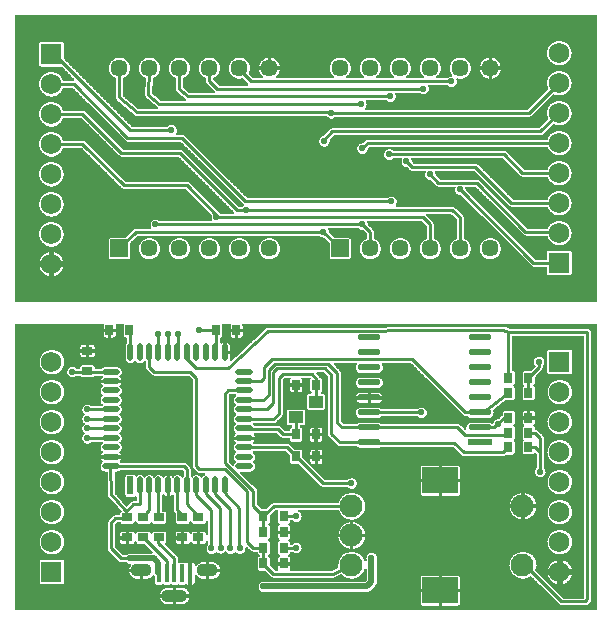
<source format=gtl>
%FSLAX33Y33*%
%MOMM*%
%AMRR-H1100000-W1800000-R550000-RO0.000*
21,1,0.7,1.1,0.,0.,360*
1,1,1.1,-0.35,0.*
1,1,1.1,0.35,0.*
1,1,1.1,0.35,-0.*
1,1,1.1,-0.35,0.*%
%AMRR-H1100000-W2200000-R550000-RO0.000*
21,1,1.1,1.1,0.,0.,360*
1,1,1.1,-0.55,0.*
1,1,1.1,0.55,0.*
1,1,1.1,0.55,-0.*
1,1,1.1,-0.55,0.*%
%AMRect-W670710-H870710-RO0.500*
21,1,0.67071,0.87071,0.,0.,270*%
%AMRect-W670710-H870710-RO1.500*
21,1,0.67071,0.87071,0.,0.,90*%
%AMRect-W670710-H870710-RO1.000*
21,1,0.67071,0.87071,0.,0.,180*%
%AMRect-W1980000-H530000-RO1.000*
21,1,1.98,0.53,0.,0.,180*%
%AMRR-H530000-W1980000-R265000-RO1.000*
21,1,1.45,0.53,0.,0.,180*
1,1,0.53,0.725,-0.*
1,1,0.53,-0.725,-0.*
1,1,0.53,-0.725,0.*
1,1,0.53,0.725,0.*%
%AMRect-W1488281-H525831-RO1.500*
21,1,1.488281,0.525831,0.,0.,90*%
%AMRR-H525831-W1488281-R262915-RO1.500*
21,1,0.962451,0.525831,0.,0.,90*
21,1,1.488281,0.000001,0.,0.,90*
1,1,0.52583,-0.0000005,-0.4812255*
1,1,0.52583,-0.0000005,0.4812255*
1,1,0.52583,0.0000005,0.4812255*
1,1,0.52583,0.0000005,-0.4812255*%
%AMRR-H1488281-W525831-R262915-RO1.500*
21,1,0.000001,1.488281,0.,0.,90*
21,1,0.525831,0.962451,0.,0.,90*
1,1,0.52583,-0.4812255,-0.0000005*
1,1,0.52583,-0.4812255,0.0000005*
1,1,0.52583,0.4812255,0.0000005*
1,1,0.52583,0.4812255,-0.0000005*%
%AMRect-W2200000-H3000000-RO0.500*
21,1,2.2,3.,0.,0.,270*%
%AMRect-W1750000-H1750000-RO1.000*
21,1,1.75,1.75,0.,0.,180*%
%AMRect-W1450000-H1450000-RO1.500*
21,1,1.45,1.45,0.,0.,90*%
%ADD10C,0.0508*%
%ADD11C,0.25*%
%ADD12C,0.508*%
%ADD13C,0.5588*%
%ADD14R,0.67071X0.87071*%
%ADD15R,0.45X1.5*%
%ADD16RR-H1100000-W1800000-R550000-RO0.000*%
%ADD17RR-H1100000-W2200000-R550000-RO0.000*%
%ADD18Rect-W670710-H870710-RO0.500*%
%ADD19Rect-W670710-H870710-RO1.500*%
%ADD20R,1.75X1.75*%
%ADD21C,1.75*%
%ADD22Rect-W670710-H870710-RO1.000*%
%ADD23Rect-W1980000-H530000-RO1.000*%
%ADD24RR-H530000-W1980000-R265000-RO1.000*%
%ADD25Rect-W1488281-H525831-RO1.500*%
%ADD26RR-H525831-W1488281-R262915-RO1.500*%
%ADD27RR-H1488281-W525831-R262915-RO1.500*%
%ADD28C,1.949999*%
%ADD29Rect-W2200000-H3000000-RO0.500*%
%ADD30C,1.75*%
%ADD31Rect-W1750000-H1750000-RO1.000*%
%ADD32R,1.2X1.*%
%ADD33C,1.45*%
%ADD34Rect-W1450000-H1450000-RO1.500*%
D10*
%LNpour fill*%
G01*
X49596Y24596D02*
X49596Y24596D01*
X19660Y24596*
X19679Y24519*
X19679Y24519*
X19681Y24485*
X19681Y24485*
X19681Y24151*
X19681Y24151*
X18584Y24151*
X18584Y24151*
X18584Y24485*
X18584Y24485*
X18586Y24519*
X18586Y24519*
X18605Y24596*
X17960Y24596*
X17979Y24519*
X17979Y24519*
X17981Y24485*
X17981Y24485*
X17981Y23615*
X17981Y23615*
X17979Y23581*
X17979Y23581*
X17971Y23549*
X17971Y23549*
X17958Y23518*
X17958Y23518*
X17940Y23489*
X17940Y23489*
X17919Y23464*
X17919Y23464*
X17893Y23442*
X17893Y23442*
X17865Y23424*
X17865Y23424*
X17834Y23412*
X17834Y23412*
X17771Y23397*
X17771Y23037*
X17843Y23003*
X17901Y23050*
X17901Y23050*
X17982Y23093*
X17982Y23093*
X18058Y23117*
X18059Y23116*
X18059Y22131*
X18109Y22131*
X18109Y22131*
X18109Y22080*
X18626Y22080*
X18626Y22080*
X18626Y21700*
X18626Y21700*
X18617Y21609*
X18617Y21609*
X18605Y21568*
X18688Y21517*
X21588Y24246*
X21588Y24246*
X21610Y24263*
X21631Y24280*
X21631Y24280*
X21636Y24283*
X21641Y24287*
X21641Y24287*
X21665Y24299*
X21689Y24312*
X21689Y24312*
X21695Y24314*
X21700Y24316*
X21700Y24316*
X21726Y24324*
X21752Y24332*
X21752Y24332*
X21758Y24332*
X21764Y24334*
X21764Y24334*
X21791Y24336*
X21818Y24338*
X21818Y24338*
X41838Y24438*
X41838Y24438*
X41904Y24432*
X41904Y24432*
X41968Y24413*
X41968Y24413*
X42026Y24382*
X42026Y24382*
X42078Y24341*
X42078Y24341*
X42120Y24289*
X42120Y24289*
X42128Y24275*
X42261Y24203*
X48865Y24203*
X48865Y24203*
X48931Y24197*
X48931Y24197*
X48994Y24177*
X48994Y24177*
X49053Y24146*
X49053Y24146*
X49104Y24104*
X49104Y24104*
X49146Y24053*
X49146Y24053*
X49177Y23994*
X49177Y23994*
X49197Y23931*
X49197Y23931*
X49203Y23865*
X49203Y23865*
X49203Y1265*
X49203Y1265*
X49197Y1199*
X49197Y1199*
X49177Y1135*
X49177Y1135*
X49146Y1077*
X49146Y1077*
X49104Y1025*
X49104Y1025*
X48914Y0836*
X48914Y0836*
X48863Y0794*
X48863Y0794*
X48805Y0762*
X48805Y0762*
X48741Y0743*
X48741Y0743*
X48675Y0737*
X48675Y0737*
X46675Y0737*
X46675Y0737*
X46609Y0743*
X46609Y0743*
X46545Y0762*
X46545Y0762*
X46487Y0794*
X46487Y0794*
X46436Y0836*
X46436Y0836*
X44060Y3212*
X43806Y3079*
X43806Y3079*
X43528Y3010*
X43528Y3010*
X43242Y3010*
X43242Y3010*
X42964Y3079*
X42964Y3079*
X42710Y3212*
X42710Y3212*
X42495Y3402*
X42495Y3402*
X42333Y3638*
X42333Y3638*
X42231Y3906*
X42231Y3906*
X42197Y4190*
X42197Y4190*
X42231Y4474*
X42231Y4474*
X42333Y4742*
X42333Y4742*
X42495Y4978*
X42495Y4978*
X42710Y5168*
X42710Y5168*
X42964Y5301*
X42964Y5301*
X43242Y5370*
X43242Y5370*
X43528Y5370*
X43528Y5370*
X43806Y5301*
X43806Y5301*
X44060Y5168*
X44060Y5168*
X44275Y4978*
X44275Y4978*
X44437Y4742*
X44437Y4742*
X44539Y4474*
X44539Y4474*
X44573Y4190*
X44573Y4190*
X44539Y3906*
X44539Y3906*
X44480Y3749*
X46815Y1413*
X48526Y1413*
X48526Y23526*
X42513Y23526*
X42513Y20678*
X42576Y20663*
X42576Y20663*
X42607Y20650*
X42607Y20650*
X42636Y20632*
X42636Y20632*
X42661Y20611*
X42661Y20611*
X42683Y20585*
X42683Y20585*
X42701Y20557*
X42701Y20557*
X42713Y20526*
X42713Y20526*
X42721Y20493*
X42721Y20493*
X42724Y20460*
X42724Y20460*
X42724Y19589*
X42724Y19589*
X42721Y19556*
X42721Y19556*
X42713Y19523*
X42713Y19523*
X42701Y19492*
X42701Y19492*
X42683Y19463*
X42683Y19463*
X42661Y19438*
X42661Y19438*
X42604Y19389*
X42661Y19341*
X42661Y19341*
X42683Y19315*
X42683Y19315*
X42701Y19287*
X42701Y19287*
X42713Y19256*
X42713Y19256*
X42721Y19223*
X42721Y19223*
X42724Y19190*
X42724Y19190*
X42724Y18319*
X42724Y18319*
X42721Y18286*
X42721Y18286*
X42713Y18253*
X42713Y18253*
X42701Y18222*
X42701Y18222*
X42683Y18193*
X42683Y18193*
X42661Y18168*
X42661Y18168*
X42636Y18146*
X42636Y18146*
X42607Y18129*
X42607Y18129*
X42576Y18116*
X42576Y18116*
X42544Y18108*
X42544Y18108*
X42510Y18105*
X42510Y18105*
X41901Y18105*
X40890Y17306*
X40929Y17176*
X40929Y17176*
X40938Y17085*
X40938Y17085*
X40929Y16994*
X40929Y16994*
X40903Y16906*
X40903Y16906*
X40860Y16825*
X40860Y16825*
X40801Y16754*
X40801Y16754*
X40730Y16695*
X40730Y16695*
X40649Y16652*
X40649Y16652*
X40561Y16626*
X40561Y16626*
X40470Y16617*
X40470Y16617*
X39020Y16617*
X39020Y16617*
X38929Y16626*
X38929Y16626*
X38841Y16652*
X38841Y16652*
X38760Y16695*
X38760Y16695*
X38698Y16747*
X38545Y16747*
X38545Y16747*
X38479Y16753*
X38479Y16753*
X38415Y16772*
X38415Y16772*
X38357Y16804*
X38357Y16804*
X38306Y16846*
X38306Y16846*
X33890Y21262*
X31496Y21262*
X31462Y21189*
X31490Y21155*
X31490Y21155*
X31533Y21074*
X31533Y21074*
X31559Y20986*
X31559Y20986*
X31568Y20895*
X31568Y20895*
X31559Y20804*
X31559Y20804*
X31533Y20716*
X31533Y20716*
X31490Y20635*
X31490Y20635*
X31431Y20564*
X31431Y20564*
X31360Y20505*
X31360Y20505*
X31279Y20462*
X31279Y20462*
X31191Y20436*
X31191Y20436*
X31100Y20427*
X31100Y20427*
X29650Y20427*
X29650Y20427*
X29559Y20436*
X29559Y20436*
X29471Y20462*
X29471Y20462*
X29390Y20505*
X29390Y20505*
X29319Y20564*
X29319Y20564*
X29260Y20635*
X29260Y20635*
X29217Y20716*
X29217Y20716*
X29191Y20804*
X29191Y20804*
X29182Y20895*
X29182Y20895*
X29191Y20986*
X29191Y20986*
X29217Y21074*
X29217Y21074*
X29260Y21155*
X29260Y21155*
X29288Y21189*
X29254Y21262*
X27430Y21262*
X27398Y21184*
X27940Y20639*
X27940Y20639*
X27961Y20613*
X27981Y20588*
X27981Y20588*
X27982Y20588*
X27982Y20587*
X27982Y20587*
X27997Y20558*
X28013Y20530*
X28013Y20529*
X28013Y20529*
X28013Y20529*
X28013Y20529*
X28022Y20497*
X28032Y20466*
X28032Y20466*
X28032Y20466*
X28032Y20465*
X28032Y20465*
X28035Y20433*
X28035Y20433*
X28038Y20400*
X28038Y20400*
X28038Y16351*
X28230Y16178*
X29358Y16178*
X29390Y16205*
X29390Y16205*
X29471Y16248*
X29471Y16248*
X29559Y16274*
X29559Y16274*
X29650Y16283*
X29650Y16283*
X31100Y16283*
X31100Y16283*
X31191Y16274*
X31191Y16274*
X31279Y16248*
X31279Y16248*
X31360Y16205*
X31360Y16205*
X31392Y16178*
X37860Y16178*
X37860Y16178*
X37926Y16172*
X37926Y16172*
X37990Y16153*
X37990Y16153*
X38048Y16121*
X38048Y16121*
X38099Y16079*
X38099Y16079*
X38479Y15700*
X38559Y15738*
X38552Y15815*
X38552Y15815*
X38561Y15906*
X38561Y15906*
X38587Y15994*
X38587Y15994*
X38630Y16075*
X38630Y16075*
X38689Y16146*
X38689Y16146*
X38760Y16205*
X38760Y16205*
X38841Y16248*
X38841Y16248*
X38929Y16274*
X38929Y16274*
X39020Y16283*
X39020Y16283*
X40470Y16283*
X40470Y16283*
X40561Y16274*
X40561Y16274*
X40649Y16248*
X40649Y16248*
X40730Y16205*
X40730Y16205*
X40796Y16151*
X40864Y16329*
X40864Y16329*
X40931Y16427*
X40931Y16427*
X41020Y16506*
X41020Y16506*
X41125Y16561*
X41125Y16561*
X41241Y16589*
X41241Y16589*
X41301Y16589*
X41600Y16889*
X41600Y16889*
X41626Y16910*
X41626Y17085*
X41626Y17085*
X41629Y17118*
X41629Y17118*
X41637Y17151*
X41637Y17151*
X41649Y17182*
X41649Y17182*
X41667Y17210*
X41667Y17210*
X41689Y17236*
X41689Y17236*
X41714Y17258*
X41714Y17258*
X41743Y17275*
X41743Y17275*
X41774Y17288*
X41774Y17288*
X41806Y17296*
X41806Y17296*
X41840Y17298*
X41840Y17298*
X42510Y17298*
X42510Y17298*
X42544Y17296*
X42544Y17296*
X42576Y17288*
X42576Y17288*
X42607Y17275*
X42607Y17275*
X42636Y17258*
X42636Y17258*
X42661Y17236*
X42661Y17236*
X42683Y17210*
X42683Y17210*
X42701Y17182*
X42701Y17182*
X42713Y17151*
X42713Y17151*
X42721Y17118*
X42721Y17118*
X42724Y17085*
X42724Y17085*
X42724Y16214*
X42724Y16214*
X42721Y16181*
X42721Y16181*
X42713Y16148*
X42713Y16148*
X42701Y16117*
X42701Y16117*
X42683Y16089*
X42683Y16089*
X42661Y16063*
X42661Y16063*
X42604Y16015*
X42661Y15966*
X42661Y15966*
X42683Y15940*
X42683Y15940*
X42701Y15912*
X42701Y15912*
X42713Y15881*
X42713Y15881*
X42721Y15848*
X42721Y15848*
X42724Y15815*
X42724Y15815*
X42724Y14944*
X42724Y14944*
X42721Y14911*
X42721Y14911*
X42713Y14878*
X42713Y14878*
X42701Y14847*
X42701Y14847*
X42683Y14819*
X42683Y14819*
X42645Y14774*
X42683Y14730*
X42683Y14730*
X42701Y14702*
X42701Y14702*
X42713Y14671*
X42713Y14671*
X42721Y14638*
X42721Y14638*
X42724Y14605*
X42724Y14605*
X42724Y13734*
X42724Y13734*
X42721Y13701*
X42721Y13701*
X42713Y13668*
X42713Y13668*
X42701Y13637*
X42701Y13637*
X42683Y13608*
X42683Y13608*
X42661Y13583*
X42661Y13583*
X42636Y13561*
X42636Y13561*
X42607Y13544*
X42607Y13544*
X42576Y13531*
X42576Y13531*
X42544Y13523*
X42544Y13523*
X42510Y13520*
X42510Y13520*
X42005Y13520*
X41979Y13495*
X41979Y13495*
X41928Y13453*
X41928Y13453*
X41869Y13421*
X41869Y13421*
X41806Y13402*
X41806Y13402*
X41740Y13395*
X41740Y13395*
X38401Y13395*
X38401Y13395*
X38335Y13402*
X38335Y13402*
X38271Y13421*
X38271Y13421*
X38213Y13453*
X38213Y13453*
X38161Y13495*
X38161Y13495*
X37467Y14189*
X31401Y14189*
X31360Y14155*
X31360Y14155*
X31279Y14112*
X31279Y14112*
X31191Y14086*
X31191Y14086*
X31100Y14077*
X31100Y14077*
X29650Y14077*
X29650Y14077*
X29559Y14086*
X29559Y14086*
X29471Y14112*
X29471Y14112*
X29390Y14155*
X29390Y14155*
X29328Y14207*
X27892Y14207*
X27892Y14207*
X27826Y14213*
X27826Y14213*
X27762Y14232*
X27762Y14232*
X27704Y14264*
X27704Y14264*
X27652Y14306*
X27652Y14306*
X26964Y14994*
X26964Y14994*
X26922Y15045*
X26922Y15045*
X26891Y15103*
X26891Y15103*
X26872Y15167*
X26872Y15167*
X26865Y15233*
X26865Y15233*
X26865Y20135*
X26531Y20464*
X25974Y20464*
X25940Y20392*
X26133Y20155*
X26133Y20155*
X26141Y20142*
X26151Y20130*
X26151Y20130*
X26174Y20087*
X26239Y20082*
X26239Y20082*
X26271Y20074*
X26271Y20074*
X26302Y20061*
X26302Y20061*
X26331Y20043*
X26331Y20043*
X26356Y20022*
X26356Y20022*
X26378Y19996*
X26378Y19996*
X26396Y19968*
X26396Y19968*
X26408Y19937*
X26408Y19937*
X26416Y19904*
X26416Y19904*
X26419Y19871*
X26419Y19871*
X26419Y19000*
X26419Y19000*
X26416Y18967*
X26416Y18967*
X26408Y18934*
X26408Y18934*
X26396Y18903*
X26396Y18903*
X26378Y18875*
X26378Y18875*
X26356Y18849*
X26356Y18849*
X26294Y18796*
X26325Y18713*
X26470Y18713*
X26470Y18713*
X26503Y18711*
X26503Y18711*
X26536Y18703*
X26536Y18703*
X26567Y18690*
X26567Y18690*
X26595Y18673*
X26595Y18673*
X26621Y18651*
X26621Y18651*
X26643Y18625*
X26643Y18625*
X26660Y18597*
X26660Y18597*
X26673Y18566*
X26673Y18566*
X26681Y18533*
X26681Y18533*
X26683Y18500*
X26683Y18500*
X26683Y17500*
X26683Y17500*
X26681Y17467*
X26681Y17467*
X26673Y17434*
X26673Y17434*
X26660Y17403*
X26660Y17403*
X26643Y17375*
X26643Y17375*
X26621Y17349*
X26621Y17349*
X26595Y17327*
X26595Y17327*
X26567Y17310*
X26567Y17310*
X26536Y17297*
X26536Y17297*
X26503Y17289*
X26503Y17289*
X26470Y17287*
X26470Y17287*
X25270Y17287*
X25270Y17287*
X25237Y17289*
X25237Y17289*
X25204Y17297*
X25204Y17297*
X25173Y17310*
X25173Y17310*
X25145Y17327*
X25145Y17327*
X25119Y17349*
X25119Y17349*
X25097Y17375*
X25097Y17375*
X25080Y17403*
X25080Y17403*
X25067Y17434*
X25067Y17434*
X25059Y17467*
X25059Y17467*
X25057Y17500*
X25057Y17500*
X25057Y18500*
X25057Y18500*
X25059Y18533*
X25059Y18533*
X25067Y18566*
X25067Y18566*
X25080Y18597*
X25080Y18597*
X25097Y18625*
X25097Y18625*
X25119Y18651*
X25119Y18651*
X25145Y18673*
X25145Y18673*
X25173Y18690*
X25173Y18690*
X25204Y18703*
X25204Y18703*
X25237Y18711*
X25237Y18711*
X25270Y18713*
X25270Y18713*
X25415Y18713*
X25446Y18796*
X25384Y18849*
X25384Y18849*
X25362Y18875*
X25362Y18875*
X25344Y18903*
X25344Y18903*
X25332Y18934*
X25332Y18934*
X25324Y18967*
X25324Y18967*
X25321Y19000*
X25321Y19000*
X25321Y19871*
X25321Y19871*
X25324Y19904*
X25324Y19904*
X25332Y19937*
X25332Y19937*
X25374Y20039*
X24666Y20039*
X24708Y19937*
X24708Y19937*
X24716Y19904*
X24716Y19904*
X24719Y19871*
X24719Y19871*
X24719Y19537*
X24719Y19537*
X23621Y19537*
X23621Y19537*
X23621Y19871*
X23621Y19871*
X23624Y19904*
X23624Y19904*
X23632Y19937*
X23632Y19937*
X23674Y20039*
X23249Y20039*
X23088Y19868*
X23088Y16990*
X23088Y16990*
X23082Y16924*
X23082Y16924*
X23063Y16860*
X23063Y16860*
X23031Y16802*
X23031Y16802*
X22989Y16751*
X22989Y16751*
X22539Y16301*
X22539Y16301*
X22488Y16259*
X22488Y16259*
X22430Y16227*
X22430Y16227*
X22366Y16208*
X22366Y16208*
X22300Y16202*
X22300Y16202*
X20584Y16202*
X20554Y16118*
X20612Y16070*
X20612Y16070*
X20664Y16007*
X22668Y16007*
X22668Y16007*
X22734Y16000*
X22734Y16000*
X22798Y15981*
X22798Y15981*
X22856Y15950*
X22856Y15950*
X22908Y15908*
X22908Y15908*
X23244Y15571*
X23621Y15571*
X23621Y15668*
X23621Y15668*
X23624Y15702*
X23624Y15702*
X23632Y15734*
X23632Y15734*
X23644Y15765*
X23644Y15765*
X23662Y15794*
X23662Y15794*
X23684Y15819*
X23684Y15819*
X23709Y15841*
X23709Y15841*
X23738Y15858*
X23738Y15858*
X23801Y15885*
X23781Y15987*
X23570Y15987*
X23570Y15987*
X23537Y15989*
X23537Y15989*
X23504Y15997*
X23504Y15997*
X23473Y16010*
X23473Y16010*
X23445Y16027*
X23445Y16027*
X23419Y16049*
X23419Y16049*
X23397Y16075*
X23397Y16075*
X23380Y16103*
X23380Y16103*
X23367Y16134*
X23367Y16134*
X23359Y16167*
X23359Y16167*
X23357Y16200*
X23357Y16200*
X23357Y17200*
X23357Y17200*
X23359Y17233*
X23359Y17233*
X23367Y17266*
X23367Y17266*
X23380Y17297*
X23380Y17297*
X23397Y17325*
X23397Y17325*
X23419Y17351*
X23419Y17351*
X23445Y17373*
X23445Y17373*
X23473Y17390*
X23473Y17390*
X23504Y17403*
X23504Y17403*
X23537Y17411*
X23537Y17411*
X23570Y17413*
X23570Y17413*
X24770Y17413*
X24770Y17413*
X24803Y17411*
X24803Y17411*
X24836Y17403*
X24836Y17403*
X24867Y17390*
X24867Y17390*
X24895Y17373*
X24895Y17373*
X24921Y17351*
X24921Y17351*
X24943Y17325*
X24943Y17325*
X24960Y17297*
X24960Y17297*
X24973Y17266*
X24973Y17266*
X24981Y17233*
X24981Y17233*
X24983Y17200*
X24983Y17200*
X24983Y16200*
X24983Y16200*
X24981Y16167*
X24981Y16167*
X24973Y16134*
X24973Y16134*
X24960Y16103*
X24960Y16103*
X24943Y16075*
X24943Y16075*
X24921Y16049*
X24921Y16049*
X24895Y16027*
X24895Y16027*
X24867Y16010*
X24867Y16010*
X24836Y15997*
X24836Y15997*
X24803Y15989*
X24803Y15989*
X24770Y15987*
X24770Y15987*
X24559Y15987*
X24539Y15885*
X24602Y15858*
X24602Y15858*
X24631Y15841*
X24631Y15841*
X24656Y15819*
X24656Y15819*
X24678Y15794*
X24678Y15794*
X24696Y15765*
X24696Y15765*
X24708Y15734*
X24708Y15734*
X24716Y15702*
X24716Y15702*
X24719Y15668*
X24719Y15668*
X24719Y14798*
X24719Y14798*
X24716Y14764*
X24716Y14764*
X24708Y14732*
X24708Y14732*
X24696Y14701*
X24696Y14701*
X24678Y14672*
X24678Y14672*
X24656Y14647*
X24656Y14647*
X24631Y14625*
X24631Y14625*
X24602Y14607*
X24602Y14607*
X24571Y14595*
X24571Y14595*
X24539Y14587*
X24539Y14587*
X24505Y14584*
X24505Y14584*
X23835Y14584*
X23835Y14584*
X23801Y14587*
X23801Y14587*
X23769Y14595*
X23769Y14595*
X23738Y14607*
X23738Y14607*
X23709Y14625*
X23709Y14625*
X23684Y14647*
X23684Y14647*
X23662Y14672*
X23662Y14672*
X23644Y14701*
X23644Y14701*
X23632Y14732*
X23632Y14732*
X23624Y14764*
X23624Y14764*
X23621Y14798*
X23621Y14798*
X23621Y14894*
X23104Y14894*
X23104Y14894*
X23038Y14901*
X23038Y14901*
X22974Y14920*
X22974Y14920*
X22916Y14951*
X22916Y14952*
X22864Y14994*
X22864Y14994*
X22528Y15330*
X20657Y15330*
X20622Y15257*
X20670Y15199*
X20670Y15199*
X20713Y15118*
X20713Y15118*
X20737Y15042*
X20736Y15041*
X18866Y15041*
X18866Y15042*
X18889Y15118*
X18889Y15118*
X18932Y15199*
X18932Y15199*
X18990Y15270*
X18990Y15270*
X19076Y15340*
X18990Y15410*
X18990Y15410*
X18932Y15481*
X18932Y15481*
X18889Y15562*
X18889Y15562*
X18863Y15649*
X18863Y15649*
X18854Y15740*
X18854Y15740*
X18863Y15831*
X18863Y15831*
X18889Y15918*
X18889Y15918*
X18932Y15999*
X18932Y15999*
X18990Y16070*
X18990Y16070*
X19076Y16140*
X18990Y16210*
X18990Y16210*
X18932Y16281*
X18932Y16281*
X18889Y16362*
X18889Y16362*
X18863Y16449*
X18863Y16449*
X18854Y16540*
X18854Y16540*
X18863Y16631*
X18863Y16631*
X18889Y16718*
X18889Y16718*
X18932Y16799*
X18932Y16799*
X18990Y16870*
X18990Y16870*
X19076Y16940*
X18990Y17010*
X18990Y17010*
X18932Y17081*
X18932Y17081*
X18889Y17162*
X18889Y17162*
X18863Y17249*
X18863Y17249*
X18854Y17340*
X18854Y17340*
X18863Y17431*
X18863Y17431*
X18889Y17518*
X18889Y17518*
X18932Y17599*
X18932Y17599*
X18990Y17670*
X18990Y17670*
X19076Y17740*
X18990Y17810*
X18990Y17810*
X18932Y17881*
X18932Y17881*
X18889Y17962*
X18889Y17962*
X18863Y18049*
X18863Y18049*
X18854Y18140*
X18854Y18140*
X18863Y18231*
X18863Y18231*
X18889Y18318*
X18889Y18318*
X18932Y18399*
X18932Y18399*
X18990Y18470*
X18990Y18470*
X19049Y18518*
X19019Y18602*
X18563Y18602*
X18498Y18537*
X18498Y12946*
X18854Y12601*
X18889Y12718*
X18889Y12718*
X18932Y12799*
X18932Y12799*
X18990Y12870*
X18990Y12870*
X19076Y12940*
X18990Y13010*
X18990Y13010*
X18932Y13081*
X18932Y13081*
X18889Y13162*
X18889Y13162*
X18863Y13249*
X18863Y13249*
X18854Y13340*
X18854Y13340*
X18863Y13431*
X18863Y13431*
X18889Y13518*
X18889Y13518*
X18932Y13599*
X18932Y13599*
X18990Y13670*
X18990Y13670*
X19076Y13740*
X18990Y13810*
X18990Y13810*
X18932Y13881*
X18932Y13881*
X18889Y13962*
X18889Y13962*
X18863Y14049*
X18863Y14049*
X18854Y14140*
X18854Y14140*
X18863Y14231*
X18863Y14231*
X18889Y14318*
X18889Y14318*
X18932Y14399*
X18932Y14399*
X18990Y14470*
X18990Y14470*
X19076Y14540*
X18990Y14610*
X18990Y14610*
X18932Y14681*
X18932Y14681*
X18889Y14762*
X18889Y14762*
X18866Y14838*
X18866Y14839*
X20736Y14839*
X20737Y14838*
X20713Y14762*
X20713Y14762*
X20670Y14681*
X20670Y14681*
X20612Y14610*
X20612Y14610*
X20554Y14562*
X20584Y14478*
X23406Y14478*
X23406Y14478*
X23472Y14472*
X23472Y14472*
X23536Y14453*
X23536Y14453*
X23594Y14421*
X23594Y14421*
X23645Y14379*
X23645Y14379*
X24021Y14004*
X24526Y14004*
X24526Y14004*
X24559Y14002*
X24559Y14002*
X24592Y13994*
X24592Y13994*
X24623Y13981*
X24623Y13981*
X24652Y13963*
X24652Y13963*
X24677Y13942*
X24677Y13942*
X24699Y13916*
X24699Y13916*
X24716Y13888*
X24716Y13888*
X24729Y13857*
X24729Y13857*
X24737Y13824*
X24737Y13824*
X24740Y13791*
X24740Y13791*
X24740Y13288*
X25287Y12747*
X25373Y12805*
X25352Y12854*
X25352Y12854*
X25345Y12887*
X25345Y12887*
X25342Y12920*
X25342Y12920*
X25342Y13254*
X25342Y13254*
X25789Y13254*
X25789Y13254*
X25789Y12707*
X25789Y12707*
X25555Y12707*
X25555Y12707*
X25522Y12709*
X25522Y12709*
X25489Y12717*
X25489Y12717*
X25443Y12736*
X25385Y12650*
X26609Y11438*
X28529Y11438*
X28605Y11506*
X28605Y11506*
X28710Y11561*
X28710Y11561*
X28826Y11589*
X28826Y11589*
X28944Y11589*
X28944Y11589*
X29060Y11561*
X29060Y11561*
X29165Y11506*
X29165Y11506*
X29254Y11427*
X29254Y11427*
X29321Y11329*
X29321Y11329*
X29364Y11218*
X29364Y11218*
X29378Y11100*
X29378Y11100*
X29364Y10982*
X29364Y10982*
X29321Y10871*
X29321Y10871*
X29254Y10773*
X29254Y10773*
X29165Y10694*
X29165Y10694*
X29060Y10639*
X29060Y10639*
X28944Y10611*
X28944Y10611*
X28826Y10611*
X28826Y10611*
X28710Y10639*
X28710Y10639*
X28605Y10694*
X28605Y10694*
X28529Y10762*
X26470Y10762*
X26470Y10762*
X26438Y10765*
X26406Y10768*
X26406Y10768*
X26405Y10768*
X26404Y10768*
X26404Y10768*
X26373Y10777*
X26342Y10787*
X26342Y10787*
X26341Y10787*
X26341Y10787*
X26340Y10787*
X26312Y10802*
X26283Y10818*
X26283Y10818*
X26283Y10818*
X26282Y10819*
X26282Y10819*
X26257Y10839*
X26232Y10859*
X26232Y10859*
X24365Y12707*
X23855Y12707*
X23855Y12707*
X23822Y12709*
X23822Y12709*
X23789Y12717*
X23789Y12717*
X23758Y12730*
X23758Y12730*
X23730Y12747*
X23730Y12747*
X23704Y12769*
X23704Y12769*
X23683Y12795*
X23683Y12795*
X23665Y12823*
X23665Y12823*
X23652Y12854*
X23652Y12854*
X23645Y12887*
X23645Y12887*
X23642Y12920*
X23642Y12920*
X23642Y13426*
X23266Y13802*
X20584Y13802*
X20554Y13718*
X20612Y13670*
X20612Y13670*
X20670Y13599*
X20670Y13599*
X20713Y13518*
X20713Y13518*
X20740Y13431*
X20740Y13431*
X20749Y13340*
X20749Y13340*
X20740Y13249*
X20740Y13249*
X20713Y13162*
X20713Y13162*
X20670Y13081*
X20670Y13081*
X20612Y13010*
X20612Y13010*
X20527Y12940*
X20612Y12870*
X20612Y12870*
X20670Y12799*
X20670Y12799*
X20713Y12718*
X20713Y12718*
X20740Y12631*
X20740Y12631*
X20749Y12540*
X20749Y12540*
X20740Y12449*
X20740Y12449*
X20713Y12362*
X20713Y12362*
X20670Y12281*
X20670Y12281*
X20612Y12210*
X20612Y12210*
X20542Y12152*
X20542Y12152*
X20461Y12109*
X20461Y12109*
X20373Y12083*
X20373Y12083*
X20282Y12074*
X20282Y12074*
X19510Y12074*
X19478Y11995*
X20834Y10677*
X20834Y10677*
X20854Y10653*
X20874Y10629*
X20874Y10629*
X20875Y10627*
X20877Y10625*
X20877Y10625*
X20891Y10598*
X20906Y10571*
X20906Y10571*
X20907Y10569*
X20908Y10567*
X20908Y10567*
X20917Y10537*
X20926Y10508*
X20926Y10508*
X20927Y10505*
X20927Y10503*
X20927Y10503*
X20930Y10473*
X20934Y10442*
X20934Y10442*
X20934Y9295*
X21280Y8949*
X21620Y8949*
X22085Y9414*
X22085Y9414*
X22137Y9456*
X22137Y9456*
X22195Y9487*
X22195Y9487*
X22203Y9490*
X22227Y9503*
X22227Y9503*
X22291Y9522*
X22291Y9522*
X22357Y9528*
X22357Y9528*
X27752Y9528*
X27833Y9742*
X27833Y9742*
X27995Y9978*
X27995Y9978*
X28210Y10168*
X28210Y10168*
X28464Y10301*
X28464Y10301*
X28742Y10370*
X28742Y10370*
X29028Y10370*
X29028Y10370*
X29306Y10301*
X29306Y10301*
X29560Y10168*
X29560Y10168*
X29775Y9978*
X29775Y9978*
X29937Y9742*
X29937Y9742*
X30039Y9474*
X30039Y9474*
X30073Y9190*
X30073Y9190*
X30039Y8906*
X30039Y8906*
X29937Y8638*
X29937Y8638*
X29775Y8402*
X29775Y8402*
X29560Y8212*
X29560Y8212*
X29306Y8079*
X29306Y8079*
X29028Y8010*
X29028Y8010*
X28742Y8010*
X28742Y8010*
X28464Y8079*
X28464Y8079*
X28210Y8212*
X28210Y8212*
X27995Y8402*
X27995Y8402*
X27833Y8638*
X27833Y8638*
X27752Y8852*
X24400Y8852*
X24376Y8755*
X24471Y8706*
X24471Y8706*
X24560Y8627*
X24560Y8627*
X24627Y8529*
X24627Y8529*
X24669Y8418*
X24669Y8418*
X24684Y8300*
X24684Y8300*
X24669Y8182*
X24669Y8182*
X24627Y8071*
X24627Y8071*
X24560Y7973*
X24560Y7973*
X24471Y7894*
X24471Y7894*
X24365Y7839*
X24365Y7839*
X24250Y7811*
X24250Y7811*
X24131Y7811*
X24131Y7811*
X24016Y7839*
X24016Y7839*
X23911Y7894*
X23911Y7894*
X23835Y7962*
X23699Y7962*
X23699Y7865*
X23699Y7865*
X23696Y7831*
X23696Y7831*
X23688Y7799*
X23688Y7799*
X23676Y7768*
X23676Y7768*
X23658Y7739*
X23658Y7739*
X23636Y7714*
X23636Y7714*
X23611Y7692*
X23611Y7692*
X23523Y7638*
X23611Y7584*
X23611Y7584*
X23636Y7563*
X23636Y7563*
X23658Y7537*
X23658Y7537*
X23676Y7509*
X23676Y7509*
X23688Y7478*
X23688Y7478*
X23696Y7445*
X23696Y7445*
X23699Y7412*
X23699Y7412*
X23699Y7078*
X23699Y7078*
X22601Y7078*
X22601Y7078*
X22601Y7412*
X22601Y7412*
X22604Y7445*
X22604Y7445*
X22612Y7478*
X22612Y7478*
X22624Y7509*
X22624Y7509*
X22642Y7537*
X22642Y7537*
X22664Y7563*
X22664Y7563*
X22689Y7584*
X22689Y7584*
X22777Y7638*
X22689Y7692*
X22689Y7692*
X22664Y7714*
X22664Y7714*
X22642Y7739*
X22642Y7739*
X22624Y7768*
X22624Y7768*
X22612Y7799*
X22612Y7799*
X22604Y7831*
X22604Y7831*
X22601Y7865*
X22601Y7865*
X22601Y8735*
X22601Y8735*
X22604Y8769*
X22604Y8769*
X22624Y8852*
X22480Y8852*
X21999Y8370*
X21999Y7865*
X21999Y7865*
X21996Y7831*
X21996Y7831*
X21988Y7799*
X21988Y7799*
X21976Y7768*
X21976Y7768*
X21958Y7739*
X21958Y7739*
X21936Y7714*
X21936Y7714*
X21911Y7692*
X21911Y7692*
X21823Y7638*
X21911Y7584*
X21911Y7584*
X21936Y7563*
X21936Y7563*
X21958Y7537*
X21958Y7537*
X21976Y7509*
X21976Y7509*
X21988Y7478*
X21988Y7478*
X21996Y7445*
X21996Y7445*
X21999Y7412*
X21999Y7412*
X21999Y6541*
X21999Y6541*
X21996Y6508*
X21996Y6508*
X21988Y6475*
X21988Y6475*
X21976Y6444*
X21976Y6444*
X21958Y6416*
X21958Y6416*
X21936Y6390*
X21936Y6390*
X21911Y6368*
X21911Y6368*
X21816Y6310*
X21911Y6252*
X21911Y6252*
X21936Y6230*
X21936Y6230*
X21958Y6205*
X21958Y6205*
X21976Y6176*
X21976Y6176*
X21988Y6145*
X21988Y6145*
X21996Y6113*
X21996Y6113*
X21999Y6079*
X21999Y6079*
X21999Y5209*
X21999Y5209*
X21996Y5175*
X21996Y5175*
X21988Y5143*
X21988Y5143*
X21976Y5112*
X21976Y5112*
X21958Y5083*
X21958Y5083*
X21936Y5058*
X21936Y5058*
X21911Y5036*
X21911Y5036*
X21807Y4972*
X21911Y4908*
X21911Y4908*
X21936Y4886*
X21936Y4886*
X21958Y4861*
X21958Y4861*
X21976Y4832*
X21976Y4832*
X21988Y4801*
X21988Y4801*
X21996Y4769*
X21996Y4769*
X21999Y4735*
X21999Y4735*
X21999Y4191*
X22394Y3778*
X22608Y3778*
X22601Y3865*
X22601Y3865*
X22601Y4199*
X22601Y4199*
X23699Y4199*
X23699Y4199*
X23699Y3865*
X23699Y3865*
X23692Y3778*
X27243Y3778*
X27719Y4006*
X27697Y4190*
X27697Y4190*
X27731Y4474*
X27731Y4474*
X27833Y4742*
X27833Y4742*
X27995Y4978*
X27995Y4978*
X28210Y5168*
X28210Y5168*
X28464Y5301*
X28464Y5301*
X28742Y5370*
X28742Y5370*
X29028Y5370*
X29028Y5370*
X29306Y5301*
X29306Y5301*
X29560Y5168*
X29560Y5168*
X29775Y4978*
X29775Y4978*
X29937Y4742*
X29937Y4742*
X30004Y4567*
X30108Y4586*
X30108Y4653*
X30096Y4682*
X30096Y4682*
X30082Y4800*
X30082Y4800*
X30096Y4918*
X30096Y4918*
X30139Y5029*
X30139Y5029*
X30206Y5127*
X30206Y5127*
X30295Y5206*
X30295Y5206*
X30400Y5261*
X30400Y5261*
X30516Y5289*
X30516Y5289*
X30634Y5289*
X30634Y5289*
X30750Y5261*
X30750Y5261*
X30855Y5206*
X30855Y5206*
X30944Y5127*
X30944Y5127*
X31011Y5029*
X31011Y5029*
X31054Y4918*
X31054Y4918*
X31068Y4800*
X31068Y4800*
X31054Y4682*
X31054Y4682*
X31042Y4653*
X31042Y2725*
X31042Y2725*
X31033Y2634*
X31033Y2634*
X31007Y2546*
X31007Y2546*
X30964Y2465*
X30964Y2465*
X30906Y2394*
X30906Y2394*
X30531Y2019*
X30531Y2019*
X30460Y1961*
X30460Y1961*
X30379Y1918*
X30379Y1918*
X30291Y1892*
X30291Y1892*
X30200Y1883*
X30200Y1883*
X21598Y1883*
X21509Y1861*
X21509Y1861*
X21391Y1861*
X21391Y1861*
X21275Y1889*
X21275Y1889*
X21170Y1944*
X21170Y1944*
X21081Y2023*
X21081Y2023*
X21014Y2121*
X21014Y2121*
X20971Y2232*
X20971Y2232*
X20957Y2350*
X20957Y2350*
X20971Y2468*
X20971Y2468*
X21014Y2579*
X21014Y2579*
X21081Y2677*
X21081Y2677*
X21170Y2756*
X21170Y2756*
X21275Y2811*
X21275Y2811*
X21391Y2839*
X21391Y2839*
X21509Y2839*
X21509Y2839*
X21598Y2817*
X30006Y2817*
X30108Y2919*
X30108Y3794*
X30004Y3813*
X29937Y3638*
X29937Y3638*
X29775Y3402*
X29775Y3402*
X29560Y3212*
X29560Y3212*
X29306Y3079*
X29306Y3079*
X29028Y3010*
X29028Y3010*
X28742Y3010*
X28742Y3010*
X28464Y3079*
X28464Y3079*
X28210Y3212*
X28210Y3212*
X28006Y3393*
X27466Y3134*
X27466Y3134*
X27458Y3131*
X27450Y3127*
X27450Y3127*
X27427Y3120*
X27404Y3112*
X27404Y3112*
X27395Y3110*
X27386Y3108*
X27386Y3108*
X27362Y3105*
X27338Y3102*
X27338Y3102*
X27329Y3102*
X27320Y3101*
X27320Y3101*
X22250Y3101*
X22250Y3101*
X22246Y3102*
X22243Y3101*
X22243Y3101*
X22213Y3105*
X22184Y3108*
X22184Y3108*
X22180Y3109*
X22177Y3109*
X22177Y3109*
X22149Y3118*
X22120Y3127*
X22120Y3127*
X22117Y3129*
X22114Y3130*
X22114Y3130*
X22088Y3144*
X22062Y3158*
X22062Y3158*
X22059Y3161*
X22056Y3162*
X22056Y3162*
X22034Y3182*
X22011Y3200*
X22011Y3200*
X22008Y3203*
X22006Y3206*
X22006Y3206*
X21579Y3651*
X21115Y3651*
X21115Y3651*
X21081Y3654*
X21081Y3654*
X21049Y3662*
X21049Y3662*
X21018Y3674*
X21018Y3674*
X20989Y3692*
X20989Y3692*
X20964Y3714*
X20964Y3714*
X20942Y3739*
X20942Y3739*
X20924Y3768*
X20924Y3768*
X20912Y3799*
X20912Y3799*
X20904Y3831*
X20904Y3831*
X20901Y3865*
X20901Y3865*
X20901Y4735*
X20901Y4735*
X20904Y4769*
X20904Y4769*
X20912Y4801*
X20912Y4801*
X20924Y4832*
X20924Y4832*
X20942Y4861*
X20942Y4861*
X20964Y4886*
X20964Y4886*
X20989Y4908*
X20989Y4908*
X21093Y4972*
X20989Y5036*
X20989Y5036*
X20964Y5058*
X20964Y5058*
X20942Y5083*
X20942Y5083*
X20924Y5112*
X20924Y5112*
X20912Y5143*
X20912Y5143*
X20904Y5175*
X20904Y5175*
X20901Y5209*
X20901Y5209*
X20901Y5305*
X20550Y5305*
X20550Y5305*
X20529Y5308*
X20507Y5308*
X20507Y5308*
X20496Y5311*
X20484Y5312*
X20484Y5312*
X20463Y5318*
X20442Y5323*
X20442Y5323*
X20432Y5328*
X20420Y5331*
X20420Y5331*
X20401Y5341*
X20382Y5350*
X20382Y5350*
X20372Y5357*
X20362Y5363*
X20362Y5363*
X20345Y5376*
X20328Y5389*
X20328Y5389*
X19989Y5683*
X19912Y5643*
X19920Y5581*
X19920Y5581*
X19906Y5463*
X19906Y5463*
X19863Y5352*
X19863Y5352*
X19796Y5254*
X19796Y5254*
X19707Y5175*
X19707Y5175*
X19602Y5120*
X19602Y5120*
X19487Y5092*
X19486Y5092*
X19368Y5092*
X19368Y5092*
X19252Y5120*
X19252Y5120*
X19147Y5175*
X19147Y5175*
X19039Y5272*
X18930Y5175*
X18930Y5175*
X18825Y5120*
X18825Y5120*
X18709Y5092*
X18709Y5092*
X18591Y5092*
X18591Y5092*
X18475Y5120*
X18475Y5120*
X18370Y5175*
X18370Y5175*
X18281Y5254*
X18281Y5254*
X18239Y5316*
X18102Y5194*
X18102Y5194*
X17997Y5139*
X17997Y5139*
X17882Y5111*
X17881Y5111*
X17763Y5111*
X17763Y5111*
X17647Y5139*
X17647Y5139*
X17542Y5194*
X17542Y5194*
X17444Y5281*
X17325Y5175*
X17325Y5175*
X17220Y5120*
X17220Y5120*
X17104Y5092*
X17104Y5092*
X16986Y5092*
X16986Y5092*
X16870Y5120*
X16870Y5120*
X16765Y5175*
X16765Y5175*
X16676Y5254*
X16676Y5254*
X16609Y5352*
X16609Y5352*
X16566Y5463*
X16566Y5463*
X16552Y5581*
X16552Y5581*
X16566Y5699*
X16566Y5699*
X16609Y5810*
X16609Y5810*
X16676Y5908*
X16676Y5908*
X16707Y5935*
X16707Y6208*
X16585Y6213*
X16579Y6131*
X16579Y6131*
X16571Y6099*
X16571Y6099*
X16558Y6068*
X16558Y6068*
X16540Y6039*
X16540Y6039*
X16519Y6014*
X16519Y6014*
X16493Y5992*
X16493Y5992*
X16465Y5974*
X16465Y5974*
X16434Y5962*
X16434Y5962*
X16401Y5954*
X16401Y5954*
X16368Y5951*
X16368Y5951*
X16034Y5951*
X16034Y5951*
X16034Y7049*
X16034Y7049*
X16368Y7049*
X16368Y7049*
X16401Y7046*
X16401Y7046*
X16434Y7038*
X16434Y7038*
X16465Y7026*
X16465Y7026*
X16493Y7008*
X16493Y7008*
X16519Y6986*
X16519Y6986*
X16540Y6961*
X16540Y6961*
X16558Y6932*
X16558Y6932*
X16571Y6901*
X16571Y6901*
X16579Y6869*
X16579Y6869*
X16585Y6787*
X16707Y6792*
X16707Y7908*
X16585Y7913*
X16579Y7831*
X16579Y7831*
X16571Y7799*
X16571Y7799*
X16558Y7768*
X16558Y7768*
X16540Y7739*
X16540Y7739*
X16519Y7714*
X16519Y7714*
X16493Y7692*
X16493Y7692*
X16465Y7674*
X16465Y7674*
X16434Y7662*
X16434Y7662*
X16401Y7654*
X16401Y7654*
X16368Y7651*
X16368Y7651*
X15497Y7651*
X15497Y7651*
X15464Y7654*
X15464Y7654*
X15431Y7662*
X15431Y7662*
X15400Y7674*
X15400Y7674*
X15372Y7692*
X15372Y7692*
X15346Y7714*
X15346Y7714*
X15324Y7739*
X15324Y7739*
X15256Y7850*
X15188Y7739*
X15188Y7739*
X15167Y7714*
X15167Y7714*
X15141Y7692*
X15141Y7692*
X15113Y7674*
X15113Y7674*
X15082Y7662*
X15082Y7662*
X15049Y7654*
X15049Y7654*
X15016Y7651*
X15016Y7651*
X14145Y7651*
X14145Y7651*
X14112Y7654*
X14112Y7654*
X14079Y7662*
X14079Y7662*
X14048Y7674*
X14048Y7674*
X14020Y7692*
X14020Y7692*
X13994Y7714*
X13994Y7714*
X13972Y7739*
X13972Y7739*
X13955Y7768*
X13955Y7768*
X13942Y7799*
X13942Y7799*
X13934Y7831*
X13934Y7831*
X13932Y7865*
X13932Y7865*
X13932Y8535*
X13932Y8535*
X13936Y8586*
X13906Y8616*
X13906Y8616*
X13864Y8667*
X13864Y8667*
X13832Y8725*
X13832Y8725*
X13813Y8789*
X13813Y8789*
X13807Y8855*
X13807Y8855*
X13807Y10098*
X13723Y10128*
X13690Y10088*
X13690Y10088*
X13619Y10030*
X13619Y10030*
X13538Y9987*
X13538Y9987*
X13462Y9963*
X13461Y9964*
X13461Y11834*
X13462Y11834*
X13538Y11811*
X13538Y11811*
X13619Y11768*
X13619Y11768*
X13690Y11710*
X13690Y11710*
X13760Y11624*
X13830Y11710*
X13830Y11710*
X13901Y11768*
X13901Y11768*
X13982Y11811*
X13982Y11811*
X14069Y11837*
X14069Y11837*
X14160Y11846*
X14160Y11846*
X14251Y11837*
X14251Y11837*
X14338Y11811*
X14338Y11811*
X14419Y11768*
X14419Y11768*
X14490Y11710*
X14490Y11710*
X14538Y11651*
X14622Y11681*
X14622Y12137*
X14557Y12202*
X9319Y12202*
X9259Y12152*
X9259Y12152*
X9178Y12109*
X9178Y12109*
X9091Y12083*
X9091Y12083*
X9000Y12074*
X9000Y12074*
X8842Y12074*
X8856Y10287*
X9846Y9200*
X10176Y9529*
X10176Y9529*
X10227Y9571*
X10227Y9571*
X10285Y9603*
X10285Y9603*
X10349Y9622*
X10349Y9622*
X10415Y9628*
X10415Y9628*
X10622Y9628*
X10622Y9951*
X10557Y9987*
X10520Y9964*
X10520Y9964*
X10489Y9952*
X10489Y9952*
X10456Y9944*
X10456Y9944*
X10423Y9941*
X10423Y9941*
X9897Y9941*
X9897Y9941*
X9864Y9944*
X9864Y9944*
X9831Y9952*
X9831Y9952*
X9800Y9964*
X9800Y9964*
X9772Y9982*
X9772Y9982*
X9746Y10004*
X9746Y10004*
X9724Y10029*
X9724Y10029*
X9707Y10058*
X9707Y10058*
X9694Y10089*
X9694Y10089*
X9686Y10121*
X9686Y10121*
X9684Y10155*
X9684Y10155*
X9684Y11643*
X9684Y11643*
X9686Y11676*
X9686Y11676*
X9694Y11709*
X9694Y11709*
X9707Y11740*
X9707Y11740*
X9724Y11768*
X9724Y11768*
X9746Y11794*
X9746Y11794*
X9772Y11816*
X9772Y11816*
X9800Y11833*
X9800Y11833*
X9831Y11846*
X9831Y11846*
X9864Y11854*
X9864Y11854*
X9897Y11856*
X9897Y11856*
X10423Y11856*
X10423Y11856*
X10456Y11854*
X10456Y11854*
X10489Y11846*
X10489Y11846*
X10520Y11833*
X10520Y11833*
X10548Y11816*
X10548Y11816*
X10574Y11794*
X10574Y11794*
X10596Y11768*
X10596Y11768*
X10631Y11711*
X10701Y11768*
X10701Y11768*
X10782Y11811*
X10782Y11811*
X10869Y11837*
X10869Y11837*
X10960Y11846*
X10960Y11846*
X11051Y11837*
X11051Y11837*
X11138Y11811*
X11138Y11811*
X11219Y11768*
X11219Y11768*
X11290Y11710*
X11290Y11710*
X11360Y11624*
X11430Y11710*
X11430Y11710*
X11501Y11768*
X11501Y11768*
X11582Y11811*
X11582Y11811*
X11669Y11837*
X11669Y11837*
X11760Y11846*
X11760Y11846*
X11851Y11837*
X11851Y11837*
X11938Y11811*
X11938Y11811*
X12019Y11768*
X12019Y11768*
X12090Y11710*
X12090Y11710*
X12160Y11624*
X12230Y11710*
X12230Y11710*
X12301Y11768*
X12301Y11768*
X12382Y11811*
X12382Y11811*
X12469Y11837*
X12469Y11837*
X12560Y11846*
X12560Y11846*
X12651Y11837*
X12651Y11837*
X12738Y11811*
X12738Y11811*
X12819Y11768*
X12819Y11768*
X12890Y11710*
X12890Y11710*
X12960Y11624*
X13030Y11710*
X13030Y11710*
X13101Y11768*
X13101Y11768*
X13182Y11811*
X13182Y11811*
X13258Y11834*
X13259Y11834*
X13259Y9964*
X13258Y9963*
X13182Y9987*
X13182Y9987*
X13101Y10030*
X13101Y10030*
X13030Y10088*
X13030Y10088*
X12982Y10146*
X12898Y10116*
X12898Y8749*
X13020Y8749*
X13020Y8749*
X13053Y8746*
X13053Y8746*
X13086Y8738*
X13086Y8738*
X13117Y8726*
X13117Y8726*
X13145Y8708*
X13145Y8708*
X13171Y8686*
X13171Y8686*
X13193Y8661*
X13193Y8661*
X13210Y8632*
X13210Y8632*
X13223Y8601*
X13223Y8601*
X13231Y8569*
X13231Y8569*
X13233Y8535*
X13233Y8535*
X13233Y7865*
X13233Y7865*
X13231Y7831*
X13231Y7831*
X13223Y7799*
X13223Y7799*
X13210Y7768*
X13210Y7768*
X13193Y7739*
X13193Y7739*
X13171Y7714*
X13171Y7714*
X13145Y7692*
X13145Y7692*
X13117Y7674*
X13117Y7674*
X13086Y7662*
X13086Y7662*
X13053Y7654*
X13053Y7654*
X13020Y7651*
X13020Y7651*
X12149Y7651*
X12149Y7651*
X12116Y7654*
X12116Y7654*
X12083Y7662*
X12083Y7662*
X12052Y7674*
X12052Y7674*
X12024Y7692*
X12024Y7692*
X11998Y7714*
X11998Y7714*
X11977Y7739*
X11977Y7739*
X11922Y7829*
X11867Y7739*
X11867Y7739*
X11845Y7714*
X11845Y7714*
X11820Y7692*
X11820Y7692*
X11791Y7674*
X11791Y7674*
X11760Y7662*
X11760Y7662*
X11728Y7654*
X11728Y7654*
X11694Y7651*
X11694Y7651*
X10823Y7651*
X10823Y7651*
X10790Y7654*
X10790Y7654*
X10758Y7662*
X10757Y7662*
X10727Y7674*
X10727Y7674*
X10698Y7692*
X10698Y7692*
X10673Y7714*
X10673Y7714*
X10651Y7739*
X10651Y7739*
X10578Y7858*
X10505Y7739*
X10505Y7739*
X10483Y7714*
X10483Y7714*
X10458Y7692*
X10458Y7692*
X10429Y7674*
X10429Y7674*
X10398Y7662*
X10398Y7662*
X10366Y7654*
X10366Y7654*
X10332Y7651*
X10332Y7651*
X9462Y7651*
X9462Y7651*
X9428Y7654*
X9428Y7654*
X9396Y7662*
X9396Y7662*
X9365Y7674*
X9365Y7674*
X9336Y7692*
X9336Y7692*
X9311Y7714*
X9311Y7714*
X9289Y7739*
X9289Y7739*
X9272Y7767*
X9036Y7767*
X8857Y7588*
X8857Y5721*
X9515Y5063*
X9839Y5063*
X9915Y5131*
X9915Y5131*
X10020Y5186*
X10020Y5186*
X10136Y5214*
X10136Y5214*
X10254Y5214*
X10254Y5214*
X10343Y5192*
X10947Y5192*
X11036Y5214*
X11036Y5214*
X11154Y5214*
X11154Y5214*
X11243Y5192*
X11847Y5192*
X11967Y5222*
X11987Y5293*
X11329Y5951*
X10823Y5951*
X10823Y5951*
X10790Y5954*
X10790Y5954*
X10758Y5962*
X10757Y5962*
X10727Y5974*
X10727Y5974*
X10698Y5992*
X10698Y5992*
X10673Y6014*
X10673Y6014*
X10651Y6039*
X10651Y6039*
X10578Y6158*
X10505Y6039*
X10505Y6039*
X10483Y6014*
X10483Y6014*
X10458Y5992*
X10458Y5992*
X10429Y5974*
X10429Y5974*
X10398Y5962*
X10398Y5962*
X10366Y5954*
X10366Y5954*
X10332Y5951*
X10332Y5951*
X9999Y5951*
X9998Y5951*
X9998Y7049*
X9999Y7049*
X10332Y7049*
X10332Y7049*
X10366Y7046*
X10366Y7046*
X10398Y7038*
X10398Y7038*
X10429Y7026*
X10429Y7026*
X10458Y7008*
X10458Y7008*
X10483Y6986*
X10483Y6986*
X10505Y6961*
X10505Y6961*
X10578Y6842*
X10651Y6961*
X10651Y6961*
X10673Y6986*
X10673Y6986*
X10698Y7008*
X10698Y7008*
X10727Y7026*
X10727Y7026*
X10757Y7038*
X10758Y7038*
X10790Y7046*
X10790Y7046*
X10823Y7049*
X10823Y7049*
X11694Y7049*
X11694Y7049*
X11728Y7046*
X11728Y7046*
X11760Y7038*
X11760Y7038*
X11791Y7026*
X11791Y7026*
X11820Y7008*
X11820Y7008*
X11845Y6986*
X11845Y6986*
X11867Y6961*
X11867Y6961*
X11922Y6871*
X11977Y6961*
X11977Y6961*
X11998Y6986*
X11998Y6986*
X12024Y7008*
X12024Y7008*
X12052Y7026*
X12052Y7026*
X12083Y7038*
X12083Y7038*
X12116Y7046*
X12116Y7046*
X12149Y7049*
X12149Y7049*
X13020Y7049*
X13020Y7049*
X13053Y7046*
X13053Y7046*
X13086Y7038*
X13086Y7038*
X13117Y7026*
X13117Y7026*
X13145Y7008*
X13145Y7008*
X13171Y6986*
X13171Y6986*
X13193Y6961*
X13193Y6961*
X13210Y6932*
X13210Y6932*
X13223Y6901*
X13223Y6901*
X13231Y6869*
X13231Y6869*
X13233Y6835*
X13233Y6835*
X13233Y6165*
X13233Y6165*
X13231Y6131*
X13231Y6131*
X13223Y6099*
X13223Y6099*
X13210Y6068*
X13210Y6068*
X13193Y6039*
X13193Y6039*
X13131Y5967*
X14134Y4964*
X14134Y4964*
X14176Y4913*
X14176Y4913*
X14208Y4855*
X14208Y4855*
X14227Y4791*
X14227Y4791*
X14233Y4725*
X14233Y4725*
X14233Y4432*
X14320Y4438*
X14320Y4438*
X14770Y4438*
X14770Y4438*
X14803Y4436*
X14803Y4436*
X14836Y4428*
X14836Y4428*
X14870Y4414*
X14904Y4428*
X14904Y4428*
X14937Y4436*
X14937Y4436*
X14970Y4438*
X14970Y4438*
X15094Y4438*
X15094Y4438*
X15094Y2512*
X15094Y2512*
X14970Y2512*
X14970Y2512*
X14937Y2514*
X14937Y2514*
X14904Y2522*
X14904Y2522*
X14870Y2536*
X14836Y2522*
X14836Y2522*
X14803Y2514*
X14803Y2514*
X14770Y2512*
X14770Y2512*
X14320Y2512*
X14320Y2512*
X14287Y2514*
X14287Y2514*
X14254Y2522*
X14254Y2522*
X14220Y2536*
X14186Y2522*
X14186Y2522*
X14153Y2514*
X14153Y2514*
X14120Y2512*
X14120Y2512*
X13670Y2512*
X13670Y2512*
X13637Y2514*
X13637Y2514*
X13604Y2522*
X13604Y2522*
X13570Y2536*
X13536Y2522*
X13536Y2522*
X13503Y2514*
X13503Y2514*
X13470Y2512*
X13470Y2512*
X13020Y2512*
X13020Y2512*
X12987Y2514*
X12987Y2514*
X12954Y2522*
X12954Y2522*
X12920Y2536*
X12886Y2522*
X12886Y2522*
X12853Y2514*
X12853Y2514*
X12820Y2512*
X12820Y2512*
X12370Y2512*
X12370Y2512*
X12337Y2514*
X12337Y2514*
X12304Y2522*
X12304Y2522*
X12273Y2535*
X12273Y2535*
X12245Y2552*
X12245Y2552*
X12219Y2574*
X12219Y2574*
X12197Y2600*
X12197Y2600*
X12180Y2628*
X12180Y2628*
X12167Y2659*
X12167Y2659*
X12159Y2692*
X12159Y2692*
X12157Y2725*
X12157Y2725*
X12157Y3243*
X12102Y3344*
X11978Y3192*
X11978Y3192*
X11864Y3099*
X11864Y3099*
X11733Y3029*
X11733Y3029*
X11592Y2986*
X11592Y2986*
X11445Y2972*
X11445Y2972*
X11196Y2972*
X11196Y2972*
X11196Y3776*
X11146Y3776*
X11146Y3776*
X11146Y3826*
X10002Y3826*
X10002Y3827*
X10006Y3872*
X10006Y3872*
X10049Y4013*
X10049Y4013*
X10119Y4144*
X10119Y4144*
X10184Y4224*
X10020Y4264*
X10020Y4264*
X9915Y4319*
X9915Y4319*
X9839Y4387*
X9375Y4387*
X9375Y4387*
X9309Y4393*
X9309Y4393*
X9245Y4412*
X9245Y4412*
X9187Y4444*
X9187Y4444*
X9136Y4486*
X9136Y4486*
X8279Y5342*
X8279Y5342*
X8237Y5393*
X8237Y5393*
X8206Y5452*
X8206Y5452*
X8187Y5515*
X8187Y5515*
X8180Y5581*
X8180Y5581*
X8180Y7728*
X8180Y7728*
X8187Y7794*
X8187Y7794*
X8206Y7858*
X8206Y7858*
X8237Y7916*
X8237Y7916*
X8279Y7968*
X8279Y7968*
X8656Y8344*
X8656Y8344*
X8708Y8386*
X8708Y8386*
X8766Y8418*
X8766Y8418*
X8830Y8437*
X8830Y8437*
X8896Y8443*
X8896Y8443*
X9248Y8443*
X9248Y8535*
X9248Y8535*
X9251Y8569*
X9251Y8569*
X9259Y8601*
X9259Y8601*
X9272Y8632*
X9272Y8632*
X9289Y8661*
X9289Y8661*
X9311Y8686*
X9311Y8686*
X9360Y8729*
X8269Y9927*
X8269Y9927*
X8254Y9946*
X8239Y9964*
X8239Y9964*
X8234Y9972*
X8229Y9980*
X8229Y9980*
X8219Y10002*
X8207Y10023*
X8207Y10023*
X8204Y10031*
X8200Y10040*
X8200Y10040*
X8195Y10063*
X8187Y10086*
X8187Y10086*
X8186Y10095*
X8184Y10104*
X8184Y10104*
X8183Y10128*
X8180Y10152*
X8180Y10152*
X8165Y12074*
X8038Y12074*
X8038Y12074*
X7947Y12083*
X7947Y12083*
X7859Y12109*
X7859Y12109*
X7778Y12152*
X7778Y12152*
X7708Y12210*
X7708Y12210*
X7650Y12281*
X7650Y12281*
X7607Y12362*
X7607Y12362*
X7580Y12449*
X7580Y12449*
X7571Y12540*
X7571Y12540*
X7580Y12631*
X7580Y12631*
X7607Y12718*
X7607Y12718*
X7650Y12799*
X7650Y12799*
X7708Y12870*
X7708Y12870*
X7793Y12940*
X7708Y13010*
X7708Y13010*
X7650Y13081*
X7650Y13081*
X7607Y13162*
X7607Y13162*
X7583Y13238*
X7584Y13239*
X9454Y13239*
X9454Y13238*
X9431Y13162*
X9431Y13162*
X9388Y13081*
X9388Y13081*
X9330Y13010*
X9330Y13010*
X9271Y12962*
X9301Y12878*
X14697Y12878*
X14697Y12878*
X14763Y12872*
X14763Y12872*
X14827Y12853*
X14827Y12853*
X14885Y12821*
X14885Y12821*
X14936Y12779*
X14936Y12779*
X15199Y12516*
X15199Y12516*
X15241Y12465*
X15241Y12465*
X15273Y12407*
X15273Y12407*
X15292Y12343*
X15292Y12343*
X15298Y12277*
X15298Y12277*
X15298Y11681*
X15382Y11651*
X15430Y11710*
X15430Y11710*
X15501Y11768*
X15501Y11768*
X15582Y11811*
X15582Y11811*
X15669Y11837*
X15669Y11837*
X15760Y11846*
X15760Y11846*
X15851Y11837*
X15851Y11837*
X15938Y11811*
X15938Y11811*
X16019Y11768*
X16019Y11768*
X16090Y11710*
X16090Y11710*
X16160Y11624*
X16230Y11710*
X16230Y11710*
X16301Y11768*
X16301Y11768*
X16382Y11811*
X16382Y11811*
X16447Y11831*
X16431Y11939*
X16023Y11939*
X16023Y11939*
X15957Y11945*
X15957Y11945*
X15893Y11964*
X15893Y11964*
X15835Y11996*
X15835Y11996*
X15784Y12038*
X15784Y12038*
X15521Y12301*
X15521Y12301*
X15479Y12352*
X15479Y12352*
X15447Y12410*
X15447Y12410*
X15428Y12474*
X15428Y12474*
X15422Y12540*
X15422Y12540*
X15422Y19863*
X15083Y20202*
X12168Y20202*
X12168Y20202*
X12102Y20208*
X12102Y20208*
X12038Y20227*
X12038Y20227*
X11980Y20259*
X11980Y20259*
X11928Y20301*
X11928Y20301*
X11521Y20708*
X11521Y20708*
X11479Y20760*
X11479Y20760*
X11447Y20818*
X11447Y20818*
X11428Y20882*
X11428Y20882*
X11422Y20948*
X11422Y20948*
X11422Y21399*
X11338Y21429*
X11290Y21370*
X11290Y21370*
X11219Y21312*
X11219Y21312*
X11138Y21269*
X11138Y21269*
X11051Y21243*
X11051Y21243*
X10960Y21234*
X10960Y21234*
X10869Y21243*
X10869Y21243*
X10782Y21269*
X10782Y21269*
X10701Y21312*
X10701Y21312*
X10630Y21370*
X10630Y21370*
X10560Y21456*
X10490Y21370*
X10490Y21370*
X10419Y21312*
X10419Y21312*
X10338Y21269*
X10338Y21269*
X10251Y21243*
X10251Y21243*
X10160Y21234*
X10160Y21234*
X10069Y21243*
X10069Y21243*
X9982Y21269*
X9982Y21269*
X9901Y21312*
X9901Y21312*
X9830Y21370*
X9830Y21370*
X9772Y21441*
X9772Y21441*
X9729Y21522*
X9729Y21522*
X9703Y21609*
X9703Y21609*
X9694Y21700*
X9694Y21700*
X9694Y22662*
X9694Y22662*
X9703Y22753*
X9703Y22753*
X9729Y22841*
X9729Y22841*
X9772Y22922*
X9772Y22922*
X9822Y22982*
X9822Y23426*
X9752Y23426*
X9752Y23426*
X9719Y23429*
X9719Y23429*
X9686Y23437*
X9686Y23437*
X9655Y23449*
X9655Y23449*
X9627Y23467*
X9627Y23467*
X9601Y23489*
X9601Y23489*
X9580Y23514*
X9580Y23514*
X9562Y23543*
X9562Y23543*
X9549Y23574*
X9549Y23574*
X9541Y23606*
X9541Y23606*
X9539Y23640*
X9539Y23640*
X9539Y24510*
X9539Y24510*
X9545Y24596*
X8930Y24596*
X8936Y24510*
X8936Y24510*
X8936Y24176*
X8936Y24176*
X7839Y24176*
X7839Y24176*
X7839Y24510*
X7839Y24510*
X7845Y24596*
X0404Y24596*
X0404Y0404*
X49596Y0404*
X49596Y24596*
X8723Y23426D02*
X8489Y23426D01*
X8489Y23973*
X8936Y23973*
X8936Y23640*
X8933Y23606*
X8926Y23574*
X8913Y23543*
X8895Y23514*
X8874Y23489*
X8848Y23467*
X8820Y23450*
X8789Y23437*
X8756Y23429*
X8723Y23426*
X8286Y23426D02*
X8052Y23426D01*
X8019Y23429*
X7986Y23437*
X7955Y23450*
X7927Y23467*
X7901Y23489*
X7880Y23514*
X7862Y23543*
X7849Y23574*
X7842Y23606*
X7839Y23640*
X7839Y23973*
X8286Y23973*
X8286Y23426*
X19468Y23401D02*
X19234Y23401D01*
X19234Y23948*
X19681Y23948*
X19681Y23615*
X19678Y23581*
X19671Y23549*
X19658Y23518*
X19640Y23489*
X19619Y23464*
X19593Y23442*
X19565Y23425*
X19534Y23412*
X19501Y23404*
X19468Y23401*
X19031Y23401D02*
X18797Y23401D01*
X18764Y23404*
X18731Y23412*
X18700Y23425*
X18672Y23442*
X18646Y23464*
X18625Y23489*
X18607Y23518*
X18594Y23549*
X18587Y23581*
X18584Y23615*
X18584Y23948*
X19031Y23948*
X19031Y23401*
X18626Y22283D02*
X18262Y22283D01*
X18262Y23116*
X18338Y23093*
X18419Y23050*
X18490Y22992*
X18548Y22921*
X18591Y22841*
X18617Y22753*
X18626Y22662*
X18626Y22283*
X6418Y22414D02*
X5871Y22414D01*
X5871Y22648*
X5874Y22681*
X5882Y22714*
X5895Y22745*
X5912Y22773*
X5934Y22799*
X5959Y22820*
X5988Y22838*
X6019Y22851*
X6051Y22858*
X6085Y22861*
X6418Y22861*
X6418Y22414*
X7169Y22414D02*
X6622Y22414D01*
X6622Y22861*
X6955Y22861*
X6989Y22858*
X7021Y22851*
X7052Y22838*
X7081Y22820*
X7106Y22799*
X7128Y22773*
X7145Y22745*
X7158Y22714*
X7166Y22681*
X7169Y22648*
X7169Y22414*
X47375Y20302D02*
X45625Y20302D01*
X45592Y20304*
X45559Y20312*
X45528Y20325*
X45500Y20343*
X45474Y20364*
X45453Y20390*
X45435Y20418*
X45422Y20449*
X45414Y20482*
X45412Y20515*
X45412Y22265*
X45414Y22298*
X45422Y22331*
X45435Y22362*
X45453Y22390*
X45474Y22416*
X45500Y22437*
X45528Y22455*
X45559Y22468*
X45592Y22476*
X45625Y22478*
X47375Y22478*
X47408Y22476*
X47441Y22468*
X47472Y22455*
X47500Y22437*
X47526Y22416*
X47547Y22390*
X47565Y22362*
X47578Y22331*
X47586Y22298*
X47588Y22265*
X47588Y20515*
X47586Y20482*
X47578Y20449*
X47565Y20418*
X47547Y20390*
X47526Y20364*
X47500Y20343*
X47472Y20325*
X47441Y20312*
X47408Y20304*
X47375Y20302*
X3631Y20310D02*
X3369Y20310D01*
X3114Y20373*
X2882Y20494*
X2685Y20668*
X2536Y20884*
X2443Y21130*
X2412Y21390*
X2443Y21650*
X2536Y21896*
X2685Y22112*
X2882Y22286*
X3114Y22407*
X3369Y22470*
X3631Y22470*
X3886Y22407*
X4118Y22286*
X4315Y22112*
X4464Y21896*
X4557Y21650*
X4588Y21390*
X4557Y21130*
X4464Y20884*
X4315Y20668*
X4118Y20494*
X3886Y20373*
X3631Y20310*
X6955Y21764D02*
X6622Y21764D01*
X6622Y22211*
X7169Y22211*
X7169Y21977*
X7166Y21944*
X7158Y21911*
X7145Y21880*
X7128Y21852*
X7106Y21826*
X7081Y21805*
X7052Y21787*
X7021Y21774*
X6989Y21767*
X6955Y21764*
X6418Y21764D02*
X6085Y21764D01*
X6051Y21767*
X6019Y21774*
X5988Y21787*
X5959Y21805*
X5934Y21826*
X5912Y21852*
X5895Y21880*
X5882Y21911*
X5874Y21944*
X5871Y21977*
X5871Y22211*
X6418Y22211*
X6418Y21764*
X44210Y18106D02*
X43540Y18106D01*
X43506Y18108*
X43474Y18116*
X43443Y18129*
X43414Y18146*
X43389Y18168*
X43367Y18194*
X43350Y18222*
X43337Y18253*
X43329Y18286*
X43326Y18319*
X43326Y19190*
X43329Y19223*
X43337Y19256*
X43350Y19286*
X43367Y19315*
X43389Y19340*
X43446Y19389*
X43389Y19438*
X43367Y19464*
X43350Y19492*
X43337Y19523*
X43329Y19556*
X43326Y19589*
X43326Y20460*
X43329Y20493*
X43337Y20526*
X43350Y20556*
X43367Y20585*
X43389Y20610*
X43414Y20632*
X43443Y20650*
X43474Y20662*
X43506Y20670*
X43540Y20673*
X44045Y20673*
X44404Y21031*
X44314Y21161*
X44272Y21272*
X44257Y21390*
X44272Y21508*
X44314Y21619*
X44381Y21717*
X44470Y21795*
X44575Y21851*
X44691Y21879*
X44809Y21879*
X44925Y21851*
X45030Y21795*
X45119Y21717*
X45186Y21619*
X45228Y21508*
X45243Y21390*
X45228Y21272*
X45186Y21161*
X45119Y21063*
X45088Y21036*
X45088Y20899*
X45082Y20833*
X45062Y20770*
X45031Y20711*
X44989Y20660*
X44424Y20095*
X44424Y19589*
X44421Y19556*
X44413Y19523*
X44400Y19492*
X44383Y19464*
X44361Y19438*
X44304Y19389*
X44361Y19340*
X44383Y19315*
X44400Y19286*
X44413Y19256*
X44421Y19223*
X44424Y19190*
X44424Y18319*
X44421Y18286*
X44413Y18253*
X44400Y18222*
X44383Y18194*
X44361Y18168*
X44336Y18146*
X44307Y18129*
X44276Y18116*
X44244Y18108*
X44210Y18106*
X7584Y19842D02*
X7607Y19918D01*
X7650Y19999*
X7708Y20070*
X7766Y20118*
X7736Y20202*
X7158Y20202*
X7128Y20152*
X7106Y20126*
X7081Y20105*
X7052Y20087*
X7021Y20074*
X6989Y20067*
X6955Y20064*
X6085Y20064*
X6051Y20067*
X6019Y20074*
X5988Y20087*
X5959Y20105*
X5934Y20126*
X5912Y20152*
X5882Y20202*
X5593Y20202*
X5517Y20135*
X5412Y20079*
X5296Y20051*
X5178Y20051*
X5062Y20079*
X4957Y20135*
X4868Y20213*
X4801Y20311*
X4759Y20422*
X4744Y20540*
X4759Y20658*
X4801Y20769*
X4868Y20867*
X4957Y20945*
X5062Y21001*
X5178Y21029*
X5296Y21029*
X5412Y21001*
X5517Y20945*
X5593Y20878*
X5871Y20878*
X5871Y20948*
X5874Y20981*
X5882Y21014*
X5895Y21045*
X5912Y21073*
X5934Y21099*
X5959Y21120*
X5988Y21138*
X6019Y21151*
X6051Y21158*
X6085Y21161*
X6955Y21161*
X6989Y21158*
X7021Y21151*
X7052Y21138*
X7081Y21120*
X7106Y21099*
X7128Y21073*
X7145Y21045*
X7158Y21014*
X7166Y20981*
X7169Y20948*
X7169Y20878*
X7718Y20878*
X7779Y20928*
X7859Y20971*
X7947Y20997*
X8038Y21006*
X9000Y21006*
X9091Y20997*
X9178Y20971*
X9259Y20928*
X9330Y20870*
X9388Y20799*
X9431Y20718*
X9457Y20631*
X9466Y20540*
X9457Y20449*
X9431Y20362*
X9388Y20281*
X9330Y20210*
X9244Y20140*
X9330Y20070*
X9388Y19999*
X9431Y19918*
X9454Y19842*
X7584Y19842*
X31100Y19157D02*
X29650Y19157D01*
X29559Y19166*
X29471Y19192*
X29390Y19236*
X29319Y19294*
X29261Y19365*
X29217Y19446*
X29191Y19534*
X29182Y19625*
X29191Y19716*
X29217Y19804*
X29261Y19885*
X29319Y19956*
X29390Y20014*
X29471Y20058*
X29559Y20084*
X29650Y20093*
X31100Y20093*
X31191Y20084*
X31279Y20058*
X31360Y20014*
X31431Y19956*
X31489Y19885*
X31533Y19804*
X31559Y19716*
X31568Y19625*
X31559Y19534*
X31533Y19446*
X31489Y19365*
X31431Y19294*
X31360Y19236*
X31279Y19192*
X31191Y19166*
X31100Y19157*
X3631Y17770D02*
X3369Y17770D01*
X3114Y17833*
X2882Y17954*
X2685Y18128*
X2536Y18344*
X2443Y18590*
X2412Y18850*
X2443Y19110*
X2536Y19356*
X2685Y19572*
X2882Y19746*
X3114Y19867*
X3369Y19930*
X3631Y19930*
X3886Y19867*
X4118Y19746*
X4315Y19572*
X4464Y19356*
X4557Y19110*
X4588Y18850*
X4557Y18590*
X4464Y18344*
X4315Y18128*
X4118Y17954*
X3886Y17833*
X3631Y17770*
X46631Y17770D02*
X46369Y17770D01*
X46114Y17833*
X45882Y17954*
X45685Y18128*
X45536Y18344*
X45443Y18590*
X45412Y18850*
X45443Y19110*
X45536Y19356*
X45685Y19572*
X45882Y19746*
X46114Y19867*
X46369Y19930*
X46631Y19930*
X46886Y19867*
X47118Y19746*
X47315Y19572*
X47464Y19356*
X47557Y19110*
X47588Y18850*
X47557Y18590*
X47464Y18344*
X47315Y18128*
X47118Y17954*
X46886Y17833*
X46631Y17770*
X7584Y13442D02*
X7607Y13518D01*
X7650Y13599*
X7708Y13670*
X7794Y13740*
X7708Y13810*
X7650Y13881*
X7607Y13962*
X7580Y14049*
X7571Y14140*
X7580Y14231*
X7607Y14318*
X7650Y14399*
X7708Y14470*
X7766Y14518*
X7736Y14602*
X6876Y14602*
X6800Y14535*
X6695Y14479*
X6579Y14451*
X6461Y14451*
X6345Y14479*
X6240Y14535*
X6151Y14613*
X6084Y14711*
X6042Y14822*
X6027Y14940*
X6042Y15058*
X6084Y15169*
X6151Y15267*
X6234Y15340*
X6151Y15413*
X6084Y15511*
X6042Y15622*
X6027Y15740*
X6042Y15858*
X6084Y15969*
X6151Y16067*
X6234Y16140*
X6151Y16213*
X6084Y16311*
X6042Y16422*
X6027Y16540*
X6042Y16658*
X6084Y16769*
X6151Y16867*
X6234Y16940*
X6151Y17013*
X6084Y17111*
X6042Y17222*
X6027Y17340*
X6042Y17458*
X6084Y17569*
X6151Y17667*
X6240Y17745*
X6345Y17801*
X6461Y17829*
X6579Y17829*
X6695Y17801*
X6800Y17745*
X6876Y17678*
X7736Y17678*
X7766Y17762*
X7708Y17810*
X7650Y17881*
X7607Y17962*
X7580Y18049*
X7571Y18140*
X7580Y18231*
X7607Y18318*
X7650Y18399*
X7708Y18470*
X7794Y18540*
X7708Y18610*
X7650Y18681*
X7607Y18762*
X7580Y18849*
X7571Y18940*
X7580Y19031*
X7607Y19118*
X7650Y19199*
X7708Y19270*
X7794Y19340*
X7708Y19410*
X7650Y19481*
X7607Y19562*
X7584Y19638*
X9454Y19638*
X9431Y19562*
X9388Y19481*
X9330Y19410*
X9244Y19340*
X9330Y19270*
X9388Y19199*
X9431Y19118*
X9457Y19031*
X9466Y18940*
X9457Y18849*
X9431Y18762*
X9388Y18681*
X9330Y18610*
X9244Y18540*
X9330Y18470*
X9388Y18399*
X9431Y18318*
X9457Y18231*
X9466Y18140*
X9457Y18049*
X9431Y17962*
X9388Y17881*
X9330Y17810*
X9244Y17740*
X9330Y17670*
X9388Y17599*
X9431Y17518*
X9457Y17431*
X9466Y17340*
X9457Y17249*
X9431Y17162*
X9388Y17081*
X9330Y17010*
X9244Y16940*
X9330Y16870*
X9388Y16799*
X9431Y16718*
X9457Y16631*
X9466Y16540*
X9457Y16449*
X9431Y16362*
X9388Y16281*
X9330Y16210*
X9244Y16140*
X9330Y16070*
X9388Y15999*
X9431Y15918*
X9457Y15831*
X9466Y15740*
X9457Y15649*
X9431Y15562*
X9388Y15481*
X9330Y15410*
X9244Y15340*
X9330Y15270*
X9388Y15199*
X9431Y15118*
X9457Y15031*
X9466Y14940*
X9457Y14849*
X9431Y14762*
X9388Y14681*
X9330Y14610*
X9244Y14540*
X9330Y14470*
X9388Y14399*
X9431Y14318*
X9457Y14231*
X9466Y14140*
X9457Y14049*
X9431Y13962*
X9388Y13881*
X9330Y13810*
X9244Y13740*
X9330Y13670*
X9388Y13599*
X9431Y13518*
X9454Y13442*
X7584Y13442*
X24505Y18787D02*
X24272Y18787D01*
X24272Y19334*
X24719Y19334*
X24719Y19000*
X24716Y18967*
X24708Y18934*
X24695Y18903*
X24678Y18875*
X24656Y18849*
X24631Y18828*
X24602Y18810*
X24571Y18797*
X24539Y18789*
X24505Y18787*
X24068Y18787D02*
X23835Y18787D01*
X23801Y18789*
X23769Y18797*
X23738Y18810*
X23709Y18828*
X23684Y18849*
X23662Y18875*
X23645Y18903*
X23632Y18934*
X23624Y18967*
X23621Y19000*
X23621Y19334*
X24068Y19334*
X24068Y18787*
X30273Y18457D02*
X29194Y18457D01*
X29217Y18534*
X29261Y18615*
X29319Y18686*
X29390Y18744*
X29471Y18788*
X29559Y18814*
X29650Y18823*
X30273Y18823*
X30273Y18457*
X31556Y18457D02*
X30477Y18457D01*
X30477Y18823*
X31100Y18823*
X31191Y18814*
X31279Y18788*
X31360Y18744*
X31431Y18686*
X31489Y18615*
X31533Y18534*
X31556Y18457*
X31100Y17887D02*
X30477Y17887D01*
X30477Y18253*
X31556Y18253*
X31533Y18176*
X31489Y18095*
X31431Y18024*
X31360Y17966*
X31279Y17922*
X31191Y17896*
X31100Y17887*
X30273Y17887D02*
X29650Y17887D01*
X29559Y17896*
X29471Y17922*
X29390Y17966*
X29319Y18024*
X29261Y18095*
X29217Y18176*
X29194Y18253*
X30273Y18253*
X30273Y17887*
X34859Y16596D02*
X34741Y16596D01*
X34625Y16624*
X34520Y16680*
X34444Y16747*
X31422Y16747*
X31360Y16696*
X31279Y16652*
X31191Y16626*
X31100Y16617*
X29650Y16617*
X29559Y16626*
X29471Y16652*
X29390Y16696*
X29319Y16754*
X29261Y16825*
X29217Y16906*
X29191Y16994*
X29182Y17085*
X29191Y17176*
X29217Y17264*
X29261Y17345*
X29319Y17416*
X29390Y17474*
X29471Y17518*
X29559Y17544*
X29650Y17553*
X31100Y17553*
X31191Y17544*
X31279Y17518*
X31360Y17474*
X31422Y17423*
X34444Y17423*
X34520Y17490*
X34625Y17546*
X34741Y17574*
X34859Y17574*
X34975Y17546*
X35080Y17490*
X35169Y17412*
X35236Y17314*
X35278Y17203*
X35293Y17085*
X35278Y16967*
X35236Y16856*
X35169Y16758*
X35080Y16680*
X34975Y16624*
X34859Y16596*
X3631Y15230D02*
X3369Y15230D01*
X3114Y15293*
X2882Y15414*
X2685Y15588*
X2536Y15804*
X2443Y16050*
X2412Y16310*
X2443Y16570*
X2536Y16816*
X2685Y17032*
X2882Y17206*
X3114Y17327*
X3369Y17390*
X3631Y17390*
X3886Y17327*
X4118Y17206*
X4315Y17032*
X4464Y16816*
X4557Y16570*
X4588Y16310*
X4557Y16050*
X4464Y15804*
X4315Y15588*
X4118Y15414*
X3886Y15293*
X3631Y15230*
X46631Y15230D02*
X46369Y15230D01*
X46114Y15293*
X45882Y15414*
X45685Y15588*
X45536Y15804*
X45443Y16050*
X45412Y16310*
X45443Y16570*
X45536Y16816*
X45685Y17032*
X45882Y17206*
X46114Y17327*
X46369Y17390*
X46631Y17390*
X46886Y17327*
X47118Y17206*
X47315Y17032*
X47464Y16816*
X47557Y16570*
X47588Y16310*
X47557Y16050*
X47464Y15804*
X47315Y15588*
X47118Y15414*
X46886Y15293*
X46631Y15230*
X43773Y16751D02*
X43326Y16751D01*
X43326Y17085*
X43329Y17118*
X43337Y17151*
X43350Y17182*
X43367Y17210*
X43389Y17236*
X43414Y17257*
X43443Y17275*
X43474Y17288*
X43506Y17296*
X43540Y17298*
X43773Y17298*
X43773Y16751*
X44424Y16751D02*
X43977Y16751D01*
X43977Y17298*
X44210Y17298*
X44244Y17296*
X44276Y17288*
X44307Y17275*
X44336Y17257*
X44361Y17236*
X44383Y17210*
X44400Y17182*
X44413Y17151*
X44421Y17118*
X44424Y17085*
X44424Y16751*
X44424Y16548D02*
X44424Y16214D01*
X44421Y16181*
X44413Y16148*
X44400Y16117*
X44383Y16089*
X44361Y16064*
X44304Y16015*
X44361Y15966*
X44383Y15940*
X44400Y15912*
X44413Y15881*
X44421Y15848*
X44424Y15815*
X44424Y15716*
X44475Y15711*
X44538Y15692*
X44597Y15661*
X44648Y15619*
X45083Y15183*
X45125Y15132*
X45157Y15074*
X45176Y15010*
X45182Y14944*
X45182Y12432*
X45213Y12405*
X45280Y12307*
X45323Y12196*
X45337Y12078*
X45323Y11960*
X45280Y11849*
X45213Y11752*
X45124Y11673*
X45019Y11618*
X44904Y11589*
X44785Y11589*
X44670Y11618*
X44564Y11673*
X44476Y11752*
X44408Y11849*
X44366Y11960*
X44352Y12078*
X44366Y12196*
X44408Y12307*
X44476Y12405*
X44506Y12432*
X44506Y13594*
X44424Y13676*
X44383Y13609*
X44361Y13583*
X44336Y13561*
X44307Y13544*
X44276Y13531*
X44244Y13523*
X44210Y13521*
X43540Y13521*
X43506Y13523*
X43474Y13531*
X43443Y13544*
X43414Y13561*
X43389Y13583*
X43367Y13609*
X43350Y13637*
X43337Y13668*
X43329Y13701*
X43326Y13734*
X43326Y14605*
X43329Y14638*
X43337Y14671*
X43350Y14701*
X43367Y14730*
X43405Y14774*
X43367Y14819*
X43350Y14847*
X43337Y14878*
X43329Y14911*
X43326Y14944*
X43326Y15815*
X43329Y15848*
X43337Y15881*
X43350Y15912*
X43367Y15940*
X43389Y15966*
X43446Y16015*
X43389Y16064*
X43367Y16089*
X43350Y16117*
X43337Y16148*
X43329Y16181*
X43326Y16214*
X43326Y16548*
X44424Y16548*
X25768Y15335D02*
X25321Y15335D01*
X25321Y15668*
X25324Y15702*
X25332Y15734*
X25345Y15765*
X25362Y15794*
X25384Y15819*
X25409Y15841*
X25438Y15858*
X25469Y15871*
X25501Y15879*
X25535Y15881*
X25768Y15881*
X25768Y15335*
X26419Y15335D02*
X25972Y15335D01*
X25972Y15881*
X26205Y15881*
X26239Y15879*
X26271Y15871*
X26302Y15858*
X26331Y15841*
X26356Y15819*
X26378Y15794*
X26395Y15765*
X26408Y15734*
X26416Y15702*
X26419Y15668*
X26419Y15335*
X26205Y14584D02*
X25972Y14584D01*
X25972Y15131*
X26419Y15131*
X26419Y14798*
X26416Y14764*
X26408Y14732*
X26395Y14701*
X26378Y14672*
X26356Y14647*
X26331Y14625*
X26302Y14608*
X26271Y14595*
X26239Y14587*
X26205Y14584*
X25768Y14584D02*
X25535Y14584D01*
X25501Y14587*
X25469Y14595*
X25438Y14608*
X25409Y14625*
X25384Y14647*
X25362Y14672*
X25345Y14701*
X25332Y14732*
X25324Y14764*
X25321Y14798*
X25321Y15131*
X25768Y15131*
X25768Y14584*
X3631Y12690D02*
X3369Y12690D01*
X3114Y12753*
X2882Y12874*
X2685Y13048*
X2536Y13264*
X2443Y13510*
X2412Y13770*
X2443Y14030*
X2536Y14276*
X2685Y14492*
X2882Y14666*
X3114Y14787*
X3369Y14850*
X3631Y14850*
X3886Y14787*
X4118Y14666*
X4315Y14492*
X4464Y14276*
X4557Y14030*
X4588Y13770*
X4557Y13510*
X4464Y13264*
X4315Y13048*
X4118Y12874*
X3886Y12753*
X3631Y12690*
X46631Y12690D02*
X46369Y12690D01*
X46114Y12753*
X45882Y12874*
X45685Y13048*
X45536Y13264*
X45443Y13510*
X45412Y13770*
X45443Y14030*
X45536Y14276*
X45685Y14492*
X45882Y14666*
X46114Y14787*
X46369Y14850*
X46631Y14850*
X46886Y14787*
X47118Y14666*
X47315Y14492*
X47464Y14276*
X47557Y14030*
X47588Y13770*
X47557Y13510*
X47464Y13264*
X47315Y13048*
X47118Y12874*
X46886Y12753*
X46631Y12690*
X25789Y13457D02*
X25342Y13457D01*
X25342Y13791*
X25345Y13824*
X25353Y13857*
X25365Y13888*
X25383Y13916*
X25405Y13941*
X25430Y13963*
X25459Y13981*
X25489Y13993*
X25522Y14001*
X25555Y14004*
X25789Y14004*
X25789Y13457*
X26439Y13457D02*
X25992Y13457D01*
X25992Y14004*
X26226Y14004*
X26259Y14001*
X26292Y13993*
X26323Y13981*
X26351Y13963*
X26377Y13941*
X26399Y13916*
X26416Y13888*
X26429Y13857*
X26437Y13824*
X26439Y13791*
X26439Y13457*
X26226Y12707D02*
X25992Y12707D01*
X25992Y13254*
X26439Y13254*
X26439Y12920*
X26437Y12887*
X26429Y12854*
X26416Y12823*
X26399Y12795*
X26377Y12769*
X26351Y12748*
X26323Y12730*
X26292Y12717*
X26259Y12709*
X26226Y12707*
X36283Y11442D02*
X34672Y11442D01*
X34672Y12440*
X34674Y12473*
X34682Y12506*
X34695Y12537*
X34713Y12565*
X34734Y12591*
X34760Y12612*
X34788Y12630*
X34819Y12643*
X34852Y12651*
X34885Y12653*
X36283Y12653*
X36283Y11442*
X38098Y11442D02*
X36487Y11442D01*
X36487Y12653*
X37885Y12653*
X37918Y12651*
X37951Y12643*
X37982Y12630*
X38010Y12612*
X38036Y12591*
X38057Y12565*
X38075Y12537*
X38088Y12506*
X38096Y12473*
X38098Y12440*
X38098Y11442*
X3631Y10150D02*
X3369Y10150D01*
X3114Y10213*
X2882Y10334*
X2685Y10508*
X2536Y10724*
X2443Y10970*
X2412Y11230*
X2443Y11490*
X2536Y11736*
X2685Y11952*
X2882Y12126*
X3114Y12247*
X3369Y12310*
X3631Y12310*
X3886Y12247*
X4118Y12126*
X4315Y11952*
X4464Y11736*
X4557Y11490*
X4588Y11230*
X4557Y10970*
X4464Y10724*
X4315Y10508*
X4118Y10334*
X3886Y10213*
X3631Y10150*
X46631Y10150D02*
X46369Y10150D01*
X46114Y10213*
X45882Y10334*
X45685Y10508*
X45536Y10724*
X45443Y10970*
X45412Y11230*
X45443Y11490*
X45536Y11736*
X45685Y11952*
X45882Y12126*
X46114Y12247*
X46369Y12310*
X46631Y12310*
X46886Y12247*
X47118Y12126*
X47315Y11952*
X47464Y11736*
X47557Y11490*
X47588Y11230*
X47557Y10970*
X47464Y10724*
X47315Y10508*
X47118Y10334*
X46886Y10213*
X46631Y10150*
X37885Y10027D02*
X36487Y10027D01*
X36487Y11238*
X38098Y11238*
X38098Y10240*
X38096Y10207*
X38088Y10174*
X38075Y10143*
X38057Y10115*
X38036Y10089*
X38010Y10068*
X37982Y10050*
X37951Y10037*
X37918Y10029*
X37885Y10027*
X36283Y10027D02*
X34885Y10027D01*
X34852Y10029*
X34819Y10037*
X34788Y10050*
X34760Y10068*
X34734Y10089*
X34713Y10115*
X34695Y10143*
X34682Y10174*
X34674Y10207*
X34672Y10240*
X34672Y11238*
X36283Y11238*
X36283Y10027*
X43283Y9292D02*
X42209Y9292D01*
X42231Y9474*
X42333Y9742*
X42496Y9978*
X42710Y10168*
X42964Y10301*
X43242Y10370*
X43283Y10370*
X43283Y9292*
X44561Y9292D02*
X43487Y9292D01*
X43487Y10370*
X43528Y10370*
X43806Y10301*
X44060Y10168*
X44274Y9978*
X44437Y9742*
X44539Y9474*
X44561Y9292*
X3631Y7610D02*
X3369Y7610D01*
X3114Y7673*
X2882Y7794*
X2685Y7968*
X2536Y8184*
X2443Y8430*
X2412Y8690*
X2443Y8950*
X2536Y9196*
X2685Y9412*
X2882Y9586*
X3114Y9707*
X3369Y9770*
X3631Y9770*
X3886Y9707*
X4118Y9586*
X4315Y9412*
X4464Y9196*
X4557Y8950*
X4588Y8690*
X4557Y8430*
X4464Y8184*
X4315Y7968*
X4118Y7794*
X3886Y7673*
X3631Y7610*
X46631Y7610D02*
X46369Y7610D01*
X46114Y7673*
X45882Y7794*
X45685Y7968*
X45536Y8184*
X45443Y8430*
X45412Y8690*
X45443Y8950*
X45536Y9196*
X45685Y9412*
X45882Y9586*
X46114Y9707*
X46369Y9770*
X46631Y9770*
X46886Y9707*
X47118Y9586*
X47315Y9412*
X47464Y9196*
X47557Y8950*
X47588Y8690*
X47557Y8430*
X47464Y8184*
X47315Y7968*
X47118Y7794*
X46886Y7673*
X46631Y7610*
X43528Y8010D02*
X43487Y8010D01*
X43487Y9088*
X44561Y9088*
X44539Y8906*
X44437Y8638*
X44274Y8402*
X44060Y8212*
X43806Y8079*
X43528Y8010*
X43283Y8010D02*
X43242Y8010D01*
X42964Y8079*
X42710Y8212*
X42496Y8402*
X42333Y8638*
X42231Y8906*
X42209Y9088*
X43283Y9088*
X43283Y8010*
X28783Y6792D02*
X27709Y6792D01*
X27731Y6974*
X27833Y7242*
X27996Y7478*
X28210Y7668*
X28464Y7801*
X28742Y7870*
X28783Y7870*
X28783Y6792*
X30061Y6792D02*
X28987Y6792D01*
X28987Y7870*
X29028Y7870*
X29306Y7801*
X29560Y7668*
X29774Y7478*
X29937Y7242*
X30039Y6974*
X30061Y6792*
X3631Y5070D02*
X3369Y5070D01*
X3114Y5133*
X2882Y5254*
X2685Y5428*
X2536Y5644*
X2443Y5890*
X2412Y6150*
X2443Y6410*
X2536Y6656*
X2685Y6872*
X2882Y7046*
X3114Y7167*
X3369Y7230*
X3631Y7230*
X3886Y7167*
X4118Y7046*
X4315Y6872*
X4464Y6656*
X4557Y6410*
X4588Y6150*
X4557Y5890*
X4464Y5644*
X4315Y5428*
X4118Y5254*
X3886Y5133*
X3631Y5070*
X46631Y5070D02*
X46369Y5070D01*
X46114Y5133*
X45882Y5254*
X45685Y5428*
X45536Y5644*
X45443Y5890*
X45412Y6150*
X45443Y6410*
X45536Y6656*
X45685Y6872*
X45882Y7046*
X46114Y7167*
X46369Y7230*
X46631Y7230*
X46886Y7167*
X47118Y7046*
X47315Y6872*
X47464Y6656*
X47557Y6410*
X47588Y6150*
X47557Y5890*
X47464Y5644*
X47315Y5428*
X47118Y5254*
X46886Y5133*
X46631Y5070*
X9795Y6602D02*
X9249Y6602D01*
X9249Y6835*
X9251Y6869*
X9259Y6901*
X9272Y6932*
X9289Y6961*
X9311Y6986*
X9336Y7008*
X9365Y7025*
X9396Y7038*
X9428Y7046*
X9462Y7049*
X9795Y7049*
X9795Y6602*
X14682Y7049D02*
X15016Y7049D01*
X15049Y7046*
X15082Y7038*
X15113Y7025*
X15141Y7008*
X15166Y6986*
X15188Y6961*
X15256Y6849*
X15325Y6961*
X15346Y6986*
X15372Y7008*
X15400Y7025*
X15431Y7038*
X15464Y7046*
X15497Y7049*
X15831Y7049*
X15831Y5951*
X15497Y5951*
X15464Y5954*
X15431Y5962*
X15400Y5975*
X15372Y5992*
X15346Y6014*
X15325Y6039*
X15256Y6151*
X15188Y6039*
X15166Y6014*
X15141Y5992*
X15113Y5975*
X15082Y5962*
X15049Y5954*
X15016Y5951*
X14682Y5951*
X14682Y7049*
X14479Y6602D02*
X13932Y6602D01*
X13932Y6835*
X13934Y6869*
X13942Y6901*
X13955Y6932*
X13973Y6961*
X13994Y6986*
X14020Y7008*
X14048Y7025*
X14079Y7038*
X14112Y7046*
X14145Y7049*
X14479Y7049*
X14479Y6602*
X22601Y4402D02*
X22601Y4735D01*
X22604Y4769*
X22612Y4801*
X22625Y4832*
X22642Y4861*
X22664Y4886*
X22689Y4908*
X22794Y4972*
X22689Y5036*
X22664Y5058*
X22642Y5083*
X22625Y5112*
X22612Y5143*
X22604Y5175*
X22601Y5209*
X22601Y6079*
X22604Y6113*
X22612Y6145*
X22625Y6176*
X22642Y6205*
X22664Y6230*
X22689Y6252*
X22785Y6310*
X22689Y6369*
X22664Y6390*
X22642Y6416*
X22625Y6444*
X22612Y6475*
X22604Y6508*
X22601Y6541*
X22601Y6875*
X23699Y6875*
X23699Y6541*
X23696Y6508*
X23688Y6475*
X23675Y6444*
X23658Y6416*
X23636Y6390*
X23611Y6369*
X23515Y6310*
X23611Y6252*
X23636Y6230*
X23658Y6205*
X23675Y6176*
X23688Y6145*
X23696Y6113*
X23699Y6079*
X23699Y5982*
X23835Y5982*
X23911Y6049*
X24016Y6105*
X24131Y6133*
X24250Y6133*
X24365Y6105*
X24471Y6049*
X24559Y5971*
X24627Y5873*
X24669Y5762*
X24683Y5644*
X24669Y5526*
X24627Y5415*
X24559Y5317*
X24471Y5239*
X24365Y5183*
X24250Y5155*
X24131Y5155*
X24016Y5183*
X23911Y5239*
X23835Y5306*
X23699Y5306*
X23699Y5209*
X23696Y5175*
X23688Y5143*
X23675Y5112*
X23658Y5083*
X23636Y5058*
X23611Y5036*
X23506Y4972*
X23611Y4908*
X23636Y4886*
X23658Y4861*
X23675Y4832*
X23688Y4801*
X23696Y4769*
X23699Y4735*
X23699Y4402*
X22601Y4402*
X29028Y5510D02*
X28987Y5510D01*
X28987Y6588*
X30061Y6588*
X30039Y6406*
X29937Y6138*
X29774Y5902*
X29560Y5712*
X29306Y5579*
X29028Y5510*
X28783Y5510D02*
X28742Y5510D01*
X28464Y5579*
X28210Y5712*
X27996Y5902*
X27833Y6138*
X27731Y6406*
X27709Y6588*
X28783Y6588*
X28783Y5510*
X14479Y5951D02*
X14145Y5951D01*
X14112Y5954*
X14079Y5962*
X14048Y5975*
X14020Y5992*
X13994Y6014*
X13973Y6039*
X13955Y6068*
X13942Y6099*
X13934Y6131*
X13932Y6165*
X13932Y6398*
X14479Y6398*
X14479Y5951*
X9795Y5951D02*
X9462Y5951D01*
X9428Y5954*
X9396Y5962*
X9365Y5975*
X9336Y5992*
X9311Y6014*
X9289Y6039*
X9272Y6068*
X9259Y6099*
X9251Y6131*
X9249Y6165*
X9249Y6398*
X9795Y6398*
X9795Y5951*
X4375Y2522D02*
X2625Y2522D01*
X2592Y2524*
X2559Y2532*
X2528Y2545*
X2500Y2563*
X2474Y2584*
X2453Y2610*
X2435Y2638*
X2422Y2669*
X2414Y2702*
X2412Y2735*
X2412Y4485*
X2414Y4518*
X2422Y4551*
X2435Y4582*
X2453Y4610*
X2474Y4636*
X2500Y4657*
X2528Y4675*
X2559Y4688*
X2592Y4696*
X2625Y4698*
X4375Y4698*
X4408Y4696*
X4441Y4688*
X4472Y4675*
X4500Y4657*
X4526Y4636*
X4547Y4610*
X4565Y4582*
X4578Y4551*
X4586Y4518*
X4588Y4485*
X4588Y2735*
X4586Y2702*
X4578Y2669*
X4565Y2638*
X4547Y2610*
X4526Y2584*
X4500Y2563*
X4472Y2545*
X4441Y2532*
X4408Y2524*
X4375Y2522*
X47564Y3810D02*
X46700Y3810D01*
X46700Y4673*
X46886Y4627*
X47118Y4506*
X47315Y4332*
X47464Y4116*
X47557Y3870*
X47564Y3810*
X46300Y3810D02*
X45436Y3810D01*
X45443Y3870*
X45536Y4116*
X45685Y4332*
X45882Y4506*
X46114Y4627*
X46300Y4673*
X46300Y3810*
X15297Y4438D02*
X15420Y4438D01*
X15453Y4436*
X15486Y4428*
X15517Y4415*
X15545Y4397*
X15571Y4376*
X15592Y4350*
X15610Y4322*
X15623Y4291*
X15631Y4258*
X15633Y4225*
X15633Y4172*
X15717Y4142*
X15812Y4258*
X15927Y4351*
X16057Y4421*
X16198Y4464*
X16345Y4478*
X16593Y4478*
X16593Y2972*
X16345Y2972*
X16198Y2986*
X16057Y3029*
X15927Y3099*
X15812Y3192*
X15717Y3308*
X15633Y3278*
X15633Y2725*
X15631Y2692*
X15623Y2659*
X15610Y2628*
X15592Y2600*
X15571Y2574*
X15545Y2553*
X15517Y2535*
X15486Y2522*
X15453Y2514*
X15420Y2512*
X15297Y2512*
X15297Y4438*
X17788Y3827D02*
X16797Y3827D01*
X16797Y4478*
X17045Y4478*
X17192Y4464*
X17333Y4421*
X17463Y4351*
X17578Y4258*
X17671Y4143*
X17741Y4013*
X17784Y3872*
X17788Y3827*
X17045Y2972D02*
X16797Y2972D01*
X16797Y3623*
X17788Y3623*
X17784Y3578*
X17741Y3437*
X17671Y3307*
X17578Y3192*
X17463Y3099*
X17333Y3029*
X17192Y2986*
X17045Y2972*
X10993Y2972D02*
X10745Y2972D01*
X10598Y2986*
X10457Y3029*
X10327Y3099*
X10212Y3192*
X10119Y3307*
X10049Y3437*
X10006Y3578*
X10002Y3623*
X10993Y3623*
X10993Y2972*
X46700Y2547D02*
X46700Y3410D01*
X47564Y3410*
X47557Y3350*
X47464Y3104*
X47315Y2888*
X47118Y2714*
X46886Y2593*
X46700Y2547*
X46300Y2547D02*
X46114Y2593D01*
X45882Y2714*
X45685Y2888*
X45536Y3104*
X45443Y3350*
X45436Y3410*
X46300Y3410*
X46300Y2547*
X36283Y2142D02*
X34672Y2142D01*
X34672Y3140*
X34674Y3173*
X34682Y3206*
X34695Y3237*
X34713Y3265*
X34734Y3291*
X34760Y3312*
X34788Y3330*
X34819Y3343*
X34852Y3351*
X34885Y3353*
X36283Y3353*
X36283Y2142*
X38098Y2142D02*
X36487Y2142D01*
X36487Y3353*
X37885Y3353*
X37918Y3351*
X37951Y3343*
X37982Y3330*
X38010Y3312*
X38036Y3291*
X38057Y3265*
X38075Y3237*
X38088Y3206*
X38096Y3173*
X38098Y3140*
X38098Y2142*
X13793Y1677D02*
X12602Y1677D01*
X12606Y1722*
X12649Y1863*
X12719Y1993*
X12812Y2108*
X12927Y2201*
X13057Y2271*
X13198Y2314*
X13345Y2328*
X13793Y2328*
X13793Y1677*
X15188Y1677D02*
X13997Y1677D01*
X13997Y2328*
X14445Y2328*
X14592Y2314*
X14733Y2271*
X14863Y2201*
X14978Y2108*
X15071Y1993*
X15141Y1863*
X15184Y1722*
X15188Y1677*
X37885Y0727D02*
X36487Y0727D01*
X36487Y1938*
X38098Y1938*
X38098Y0940*
X38096Y0907*
X38088Y0874*
X38075Y0843*
X38057Y0815*
X38036Y0789*
X38010Y0768*
X37982Y0750*
X37951Y0737*
X37918Y0729*
X37885Y0727*
X36283Y0727D02*
X34885Y0727D01*
X34852Y0729*
X34819Y0737*
X34788Y0750*
X34760Y0768*
X34734Y0789*
X34713Y0815*
X34695Y0843*
X34682Y0874*
X34674Y0907*
X34672Y0940*
X34672Y1938*
X36283Y1938*
X36283Y0727*
X14445Y0822D02*
X13997Y0822D01*
X13997Y1473*
X15188Y1473*
X15184Y1428*
X15141Y1287*
X15071Y1157*
X14978Y1042*
X14863Y0949*
X14733Y0879*
X14592Y0836*
X14445Y0822*
X13793Y0822D02*
X13345Y0822D01*
X13198Y0836*
X13057Y0879*
X12927Y0949*
X12812Y1042*
X12719Y1157*
X12649Y1287*
X12606Y1428*
X12602Y1473*
X13793Y1473*
X13793Y0822*
X0404Y0453D02*
X49596Y0453D01*
X0404Y0503D02*
X49596Y0503D01*
X0404Y0552D02*
X49596Y0552D01*
X0404Y0602D02*
X49596Y0602D01*
X0404Y0651D02*
X49596Y0651D01*
X0404Y0701D02*
X49596Y0701D01*
X0404Y0750D02*
X34787Y0750D01*
X36284Y0750D02*
X36486Y0750D01*
X37983Y0750D02*
X46586Y0750D01*
X48764Y0750D02*
X49596Y0750D01*
X0404Y0800D02*
X34725Y0800D01*
X36284Y0800D02*
X36486Y0800D01*
X38045Y0800D02*
X46480Y0800D01*
X48870Y0800D02*
X49596Y0800D01*
X0404Y0849D02*
X13154Y0849D01*
X13794Y0849D02*
X13996Y0849D01*
X14636Y0849D02*
X34692Y0849D01*
X36284Y0849D02*
X36486Y0849D01*
X38078Y0849D02*
X46422Y0849D01*
X48928Y0849D02*
X49596Y0849D01*
X0404Y0899D02*
X13019Y0899D01*
X13794Y0899D02*
X13996Y0899D01*
X14771Y0899D02*
X34676Y0899D01*
X36284Y0899D02*
X36486Y0899D01*
X38094Y0899D02*
X46373Y0899D01*
X48977Y0899D02*
X49596Y0899D01*
X0404Y0949D02*
X12926Y0949D01*
X13794Y0949D02*
X13996Y0949D01*
X14864Y0949D02*
X34672Y0949D01*
X36284Y0949D02*
X36486Y0949D01*
X38098Y0949D02*
X46323Y0949D01*
X49027Y0949D02*
X49596Y0949D01*
X0404Y0998D02*
X12866Y0998D01*
X13794Y0998D02*
X13996Y0998D01*
X14924Y0998D02*
X34672Y0998D01*
X36284Y0998D02*
X36486Y0998D01*
X38098Y0998D02*
X46274Y0998D01*
X49076Y0998D02*
X49596Y0998D01*
X0404Y1048D02*
X12808Y1048D01*
X13794Y1048D02*
X13996Y1048D01*
X14982Y1048D02*
X34672Y1048D01*
X36284Y1048D02*
X36486Y1048D01*
X38098Y1048D02*
X46224Y1048D01*
X49122Y1048D02*
X49596Y1048D01*
X0404Y1097D02*
X12767Y1097D01*
X13794Y1097D02*
X13996Y1097D01*
X15023Y1097D02*
X34672Y1097D01*
X36284Y1097D02*
X36486Y1097D01*
X38098Y1097D02*
X46175Y1097D01*
X49157Y1097D02*
X49596Y1097D01*
X0404Y1147D02*
X12727Y1147D01*
X13794Y1147D02*
X13996Y1147D01*
X15063Y1147D02*
X34672Y1147D01*
X36284Y1147D02*
X36486Y1147D01*
X38098Y1147D02*
X46125Y1147D01*
X49181Y1147D02*
X49596Y1147D01*
X0404Y1196D02*
X12697Y1196D01*
X13794Y1196D02*
X13996Y1196D01*
X15093Y1196D02*
X34672Y1196D01*
X36284Y1196D02*
X36486Y1196D01*
X38098Y1196D02*
X46076Y1196D01*
X49196Y1196D02*
X49596Y1196D01*
X0404Y1246D02*
X12671Y1246D01*
X13794Y1246D02*
X13996Y1246D01*
X15119Y1246D02*
X34672Y1246D01*
X36284Y1246D02*
X36486Y1246D01*
X38098Y1246D02*
X46026Y1246D01*
X49201Y1246D02*
X49596Y1246D01*
X0404Y1295D02*
X12646Y1295D01*
X13794Y1295D02*
X13996Y1295D01*
X15144Y1295D02*
X34672Y1295D01*
X36284Y1295D02*
X36486Y1295D01*
X38098Y1295D02*
X45976Y1295D01*
X49203Y1295D02*
X49596Y1295D01*
X0404Y1345D02*
X12631Y1345D01*
X13794Y1345D02*
X13996Y1345D01*
X15159Y1345D02*
X34672Y1345D01*
X36284Y1345D02*
X36486Y1345D01*
X38098Y1345D02*
X45927Y1345D01*
X49203Y1345D02*
X49596Y1345D01*
X0404Y1394D02*
X12616Y1394D01*
X13794Y1394D02*
X13996Y1394D01*
X15174Y1394D02*
X34672Y1394D01*
X36284Y1394D02*
X36486Y1394D01*
X38098Y1394D02*
X45877Y1394D01*
X49203Y1394D02*
X49596Y1394D01*
X0404Y1444D02*
X12604Y1444D01*
X13794Y1444D02*
X13996Y1444D01*
X15186Y1444D02*
X34672Y1444D01*
X36284Y1444D02*
X36486Y1444D01*
X38098Y1444D02*
X45828Y1444D01*
X46784Y1444D02*
X48526Y1444D01*
X49203Y1444D02*
X49596Y1444D01*
X0404Y1493D02*
X34672Y1493D01*
X36284Y1493D02*
X36486Y1493D01*
X38098Y1493D02*
X45778Y1493D01*
X46735Y1493D02*
X48526Y1493D01*
X49203Y1493D02*
X49596Y1493D01*
X0404Y1543D02*
X34672Y1543D01*
X36284Y1543D02*
X36486Y1543D01*
X38098Y1543D02*
X45729Y1543D01*
X46685Y1543D02*
X48526Y1543D01*
X49203Y1543D02*
X49596Y1543D01*
X0404Y1592D02*
X34672Y1592D01*
X36284Y1592D02*
X36486Y1592D01*
X38098Y1592D02*
X45679Y1592D01*
X46636Y1592D02*
X48526Y1592D01*
X49203Y1592D02*
X49596Y1592D01*
X0404Y1642D02*
X34672Y1642D01*
X36284Y1642D02*
X36486Y1642D01*
X38098Y1642D02*
X45630Y1642D01*
X46586Y1642D02*
X48526Y1642D01*
X49203Y1642D02*
X49596Y1642D01*
X0404Y1691D02*
X12603Y1691D01*
X13794Y1691D02*
X13996Y1691D01*
X15187Y1691D02*
X34672Y1691D01*
X36284Y1691D02*
X36486Y1691D01*
X38098Y1691D02*
X45580Y1691D01*
X46537Y1691D02*
X48526Y1691D01*
X49203Y1691D02*
X49596Y1691D01*
X0404Y1741D02*
X12612Y1741D01*
X13794Y1741D02*
X13996Y1741D01*
X15178Y1741D02*
X34672Y1741D01*
X36284Y1741D02*
X36486Y1741D01*
X38098Y1741D02*
X45531Y1741D01*
X46487Y1741D02*
X48526Y1741D01*
X49203Y1741D02*
X49596Y1741D01*
X0404Y1791D02*
X12627Y1791D01*
X13794Y1791D02*
X13996Y1791D01*
X15163Y1791D02*
X34672Y1791D01*
X36284Y1791D02*
X36486Y1791D01*
X38098Y1791D02*
X45481Y1791D01*
X46438Y1791D02*
X48526Y1791D01*
X49203Y1791D02*
X49596Y1791D01*
X0404Y1840D02*
X12642Y1840D01*
X13794Y1840D02*
X13996Y1840D01*
X15148Y1840D02*
X34672Y1840D01*
X36284Y1840D02*
X36486Y1840D01*
X38098Y1840D02*
X45432Y1840D01*
X46388Y1840D02*
X48526Y1840D01*
X49203Y1840D02*
X49596Y1840D01*
X0404Y1890D02*
X12663Y1890D01*
X13794Y1890D02*
X13996Y1890D01*
X15127Y1890D02*
X21275Y1890D01*
X30269Y1890D02*
X34672Y1890D01*
X36284Y1890D02*
X36486Y1890D01*
X38098Y1890D02*
X45382Y1890D01*
X46339Y1890D02*
X48526Y1890D01*
X49203Y1890D02*
X49596Y1890D01*
X0404Y1939D02*
X12689Y1939D01*
X13794Y1939D02*
X13996Y1939D01*
X15101Y1939D02*
X21181Y1939D01*
X30418Y1939D02*
X45333Y1939D01*
X46289Y1939D02*
X48526Y1939D01*
X49203Y1939D02*
X49596Y1939D01*
X0404Y1989D02*
X12716Y1989D01*
X13794Y1989D02*
X13996Y1989D01*
X15074Y1989D02*
X21120Y1989D01*
X30493Y1989D02*
X45283Y1989D01*
X46240Y1989D02*
X48526Y1989D01*
X49203Y1989D02*
X49596Y1989D01*
X0404Y2038D02*
X12755Y2038D01*
X13794Y2038D02*
X13996Y2038D01*
X15035Y2038D02*
X21071Y2038D01*
X30549Y2038D02*
X45234Y2038D01*
X46190Y2038D02*
X48526Y2038D01*
X49203Y2038D02*
X49596Y2038D01*
X0404Y2088D02*
X12796Y2088D01*
X13794Y2088D02*
X13996Y2088D01*
X14994Y2088D02*
X21037Y2088D01*
X30598Y2088D02*
X45184Y2088D01*
X46141Y2088D02*
X48526Y2088D01*
X49203Y2088D02*
X49596Y2088D01*
X0404Y2137D02*
X12848Y2137D01*
X13794Y2137D02*
X13996Y2137D01*
X14942Y2137D02*
X21008Y2137D01*
X30648Y2137D02*
X45134Y2137D01*
X46091Y2137D02*
X48526Y2137D01*
X49203Y2137D02*
X49596Y2137D01*
X0404Y2187D02*
X12908Y2187D01*
X13794Y2187D02*
X13996Y2187D01*
X14882Y2187D02*
X20989Y2187D01*
X30698Y2187D02*
X34672Y2187D01*
X36284Y2187D02*
X36486Y2187D01*
X38098Y2187D02*
X45085Y2187D01*
X46042Y2187D02*
X48526Y2187D01*
X49203Y2187D02*
X49596Y2187D01*
X0404Y2236D02*
X12992Y2236D01*
X13794Y2236D02*
X13996Y2236D01*
X14798Y2236D02*
X20971Y2236D01*
X30747Y2236D02*
X34672Y2236D01*
X36284Y2236D02*
X36486Y2236D01*
X38098Y2236D02*
X45035Y2236D01*
X45992Y2236D02*
X48526Y2236D01*
X49203Y2236D02*
X49596Y2236D01*
X0404Y2286D02*
X13105Y2286D01*
X13794Y2286D02*
X13996Y2286D01*
X14685Y2286D02*
X20965Y2286D01*
X30797Y2286D02*
X34672Y2286D01*
X36284Y2286D02*
X36486Y2286D01*
X38098Y2286D02*
X44986Y2286D01*
X45942Y2286D02*
X48526Y2286D01*
X49203Y2286D02*
X49596Y2286D01*
X0404Y2335D02*
X20959Y2335D01*
X30846Y2335D02*
X34672Y2335D01*
X36284Y2335D02*
X36486Y2335D01*
X38098Y2335D02*
X44936Y2335D01*
X45893Y2335D02*
X48526Y2335D01*
X49203Y2335D02*
X49596Y2335D01*
X0404Y2385D02*
X20962Y2385D01*
X30896Y2385D02*
X34672Y2385D01*
X36284Y2385D02*
X36486Y2385D01*
X38098Y2385D02*
X44887Y2385D01*
X45843Y2385D02*
X48526Y2385D01*
X49203Y2385D02*
X49596Y2385D01*
X0404Y2434D02*
X20968Y2434D01*
X30938Y2434D02*
X34672Y2434D01*
X36284Y2434D02*
X36486Y2434D01*
X38098Y2434D02*
X44837Y2434D01*
X45794Y2434D02*
X48526Y2434D01*
X49203Y2434D02*
X49596Y2434D01*
X0404Y2484D02*
X20978Y2484D01*
X30973Y2484D02*
X34672Y2484D01*
X36284Y2484D02*
X36486Y2484D01*
X38098Y2484D02*
X44788Y2484D01*
X45744Y2484D02*
X48526Y2484D01*
X49203Y2484D02*
X49596Y2484D01*
X0404Y2533D02*
X2555Y2533D01*
X4445Y2533D02*
X12277Y2533D01*
X12913Y2533D02*
X12927Y2533D01*
X13563Y2533D02*
X13577Y2533D01*
X14213Y2533D02*
X14227Y2533D01*
X14863Y2533D02*
X14877Y2533D01*
X15093Y2533D02*
X15296Y2533D01*
X15514Y2533D02*
X20997Y2533D01*
X31000Y2533D02*
X34672Y2533D01*
X36284Y2533D02*
X36486Y2533D01*
X38098Y2533D02*
X44738Y2533D01*
X45695Y2533D02*
X48526Y2533D01*
X49203Y2533D02*
X49596Y2533D01*
X0404Y2583D02*
X2475Y2583D01*
X4525Y2583D02*
X12212Y2583D01*
X15093Y2583D02*
X15296Y2583D01*
X15579Y2583D02*
X21017Y2583D01*
X31018Y2583D02*
X34672Y2583D01*
X36284Y2583D02*
X36486Y2583D01*
X38098Y2583D02*
X44689Y2583D01*
X45645Y2583D02*
X46152Y2583D01*
X46300Y2583D02*
X46700Y2583D01*
X46848Y2583D02*
X48526Y2583D01*
X49203Y2583D02*
X49596Y2583D01*
X0404Y2633D02*
X2438Y2633D01*
X4562Y2633D02*
X12178Y2633D01*
X15093Y2633D02*
X15296Y2633D01*
X15612Y2633D02*
X21051Y2633D01*
X31033Y2633D02*
X34672Y2633D01*
X36284Y2633D02*
X36486Y2633D01*
X38098Y2633D02*
X44639Y2633D01*
X45596Y2633D02*
X46037Y2633D01*
X46300Y2633D02*
X46700Y2633D01*
X46963Y2633D02*
X48526Y2633D01*
X49203Y2633D02*
X49596Y2633D01*
X0404Y2682D02*
X2419Y2682D01*
X4581Y2682D02*
X12162Y2682D01*
X15093Y2682D02*
X15296Y2682D01*
X15629Y2682D02*
X21087Y2682D01*
X31038Y2682D02*
X34672Y2682D01*
X36284Y2682D02*
X36486Y2682D01*
X38098Y2682D02*
X44590Y2682D01*
X45546Y2682D02*
X45943Y2682D01*
X46300Y2682D02*
X46700Y2682D01*
X47057Y2682D02*
X48526Y2682D01*
X49203Y2682D02*
X49596Y2682D01*
X0404Y2732D02*
X2412Y2732D01*
X4588Y2732D02*
X12157Y2732D01*
X15093Y2732D02*
X15296Y2732D01*
X15633Y2732D02*
X21143Y2732D01*
X31042Y2732D02*
X34672Y2732D01*
X36284Y2732D02*
X36486Y2732D01*
X38098Y2732D02*
X44540Y2732D01*
X45497Y2732D02*
X45862Y2732D01*
X46300Y2732D02*
X46700Y2732D01*
X47138Y2732D02*
X48526Y2732D01*
X49203Y2732D02*
X49596Y2732D01*
X0404Y2781D02*
X2412Y2781D01*
X4588Y2781D02*
X12157Y2781D01*
X15093Y2781D02*
X15296Y2781D01*
X15633Y2781D02*
X21219Y2781D01*
X31042Y2781D02*
X34672Y2781D01*
X36284Y2781D02*
X36486Y2781D01*
X38098Y2781D02*
X44491Y2781D01*
X45447Y2781D02*
X45806Y2781D01*
X46300Y2781D02*
X46700Y2781D01*
X47194Y2781D02*
X48526Y2781D01*
X49203Y2781D02*
X49596Y2781D01*
X0404Y2831D02*
X2412Y2831D01*
X4588Y2831D02*
X12157Y2831D01*
X15093Y2831D02*
X15296Y2831D01*
X15633Y2831D02*
X21357Y2831D01*
X21543Y2831D02*
X30020Y2831D01*
X31042Y2831D02*
X34672Y2831D01*
X36284Y2831D02*
X36486Y2831D01*
X38098Y2831D02*
X44441Y2831D01*
X45398Y2831D02*
X45750Y2831D01*
X46300Y2831D02*
X46700Y2831D01*
X47250Y2831D02*
X48526Y2831D01*
X49203Y2831D02*
X49596Y2831D01*
X0404Y2880D02*
X2412Y2880D01*
X4588Y2880D02*
X12157Y2880D01*
X15093Y2880D02*
X15296Y2880D01*
X15633Y2880D02*
X30069Y2880D01*
X31042Y2880D02*
X34672Y2880D01*
X36284Y2880D02*
X36486Y2880D01*
X38098Y2880D02*
X44392Y2880D01*
X45348Y2880D02*
X45694Y2880D01*
X46300Y2880D02*
X46700Y2880D01*
X47306Y2880D02*
X48526Y2880D01*
X49203Y2880D02*
X49596Y2880D01*
X0404Y2930D02*
X2412Y2930D01*
X4588Y2930D02*
X12157Y2930D01*
X15093Y2930D02*
X15296Y2930D01*
X15633Y2930D02*
X30108Y2930D01*
X31042Y2930D02*
X34672Y2930D01*
X36284Y2930D02*
X36486Y2930D01*
X38098Y2930D02*
X44342Y2930D01*
X45299Y2930D02*
X45657Y2930D01*
X46300Y2930D02*
X46700Y2930D01*
X47343Y2930D02*
X48526Y2930D01*
X49203Y2930D02*
X49596Y2930D01*
X0404Y2979D02*
X2412Y2979D01*
X4588Y2979D02*
X10667Y2979D01*
X10994Y2979D02*
X11197Y2979D01*
X11521Y2979D02*
X12157Y2979D01*
X15093Y2979D02*
X15296Y2979D01*
X15633Y2979D02*
X16267Y2979D01*
X16594Y2979D02*
X16796Y2979D01*
X17123Y2979D02*
X30108Y2979D01*
X31042Y2979D02*
X34672Y2979D01*
X36284Y2979D02*
X36486Y2979D01*
X38098Y2979D02*
X44292Y2979D01*
X45249Y2979D02*
X45622Y2979D01*
X46300Y2979D02*
X46700Y2979D01*
X47378Y2979D02*
X48526Y2979D01*
X49203Y2979D02*
X49596Y2979D01*
X0404Y3029D02*
X2412Y3029D01*
X4588Y3029D02*
X10457Y3029D01*
X10994Y3029D02*
X11197Y3029D01*
X11732Y3029D02*
X12157Y3029D01*
X15093Y3029D02*
X15296Y3029D01*
X15633Y3029D02*
X16057Y3029D01*
X16594Y3029D02*
X16796Y3029D01*
X17333Y3029D02*
X28667Y3029D01*
X29103Y3029D02*
X30108Y3029D01*
X31042Y3029D02*
X34672Y3029D01*
X36284Y3029D02*
X36486Y3029D01*
X38098Y3029D02*
X43167Y3029D01*
X43603Y3029D02*
X44243Y3029D01*
X45199Y3029D02*
X45588Y3029D01*
X46300Y3029D02*
X46700Y3029D01*
X47412Y3029D02*
X48526Y3029D01*
X49203Y3029D02*
X49596Y3029D01*
X0404Y3078D02*
X2412Y3078D01*
X4588Y3078D02*
X10364Y3078D01*
X10994Y3078D02*
X11197Y3078D01*
X11825Y3078D02*
X12157Y3078D01*
X15093Y3078D02*
X15296Y3078D01*
X15633Y3078D02*
X15964Y3078D01*
X16594Y3078D02*
X16796Y3078D01*
X17426Y3078D02*
X28466Y3078D01*
X29304Y3078D02*
X30108Y3078D01*
X31042Y3078D02*
X34672Y3078D01*
X36284Y3078D02*
X36486Y3078D01*
X38098Y3078D02*
X42966Y3078D01*
X43804Y3078D02*
X44193Y3078D01*
X45150Y3078D02*
X45554Y3078D01*
X46300Y3078D02*
X46700Y3078D01*
X47446Y3078D02*
X48526Y3078D01*
X49203Y3078D02*
X49596Y3078D01*
X0404Y3128D02*
X2412Y3128D01*
X4588Y3128D02*
X10291Y3128D01*
X10994Y3128D02*
X11197Y3128D01*
X11899Y3128D02*
X12157Y3128D01*
X15093Y3128D02*
X15296Y3128D01*
X15633Y3128D02*
X15891Y3128D01*
X16594Y3128D02*
X16796Y3128D01*
X17499Y3128D02*
X22119Y3128D01*
X27451Y3128D02*
X28371Y3128D01*
X29399Y3128D02*
X30108Y3128D01*
X31042Y3128D02*
X34672Y3128D01*
X36284Y3128D02*
X36486Y3128D01*
X38098Y3128D02*
X42871Y3128D01*
X43899Y3128D02*
X44144Y3128D01*
X45100Y3128D02*
X45527Y3128D01*
X46300Y3128D02*
X46700Y3128D01*
X47473Y3128D02*
X48526Y3128D01*
X49203Y3128D02*
X49596Y3128D01*
X0404Y3177D02*
X2412Y3177D01*
X4588Y3177D02*
X10230Y3177D01*
X10994Y3177D02*
X11197Y3177D01*
X11959Y3177D02*
X12157Y3177D01*
X15093Y3177D02*
X15296Y3177D01*
X15633Y3177D02*
X15830Y3177D01*
X16594Y3177D02*
X16796Y3177D01*
X17560Y3177D02*
X22039Y3177D01*
X27555Y3177D02*
X28276Y3177D01*
X29494Y3177D02*
X30108Y3177D01*
X31042Y3177D02*
X34675Y3177D01*
X36284Y3177D02*
X36486Y3177D01*
X38095Y3177D02*
X42776Y3177D01*
X43994Y3177D02*
X44094Y3177D01*
X45051Y3177D02*
X45508Y3177D01*
X46300Y3177D02*
X46700Y3177D01*
X47492Y3177D02*
X48526Y3177D01*
X49203Y3177D02*
X49596Y3177D01*
X0404Y3227D02*
X2412Y3227D01*
X4588Y3227D02*
X10184Y3227D01*
X10994Y3227D02*
X11197Y3227D01*
X12006Y3227D02*
X12157Y3227D01*
X15093Y3227D02*
X15296Y3227D01*
X15633Y3227D02*
X15784Y3227D01*
X16594Y3227D02*
X16796Y3227D01*
X17606Y3227D02*
X21985Y3227D01*
X27659Y3227D02*
X28193Y3227D01*
X29577Y3227D02*
X30108Y3227D01*
X31042Y3227D02*
X34691Y3227D01*
X36284Y3227D02*
X36486Y3227D01*
X38079Y3227D02*
X42693Y3227D01*
X45001Y3227D02*
X45490Y3227D01*
X46300Y3227D02*
X46700Y3227D01*
X47510Y3227D02*
X48526Y3227D01*
X49203Y3227D02*
X49596Y3227D01*
X0404Y3276D02*
X2412Y3276D01*
X4588Y3276D02*
X10143Y3276D01*
X10994Y3276D02*
X11197Y3276D01*
X12047Y3276D02*
X12139Y3276D01*
X15093Y3276D02*
X15296Y3276D01*
X15633Y3276D02*
X15743Y3276D01*
X16594Y3276D02*
X16796Y3276D01*
X17647Y3276D02*
X21938Y3276D01*
X27762Y3276D02*
X28137Y3276D01*
X29633Y3276D02*
X30108Y3276D01*
X31042Y3276D02*
X34722Y3276D01*
X36284Y3276D02*
X36486Y3276D01*
X38048Y3276D02*
X42637Y3276D01*
X44952Y3276D02*
X45471Y3276D01*
X46300Y3276D02*
X46700Y3276D01*
X47529Y3276D02*
X48526Y3276D01*
X49203Y3276D02*
X49596Y3276D01*
X0404Y3326D02*
X2412Y3326D01*
X4588Y3326D02*
X10108Y3326D01*
X10994Y3326D02*
X11197Y3326D01*
X12087Y3326D02*
X12112Y3326D01*
X15093Y3326D02*
X15296Y3326D01*
X16594Y3326D02*
X16796Y3326D01*
X17682Y3326D02*
X21891Y3326D01*
X27865Y3326D02*
X28082Y3326D01*
X29688Y3326D02*
X30108Y3326D01*
X31042Y3326D02*
X34781Y3326D01*
X36284Y3326D02*
X36486Y3326D01*
X37989Y3326D02*
X42582Y3326D01*
X44902Y3326D02*
X45452Y3326D01*
X46300Y3326D02*
X46700Y3326D01*
X47548Y3326D02*
X48526Y3326D01*
X49203Y3326D02*
X49596Y3326D01*
X0404Y3376D02*
X2412Y3376D01*
X4588Y3376D02*
X10082Y3376D01*
X10994Y3376D02*
X11197Y3376D01*
X15093Y3376D02*
X15296Y3376D01*
X16594Y3376D02*
X16796Y3376D01*
X17708Y3376D02*
X21843Y3376D01*
X27968Y3376D02*
X28026Y3376D01*
X29744Y3376D02*
X30108Y3376D01*
X31042Y3376D02*
X42526Y3376D01*
X44853Y3376D02*
X45440Y3376D01*
X46300Y3376D02*
X46700Y3376D01*
X47560Y3376D02*
X48526Y3376D01*
X49203Y3376D02*
X49596Y3376D01*
X0404Y3425D02*
X2412Y3425D01*
X4588Y3425D02*
X10055Y3425D01*
X10994Y3425D02*
X11197Y3425D01*
X15093Y3425D02*
X15296Y3425D01*
X16594Y3425D02*
X16796Y3425D01*
X17735Y3425D02*
X21796Y3425D01*
X29790Y3425D02*
X30108Y3425D01*
X31042Y3425D02*
X42480Y3425D01*
X44803Y3425D02*
X48526Y3425D01*
X49203Y3425D02*
X49596Y3425D01*
X0404Y3475D02*
X2412Y3475D01*
X4588Y3475D02*
X10037Y3475D01*
X10994Y3475D02*
X11197Y3475D01*
X15093Y3475D02*
X15296Y3475D01*
X16594Y3475D02*
X16796Y3475D01*
X17753Y3475D02*
X21748Y3475D01*
X29824Y3475D02*
X30108Y3475D01*
X31042Y3475D02*
X42446Y3475D01*
X44754Y3475D02*
X48526Y3475D01*
X49203Y3475D02*
X49596Y3475D01*
X0404Y3524D02*
X2412Y3524D01*
X4588Y3524D02*
X10022Y3524D01*
X10994Y3524D02*
X11197Y3524D01*
X15093Y3524D02*
X15296Y3524D01*
X16594Y3524D02*
X16796Y3524D01*
X17768Y3524D02*
X21701Y3524D01*
X29859Y3524D02*
X30108Y3524D01*
X31042Y3524D02*
X42411Y3524D01*
X44704Y3524D02*
X48526Y3524D01*
X49203Y3524D02*
X49596Y3524D01*
X0404Y3574D02*
X2412Y3574D01*
X4588Y3574D02*
X10007Y3574D01*
X10994Y3574D02*
X11197Y3574D01*
X15093Y3574D02*
X15296Y3574D01*
X16594Y3574D02*
X16796Y3574D01*
X17783Y3574D02*
X21653Y3574D01*
X29893Y3574D02*
X30108Y3574D01*
X31042Y3574D02*
X42377Y3574D01*
X44655Y3574D02*
X48526Y3574D01*
X49203Y3574D02*
X49596Y3574D01*
X0404Y3623D02*
X2412Y3623D01*
X4588Y3623D02*
X10002Y3623D01*
X10994Y3623D02*
X11197Y3623D01*
X15093Y3623D02*
X15296Y3623D01*
X16594Y3623D02*
X16796Y3623D01*
X17788Y3623D02*
X21606Y3623D01*
X29927Y3623D02*
X30108Y3623D01*
X31042Y3623D02*
X42343Y3623D01*
X44605Y3623D02*
X48526Y3623D01*
X49203Y3623D02*
X49596Y3623D01*
X0404Y3673D02*
X2412Y3673D01*
X4588Y3673D02*
X11197Y3673D01*
X15093Y3673D02*
X15296Y3673D01*
X16594Y3673D02*
X21023Y3673D01*
X29950Y3673D02*
X30108Y3673D01*
X31042Y3673D02*
X42320Y3673D01*
X44556Y3673D02*
X48526Y3673D01*
X49203Y3673D02*
X49596Y3673D01*
X0404Y3722D02*
X2412Y3722D01*
X4588Y3722D02*
X11197Y3722D01*
X15093Y3722D02*
X15296Y3722D01*
X16594Y3722D02*
X20957Y3722D01*
X29969Y3722D02*
X30108Y3722D01*
X31042Y3722D02*
X42301Y3722D01*
X44506Y3722D02*
X48526Y3722D01*
X49203Y3722D02*
X49596Y3722D01*
X0404Y3772D02*
X2412Y3772D01*
X4588Y3772D02*
X11197Y3772D01*
X15093Y3772D02*
X15296Y3772D01*
X16594Y3772D02*
X20923Y3772D01*
X29988Y3772D02*
X30108Y3772D01*
X31042Y3772D02*
X42282Y3772D01*
X44488Y3772D02*
X48526Y3772D01*
X49203Y3772D02*
X49596Y3772D01*
X0404Y3821D02*
X2412Y3821D01*
X4588Y3821D02*
X11146Y3821D01*
X15093Y3821D02*
X15296Y3821D01*
X16594Y3821D02*
X20906Y3821D01*
X22353Y3821D02*
X22605Y3821D01*
X23695Y3821D02*
X27334Y3821D01*
X31042Y3821D02*
X42263Y3821D01*
X44507Y3821D02*
X45437Y3821D01*
X46300Y3821D02*
X46700Y3821D01*
X47563Y3821D02*
X48526Y3821D01*
X49203Y3821D02*
X49596Y3821D01*
X0404Y3871D02*
X2412Y3871D01*
X4588Y3871D02*
X10006Y3871D01*
X15093Y3871D02*
X15296Y3871D01*
X16594Y3871D02*
X16796Y3871D01*
X17784Y3871D02*
X20901Y3871D01*
X22305Y3871D02*
X22601Y3871D01*
X23699Y3871D02*
X27437Y3871D01*
X31042Y3871D02*
X42245Y3871D01*
X44525Y3871D02*
X45443Y3871D01*
X46300Y3871D02*
X46700Y3871D01*
X47557Y3871D02*
X48526Y3871D01*
X49203Y3871D02*
X49596Y3871D01*
X0404Y3920D02*
X2412Y3920D01*
X4588Y3920D02*
X10021Y3920D01*
X15093Y3920D02*
X15296Y3920D01*
X16594Y3920D02*
X16796Y3920D01*
X17769Y3920D02*
X20901Y3920D01*
X22258Y3920D02*
X22601Y3920D01*
X23699Y3920D02*
X27540Y3920D01*
X31042Y3920D02*
X42230Y3920D01*
X44540Y3920D02*
X45462Y3920D01*
X46300Y3920D02*
X46700Y3920D01*
X47538Y3920D02*
X48526Y3920D01*
X49203Y3920D02*
X49596Y3920D01*
X0404Y3970D02*
X2412Y3970D01*
X4588Y3970D02*
X10036Y3970D01*
X15093Y3970D02*
X15296Y3970D01*
X16594Y3970D02*
X16796Y3970D01*
X17754Y3970D02*
X20901Y3970D01*
X22211Y3970D02*
X22601Y3970D01*
X23699Y3970D02*
X27644Y3970D01*
X31042Y3970D02*
X42224Y3970D01*
X44546Y3970D02*
X45481Y3970D01*
X46300Y3970D02*
X46700Y3970D01*
X47519Y3970D02*
X48526Y3970D01*
X49203Y3970D02*
X49596Y3970D01*
X0404Y4019D02*
X2412Y4019D01*
X4588Y4019D02*
X10052Y4019D01*
X15093Y4019D02*
X15296Y4019D01*
X16594Y4019D02*
X16796Y4019D01*
X17738Y4019D02*
X20901Y4019D01*
X22163Y4019D02*
X22601Y4019D01*
X23699Y4019D02*
X27718Y4019D01*
X31042Y4019D02*
X42218Y4019D01*
X44552Y4019D02*
X45500Y4019D01*
X46300Y4019D02*
X46700Y4019D01*
X47500Y4019D02*
X48526Y4019D01*
X49203Y4019D02*
X49596Y4019D01*
X0404Y4069D02*
X2412Y4069D01*
X4588Y4069D02*
X10079Y4069D01*
X15093Y4069D02*
X15296Y4069D01*
X16594Y4069D02*
X16796Y4069D01*
X17711Y4069D02*
X20901Y4069D01*
X22116Y4069D02*
X22601Y4069D01*
X23699Y4069D02*
X27712Y4069D01*
X31042Y4069D02*
X42212Y4069D01*
X44558Y4069D02*
X45518Y4069D01*
X46300Y4069D02*
X46700Y4069D01*
X47482Y4069D02*
X48526Y4069D01*
X49203Y4069D02*
X49596Y4069D01*
X0404Y4118D02*
X2412Y4118D01*
X4588Y4118D02*
X10105Y4118D01*
X15093Y4118D02*
X15296Y4118D01*
X16594Y4118D02*
X16796Y4118D01*
X17685Y4118D02*
X20901Y4118D01*
X22068Y4118D02*
X22601Y4118D01*
X23699Y4118D02*
X27705Y4118D01*
X31042Y4118D02*
X42205Y4118D01*
X44565Y4118D02*
X45538Y4118D01*
X46300Y4118D02*
X46700Y4118D01*
X47462Y4118D02*
X48526Y4118D01*
X49203Y4118D02*
X49596Y4118D01*
X0404Y4168D02*
X2412Y4168D01*
X4588Y4168D02*
X10139Y4168D01*
X15093Y4168D02*
X15296Y4168D01*
X15645Y4168D02*
X15739Y4168D01*
X16594Y4168D02*
X16796Y4168D01*
X17651Y4168D02*
X20901Y4168D01*
X22021Y4168D02*
X22601Y4168D01*
X23699Y4168D02*
X27699Y4168D01*
X31042Y4168D02*
X42199Y4168D01*
X44571Y4168D02*
X45572Y4168D01*
X46300Y4168D02*
X46700Y4168D01*
X47428Y4168D02*
X48526Y4168D01*
X49203Y4168D02*
X49596Y4168D01*
X0404Y4218D02*
X2412Y4218D01*
X4588Y4218D02*
X10180Y4218D01*
X15093Y4218D02*
X15296Y4218D01*
X15633Y4218D02*
X15779Y4218D01*
X16594Y4218D02*
X16796Y4218D01*
X17611Y4218D02*
X20901Y4218D01*
X21999Y4218D02*
X27700Y4218D01*
X31042Y4218D02*
X42200Y4218D01*
X44570Y4218D02*
X45606Y4218D01*
X46300Y4218D02*
X46700Y4218D01*
X47394Y4218D02*
X48526Y4218D01*
X49203Y4218D02*
X49596Y4218D01*
X0404Y4267D02*
X2412Y4267D01*
X4588Y4267D02*
X10015Y4267D01*
X15093Y4267D02*
X15296Y4267D01*
X15629Y4267D02*
X15824Y4267D01*
X16594Y4267D02*
X16796Y4267D01*
X17566Y4267D02*
X20901Y4267D01*
X21999Y4267D02*
X27706Y4267D01*
X31042Y4267D02*
X42206Y4267D01*
X44564Y4267D02*
X45641Y4267D01*
X46300Y4267D02*
X46700Y4267D01*
X47359Y4267D02*
X48526Y4267D01*
X49203Y4267D02*
X49596Y4267D01*
X0404Y4317D02*
X2412Y4317D01*
X4588Y4317D02*
X9921Y4317D01*
X15093Y4317D02*
X15296Y4317D01*
X15612Y4317D02*
X15884Y4317D01*
X16594Y4317D02*
X16796Y4317D01*
X17506Y4317D02*
X20901Y4317D01*
X21999Y4317D02*
X27712Y4317D01*
X31042Y4317D02*
X42212Y4317D01*
X44558Y4317D02*
X45675Y4317D01*
X46300Y4317D02*
X46700Y4317D01*
X47325Y4317D02*
X48526Y4317D01*
X49203Y4317D02*
X49596Y4317D01*
X0404Y4366D02*
X2412Y4366D01*
X4588Y4366D02*
X9863Y4366D01*
X15093Y4366D02*
X15296Y4366D01*
X15579Y4366D02*
X15954Y4366D01*
X16594Y4366D02*
X16796Y4366D01*
X17436Y4366D02*
X20901Y4366D01*
X21999Y4366D02*
X27718Y4366D01*
X31042Y4366D02*
X42218Y4366D01*
X44552Y4366D02*
X45724Y4366D01*
X46300Y4366D02*
X46700Y4366D01*
X47276Y4366D02*
X48526Y4366D01*
X49203Y4366D02*
X49596Y4366D01*
X0404Y4416D02*
X2412Y4416D01*
X4588Y4416D02*
X9240Y4416D01*
X14865Y4416D02*
X14875Y4416D01*
X15093Y4416D02*
X15296Y4416D01*
X15516Y4416D02*
X16046Y4416D01*
X16594Y4416D02*
X16796Y4416D01*
X17344Y4416D02*
X20901Y4416D01*
X21999Y4416D02*
X22601Y4416D01*
X23699Y4416D02*
X27724Y4416D01*
X31042Y4416D02*
X42224Y4416D01*
X44546Y4416D02*
X45780Y4416D01*
X46300Y4416D02*
X46700Y4416D01*
X47220Y4416D02*
X48526Y4416D01*
X49203Y4416D02*
X49596Y4416D01*
X0404Y4465D02*
X2412Y4465D01*
X4588Y4465D02*
X9161Y4465D01*
X14233Y4465D02*
X16210Y4465D01*
X16594Y4465D02*
X16796Y4465D01*
X17180Y4465D02*
X20901Y4465D01*
X21999Y4465D02*
X22601Y4465D01*
X23699Y4465D02*
X27730Y4465D01*
X31042Y4465D02*
X42230Y4465D01*
X44540Y4465D02*
X45836Y4465D01*
X46300Y4465D02*
X46700Y4465D01*
X47164Y4465D02*
X48526Y4465D01*
X49203Y4465D02*
X49596Y4465D01*
X0404Y4515D02*
X2414Y4515D01*
X4586Y4515D02*
X9107Y4515D01*
X14233Y4515D02*
X20901Y4515D01*
X21999Y4515D02*
X22601Y4515D01*
X23699Y4515D02*
X27747Y4515D01*
X31042Y4515D02*
X42247Y4515D01*
X44523Y4515D02*
X45899Y4515D01*
X46300Y4515D02*
X46700Y4515D01*
X47101Y4515D02*
X48526Y4515D01*
X49203Y4515D02*
X49596Y4515D01*
X0404Y4564D02*
X2427Y4564D01*
X4573Y4564D02*
X9057Y4564D01*
X14233Y4564D02*
X20901Y4564D01*
X21999Y4564D02*
X22601Y4564D01*
X23699Y4564D02*
X27765Y4564D01*
X31042Y4564D02*
X42265Y4564D01*
X44505Y4564D02*
X45993Y4564D01*
X46300Y4564D02*
X46700Y4564D01*
X47007Y4564D02*
X48526Y4564D01*
X49203Y4564D02*
X49596Y4564D01*
X0404Y4614D02*
X2455Y4614D01*
X4545Y4614D02*
X9008Y4614D01*
X14233Y4614D02*
X20901Y4614D01*
X21999Y4614D02*
X22601Y4614D01*
X23699Y4614D02*
X27784Y4614D01*
X29986Y4614D02*
X30108Y4614D01*
X31042Y4614D02*
X42284Y4614D01*
X44486Y4614D02*
X46087Y4614D01*
X46300Y4614D02*
X46700Y4614D01*
X46913Y4614D02*
X48526Y4614D01*
X49203Y4614D02*
X49596Y4614D01*
X0404Y4663D02*
X2509Y4663D01*
X4491Y4663D02*
X8958Y4663D01*
X14233Y4663D02*
X20901Y4663D01*
X21999Y4663D02*
X22601Y4663D01*
X23699Y4663D02*
X27803Y4663D01*
X29967Y4663D02*
X30104Y4663D01*
X31046Y4663D02*
X42303Y4663D01*
X44467Y4663D02*
X46258Y4663D01*
X46300Y4663D02*
X46700Y4663D01*
X46742Y4663D02*
X48526Y4663D01*
X49203Y4663D02*
X49596Y4663D01*
X0404Y4713D02*
X8909Y4713D01*
X14233Y4713D02*
X20901Y4713D01*
X21999Y4713D02*
X22601Y4713D01*
X23699Y4713D02*
X27822Y4713D01*
X29948Y4713D02*
X30093Y4713D01*
X31057Y4713D02*
X42322Y4713D01*
X44448Y4713D02*
X48526Y4713D01*
X49203Y4713D02*
X49596Y4713D01*
X0404Y4762D02*
X8859Y4762D01*
X14230Y4762D02*
X20904Y4762D01*
X21996Y4762D02*
X22603Y4762D01*
X23697Y4762D02*
X27847Y4762D01*
X29923Y4762D02*
X30087Y4762D01*
X31063Y4762D02*
X42347Y4762D01*
X44423Y4762D02*
X48526Y4762D01*
X49203Y4762D02*
X49596Y4762D01*
X0404Y4812D02*
X8810Y4812D01*
X14220Y4812D02*
X20916Y4812D01*
X21984Y4812D02*
X22616Y4812D01*
X23684Y4812D02*
X27881Y4812D01*
X29889Y4812D02*
X30084Y4812D01*
X31066Y4812D02*
X42381Y4812D01*
X44389Y4812D02*
X48526Y4812D01*
X49203Y4812D02*
X49596Y4812D01*
X0404Y4861D02*
X8760Y4861D01*
X14204Y4861D02*
X20943Y4861D01*
X21957Y4861D02*
X22642Y4861D01*
X23658Y4861D02*
X27915Y4861D01*
X29855Y4861D02*
X30090Y4861D01*
X31060Y4861D02*
X42415Y4861D01*
X44355Y4861D02*
X48526Y4861D01*
X49203Y4861D02*
X49596Y4861D01*
X0404Y4911D02*
X8711Y4911D01*
X14177Y4911D02*
X20994Y4911D01*
X21906Y4911D02*
X22694Y4911D01*
X23606Y4911D02*
X27949Y4911D01*
X29821Y4911D02*
X30096Y4911D01*
X31054Y4911D02*
X42449Y4911D01*
X44321Y4911D02*
X48526Y4911D01*
X49203Y4911D02*
X49596Y4911D01*
X0404Y4960D02*
X8661Y4960D01*
X14137Y4960D02*
X21075Y4960D01*
X21825Y4960D02*
X22775Y4960D01*
X23525Y4960D02*
X27984Y4960D01*
X29786Y4960D02*
X30113Y4960D01*
X31037Y4960D02*
X42484Y4960D01*
X44286Y4960D02*
X48526Y4960D01*
X49203Y4960D02*
X49596Y4960D01*
X0404Y5010D02*
X8612Y5010D01*
X14088Y5010D02*
X21032Y5010D01*
X21868Y5010D02*
X22731Y5010D01*
X23569Y5010D02*
X28032Y5010D01*
X29738Y5010D02*
X30132Y5010D01*
X31018Y5010D02*
X42532Y5010D01*
X44238Y5010D02*
X48526Y5010D01*
X49203Y5010D02*
X49596Y5010D01*
X0404Y5060D02*
X8562Y5060D01*
X14039Y5060D02*
X20962Y5060D01*
X21938Y5060D02*
X22662Y5060D01*
X23638Y5060D02*
X28088Y5060D01*
X29682Y5060D02*
X30160Y5060D01*
X30990Y5060D02*
X42588Y5060D01*
X44182Y5060D02*
X48526Y5060D01*
X49203Y5060D02*
X49596Y5060D01*
X0404Y5109D02*
X3208Y5109D01*
X3792Y5109D02*
X8513Y5109D01*
X9469Y5109D02*
X9891Y5109D01*
X13989Y5109D02*
X16917Y5109D01*
X17173Y5109D02*
X18522Y5109D01*
X18778Y5109D02*
X19299Y5109D01*
X19555Y5109D02*
X20926Y5109D01*
X21974Y5109D02*
X22626Y5109D01*
X23674Y5109D02*
X28144Y5109D01*
X29626Y5109D02*
X30194Y5109D01*
X30956Y5109D02*
X42644Y5109D01*
X44126Y5109D02*
X46208Y5109D01*
X46792Y5109D02*
X48526Y5109D01*
X49203Y5109D02*
X49596Y5109D01*
X0404Y5159D02*
X3064Y5159D01*
X3936Y5159D02*
X8463Y5159D01*
X9420Y5159D02*
X9969Y5159D01*
X13940Y5159D02*
X16798Y5159D01*
X17292Y5159D02*
X17611Y5159D01*
X18033Y5159D02*
X18403Y5159D01*
X18897Y5159D02*
X19180Y5159D01*
X19674Y5159D02*
X20908Y5159D01*
X21992Y5159D02*
X22608Y5159D01*
X23692Y5159D02*
X24115Y5159D01*
X24266Y5159D02*
X28200Y5159D01*
X29570Y5159D02*
X30242Y5159D01*
X30908Y5159D02*
X42700Y5159D01*
X44070Y5159D02*
X46064Y5159D01*
X46936Y5159D02*
X48526Y5159D01*
X49203Y5159D02*
X49596Y5159D01*
X0404Y5208D02*
X2970Y5208D01*
X4030Y5208D02*
X8413Y5208D01*
X9370Y5208D02*
X10112Y5208D01*
X10278Y5208D02*
X11012Y5208D01*
X11178Y5208D02*
X11912Y5208D01*
X13890Y5208D02*
X16729Y5208D01*
X17361Y5208D02*
X17527Y5208D01*
X18117Y5208D02*
X18334Y5208D01*
X18966Y5208D02*
X19111Y5208D01*
X19744Y5208D02*
X20901Y5208D01*
X21999Y5208D02*
X22601Y5208D01*
X23699Y5208D02*
X23968Y5208D01*
X24413Y5208D02*
X28287Y5208D01*
X29483Y5208D02*
X30300Y5208D01*
X30850Y5208D02*
X42787Y5208D01*
X43983Y5208D02*
X45970Y5208D01*
X47030Y5208D02*
X48526Y5208D01*
X49203Y5208D02*
X49596Y5208D01*
X0404Y5258D02*
X2878Y5258D01*
X4122Y5258D02*
X8364Y5258D01*
X9320Y5258D02*
X11977Y5258D01*
X13841Y5258D02*
X16674Y5258D01*
X17417Y5258D02*
X17471Y5258D01*
X18173Y5258D02*
X18279Y5258D01*
X19022Y5258D02*
X19055Y5258D01*
X19798Y5258D02*
X20901Y5258D01*
X21999Y5258D02*
X22601Y5258D01*
X23699Y5258D02*
X23889Y5258D01*
X24492Y5258D02*
X28381Y5258D01*
X29389Y5258D02*
X30395Y5258D01*
X30755Y5258D02*
X42881Y5258D01*
X43889Y5258D02*
X45878Y5258D01*
X47122Y5258D02*
X48526Y5258D01*
X49203Y5258D02*
X49596Y5258D01*
X0404Y5307D02*
X2822Y5307D01*
X4178Y5307D02*
X8314Y5307D01*
X9271Y5307D02*
X11973Y5307D01*
X13791Y5307D02*
X16640Y5307D01*
X18229Y5307D02*
X18245Y5307D01*
X19832Y5307D02*
X20535Y5307D01*
X21999Y5307D02*
X22601Y5307D01*
X24548Y5307D02*
X28489Y5307D01*
X29281Y5307D02*
X42989Y5307D01*
X43781Y5307D02*
X45822Y5307D01*
X47178Y5307D02*
X48526Y5307D01*
X49203Y5307D02*
X49596Y5307D01*
X0404Y5357D02*
X2766Y5357D01*
X4234Y5357D02*
X8268Y5357D01*
X9221Y5357D02*
X11924Y5357D01*
X13742Y5357D02*
X16607Y5357D01*
X19865Y5357D02*
X20373Y5357D01*
X21999Y5357D02*
X22601Y5357D01*
X24587Y5357D02*
X28690Y5357D01*
X29080Y5357D02*
X43190Y5357D01*
X43580Y5357D02*
X45766Y5357D01*
X47234Y5357D02*
X48526Y5357D01*
X49203Y5357D02*
X49596Y5357D01*
X0404Y5406D02*
X2710Y5406D01*
X4290Y5406D02*
X8231Y5406D01*
X9172Y5406D02*
X11874Y5406D01*
X13692Y5406D02*
X16588Y5406D01*
X19884Y5406D02*
X20308Y5406D01*
X21999Y5406D02*
X22601Y5406D01*
X24621Y5406D02*
X45710Y5406D01*
X47290Y5406D02*
X48526Y5406D01*
X49203Y5406D02*
X49596Y5406D01*
X0404Y5456D02*
X2666Y5456D01*
X4334Y5456D02*
X8205Y5456D01*
X9122Y5456D02*
X11825Y5456D01*
X13643Y5456D02*
X16570Y5456D01*
X19903Y5456D02*
X20251Y5456D01*
X21999Y5456D02*
X22601Y5456D01*
X24643Y5456D02*
X45666Y5456D01*
X47334Y5456D02*
X48526Y5456D01*
X49203Y5456D02*
X49596Y5456D01*
X0404Y5505D02*
X2632Y5505D01*
X4368Y5505D02*
X8190Y5505D01*
X9073Y5505D02*
X11775Y5505D01*
X13593Y5505D02*
X16562Y5505D01*
X19910Y5505D02*
X20194Y5505D01*
X21999Y5505D02*
X22601Y5505D01*
X24661Y5505D02*
X45632Y5505D01*
X47368Y5505D02*
X48526Y5505D01*
X49203Y5505D02*
X49596Y5505D01*
X0404Y5555D02*
X2598Y5555D01*
X4402Y5555D02*
X8183Y5555D01*
X9023Y5555D02*
X11726Y5555D01*
X13543Y5555D02*
X16556Y5555D01*
X19916Y5555D02*
X20137Y5555D01*
X21999Y5555D02*
X22601Y5555D01*
X24673Y5555D02*
X28561Y5555D01*
X28784Y5555D02*
X28986Y5555D01*
X29209Y5555D02*
X45598Y5555D01*
X47402Y5555D02*
X48526Y5555D01*
X49203Y5555D02*
X49596Y5555D01*
X0404Y5604D02*
X2564Y5604D01*
X4436Y5604D02*
X8181Y5604D01*
X8974Y5604D02*
X11676Y5604D01*
X13494Y5604D02*
X16555Y5604D01*
X19917Y5604D02*
X20080Y5604D01*
X21999Y5604D02*
X22601Y5604D01*
X24679Y5604D02*
X28415Y5604D01*
X28784Y5604D02*
X28986Y5604D01*
X29355Y5604D02*
X45564Y5604D01*
X47436Y5604D02*
X48526Y5604D01*
X49203Y5604D02*
X49596Y5604D01*
X0404Y5654D02*
X2533Y5654D01*
X4467Y5654D02*
X8181Y5654D01*
X8924Y5654D02*
X11627Y5654D01*
X13444Y5654D02*
X16561Y5654D01*
X19933Y5654D02*
X20024Y5654D01*
X21999Y5654D02*
X22601Y5654D01*
X24682Y5654D02*
X28320Y5654D01*
X28784Y5654D02*
X28986Y5654D01*
X29450Y5654D02*
X45533Y5654D01*
X47467Y5654D02*
X48526Y5654D01*
X49203Y5654D02*
X49596Y5654D01*
X0404Y5703D02*
X2514Y5703D01*
X4486Y5703D02*
X8181Y5703D01*
X8875Y5703D02*
X11577Y5703D01*
X13395Y5703D02*
X16568Y5703D01*
X21999Y5703D02*
X22601Y5703D01*
X24676Y5703D02*
X28226Y5703D01*
X28784Y5703D02*
X28986Y5703D01*
X29544Y5703D02*
X45514Y5703D01*
X47486Y5703D02*
X48526Y5703D01*
X49203Y5703D02*
X49596Y5703D01*
X0404Y5753D02*
X2495Y5753D01*
X4505Y5753D02*
X8181Y5753D01*
X8857Y5753D02*
X11528Y5753D01*
X13345Y5753D02*
X16587Y5753D01*
X21999Y5753D02*
X22601Y5753D01*
X24670Y5753D02*
X28164Y5753D01*
X28784Y5753D02*
X28986Y5753D01*
X29606Y5753D02*
X45495Y5753D01*
X47505Y5753D02*
X48526Y5753D01*
X49203Y5753D02*
X49596Y5753D01*
X0404Y5802D02*
X2476Y5802D01*
X4524Y5802D02*
X8181Y5802D01*
X8857Y5802D02*
X11478Y5802D01*
X13296Y5802D02*
X16606Y5802D01*
X21999Y5802D02*
X22601Y5802D01*
X24654Y5802D02*
X28108Y5802D01*
X28784Y5802D02*
X28986Y5802D01*
X29662Y5802D02*
X45476Y5802D01*
X47524Y5802D02*
X48526Y5802D01*
X49203Y5802D02*
X49596Y5802D01*
X0404Y5852D02*
X2457Y5852D01*
X4543Y5852D02*
X8181Y5852D01*
X8857Y5852D02*
X11429Y5852D01*
X13246Y5852D02*
X16638Y5852D01*
X21999Y5852D02*
X22601Y5852D01*
X24635Y5852D02*
X28052Y5852D01*
X28784Y5852D02*
X28986Y5852D01*
X29718Y5852D02*
X45457Y5852D01*
X47543Y5852D02*
X48526Y5852D01*
X49203Y5852D02*
X49596Y5852D01*
X0404Y5902D02*
X2442Y5902D01*
X4558Y5902D02*
X8181Y5902D01*
X8857Y5902D02*
X11379Y5902D01*
X13197Y5902D02*
X16672Y5902D01*
X21999Y5902D02*
X22601Y5902D01*
X24607Y5902D02*
X27996Y5902D01*
X28784Y5902D02*
X28986Y5902D01*
X29774Y5902D02*
X45442Y5902D01*
X47558Y5902D02*
X48526Y5902D01*
X49203Y5902D02*
X49596Y5902D01*
X0404Y5951D02*
X2436Y5951D01*
X4564Y5951D02*
X8181Y5951D01*
X8857Y5951D02*
X11329Y5951D01*
X13147Y5951D02*
X16707Y5951D01*
X21999Y5951D02*
X22601Y5951D01*
X24573Y5951D02*
X27962Y5951D01*
X28784Y5951D02*
X28986Y5951D01*
X29808Y5951D02*
X45436Y5951D01*
X47564Y5951D02*
X48526Y5951D01*
X49203Y5951D02*
X49596Y5951D01*
X0404Y6001D02*
X2430Y6001D01*
X4570Y6001D02*
X8181Y6001D01*
X8857Y6001D02*
X9326Y6001D01*
X9796Y6001D02*
X9999Y6001D01*
X10468Y6001D02*
X10688Y6001D01*
X13159Y6001D02*
X14009Y6001D01*
X14479Y6001D02*
X14682Y6001D01*
X15151Y6001D02*
X15362Y6001D01*
X15831Y6001D02*
X16034Y6001D01*
X16503Y6001D02*
X16707Y6001D01*
X21999Y6001D02*
X22601Y6001D01*
X23699Y6001D02*
X23855Y6001D01*
X24526Y6001D02*
X27927Y6001D01*
X28784Y6001D02*
X28986Y6001D01*
X29843Y6001D02*
X45430Y6001D01*
X47570Y6001D02*
X48526Y6001D01*
X49203Y6001D02*
X49596Y6001D01*
X0404Y6050D02*
X2424Y6050D01*
X4576Y6050D02*
X8181Y6050D01*
X8857Y6050D02*
X9282Y6050D01*
X9796Y6050D02*
X9999Y6050D01*
X10512Y6050D02*
X10644Y6050D01*
X13199Y6050D02*
X13966Y6050D01*
X14479Y6050D02*
X14682Y6050D01*
X15195Y6050D02*
X15318Y6050D01*
X15831Y6050D02*
X16034Y6050D01*
X16547Y6050D02*
X16707Y6050D01*
X21999Y6050D02*
X22601Y6050D01*
X23699Y6050D02*
X23912Y6050D01*
X24470Y6050D02*
X27893Y6050D01*
X28784Y6050D02*
X28986Y6050D01*
X29877Y6050D02*
X45424Y6050D01*
X47576Y6050D02*
X48526Y6050D01*
X49203Y6050D02*
X49596Y6050D01*
X0404Y6100D02*
X2418Y6100D01*
X4582Y6100D02*
X8181Y6100D01*
X8857Y6100D02*
X9258Y6100D01*
X9796Y6100D02*
X9999Y6100D01*
X10542Y6100D02*
X10614Y6100D01*
X13223Y6100D02*
X13942Y6100D01*
X14479Y6100D02*
X14682Y6100D01*
X15225Y6100D02*
X15287Y6100D01*
X15831Y6100D02*
X16034Y6100D01*
X16571Y6100D02*
X16707Y6100D01*
X21997Y6100D02*
X22603Y6100D01*
X23697Y6100D02*
X24006Y6100D01*
X24375Y6100D02*
X27859Y6100D01*
X28784Y6100D02*
X28986Y6100D01*
X29911Y6100D02*
X45418Y6100D01*
X47582Y6100D02*
X48526Y6100D01*
X49203Y6100D02*
X49596Y6100D01*
X0404Y6149D02*
X2412Y6149D01*
X4588Y6149D02*
X8181Y6149D01*
X8857Y6149D02*
X9249Y6149D01*
X9796Y6149D02*
X9999Y6149D01*
X10572Y6149D02*
X10584Y6149D01*
X13232Y6149D02*
X13933Y6149D01*
X14479Y6149D02*
X14682Y6149D01*
X15256Y6149D02*
X15257Y6149D01*
X15831Y6149D02*
X16034Y6149D01*
X16580Y6149D02*
X16707Y6149D01*
X21986Y6149D02*
X22613Y6149D01*
X23687Y6149D02*
X27828Y6149D01*
X28784Y6149D02*
X28986Y6149D01*
X29942Y6149D02*
X45412Y6149D01*
X47588Y6149D02*
X48526Y6149D01*
X49203Y6149D02*
X49596Y6149D01*
X0404Y6199D02*
X2417Y6199D01*
X4583Y6199D02*
X8181Y6199D01*
X8857Y6199D02*
X9248Y6199D01*
X9796Y6199D02*
X9999Y6199D01*
X13233Y6199D02*
X13932Y6199D01*
X14479Y6199D02*
X14682Y6199D01*
X15831Y6199D02*
X16034Y6199D01*
X16584Y6199D02*
X16707Y6199D01*
X21961Y6199D02*
X22638Y6199D01*
X23662Y6199D02*
X27810Y6199D01*
X28784Y6199D02*
X28986Y6199D01*
X29960Y6199D02*
X45417Y6199D01*
X47583Y6199D02*
X48526Y6199D01*
X49203Y6199D02*
X49596Y6199D01*
X0404Y6248D02*
X2423Y6248D01*
X4577Y6248D02*
X8181Y6248D01*
X8857Y6248D02*
X9248Y6248D01*
X9796Y6248D02*
X9999Y6248D01*
X13233Y6248D02*
X13932Y6248D01*
X14479Y6248D02*
X14682Y6248D01*
X15831Y6248D02*
X16034Y6248D01*
X21915Y6248D02*
X22685Y6248D01*
X23615Y6248D02*
X27791Y6248D01*
X28784Y6248D02*
X28986Y6248D01*
X29979Y6248D02*
X45423Y6248D01*
X47577Y6248D02*
X48526Y6248D01*
X49203Y6248D02*
X49596Y6248D01*
X0404Y6298D02*
X2429Y6298D01*
X4571Y6298D02*
X8181Y6298D01*
X8857Y6298D02*
X9248Y6298D01*
X9796Y6298D02*
X9999Y6298D01*
X13233Y6298D02*
X13932Y6298D01*
X14479Y6298D02*
X14682Y6298D01*
X15831Y6298D02*
X16034Y6298D01*
X21836Y6298D02*
X22764Y6298D01*
X23536Y6298D02*
X27772Y6298D01*
X28784Y6298D02*
X28986Y6298D01*
X29998Y6298D02*
X45429Y6298D01*
X47571Y6298D02*
X48526Y6298D01*
X49203Y6298D02*
X49596Y6298D01*
X0404Y6347D02*
X2436Y6347D01*
X4564Y6347D02*
X8181Y6347D01*
X8857Y6347D02*
X9248Y6347D01*
X9796Y6347D02*
X9999Y6347D01*
X13233Y6347D02*
X13932Y6347D01*
X14479Y6347D02*
X14682Y6347D01*
X15831Y6347D02*
X16034Y6347D01*
X21876Y6347D02*
X22724Y6347D01*
X23576Y6347D02*
X27753Y6347D01*
X28784Y6347D02*
X28986Y6347D01*
X30017Y6347D02*
X45436Y6347D01*
X47564Y6347D02*
X48526Y6347D01*
X49203Y6347D02*
X49596Y6347D01*
X0404Y6397D02*
X2442Y6397D01*
X4558Y6397D02*
X8181Y6397D01*
X8857Y6397D02*
X9248Y6397D01*
X9796Y6397D02*
X9999Y6397D01*
X13233Y6397D02*
X13932Y6397D01*
X14479Y6397D02*
X14682Y6397D01*
X15831Y6397D02*
X16034Y6397D01*
X21942Y6397D02*
X22658Y6397D01*
X23642Y6397D02*
X27734Y6397D01*
X28784Y6397D02*
X28986Y6397D01*
X30036Y6397D02*
X45442Y6397D01*
X47558Y6397D02*
X48526Y6397D01*
X49203Y6397D02*
X49596Y6397D01*
X0404Y6446D02*
X2457Y6446D01*
X4543Y6446D02*
X8181Y6446D01*
X8857Y6446D02*
X9999Y6446D01*
X13233Y6446D02*
X14682Y6446D01*
X15831Y6446D02*
X16034Y6446D01*
X21976Y6446D02*
X22624Y6446D01*
X23676Y6446D02*
X27726Y6446D01*
X28784Y6446D02*
X28986Y6446D01*
X30044Y6446D02*
X45457Y6446D01*
X47543Y6446D02*
X48526Y6446D01*
X49203Y6446D02*
X49596Y6446D01*
X0404Y6496D02*
X2476Y6496D01*
X4524Y6496D02*
X8181Y6496D01*
X8857Y6496D02*
X9999Y6496D01*
X13233Y6496D02*
X14682Y6496D01*
X15831Y6496D02*
X16034Y6496D01*
X21993Y6496D02*
X22607Y6496D01*
X23693Y6496D02*
X27720Y6496D01*
X28784Y6496D02*
X28986Y6496D01*
X30050Y6496D02*
X45476Y6496D01*
X47524Y6496D02*
X48526Y6496D01*
X49203Y6496D02*
X49596Y6496D01*
X0404Y6545D02*
X2494Y6545D01*
X4506Y6545D02*
X8181Y6545D01*
X8857Y6545D02*
X9999Y6545D01*
X13233Y6545D02*
X14682Y6545D01*
X15831Y6545D02*
X16034Y6545D01*
X21999Y6545D02*
X22601Y6545D01*
X23699Y6545D02*
X27714Y6545D01*
X28784Y6545D02*
X28986Y6545D01*
X30056Y6545D02*
X45494Y6545D01*
X47506Y6545D02*
X48526Y6545D01*
X49203Y6545D02*
X49596Y6545D01*
X0404Y6595D02*
X2513Y6595D01*
X4487Y6595D02*
X8181Y6595D01*
X8857Y6595D02*
X9999Y6595D01*
X13233Y6595D02*
X14682Y6595D01*
X15831Y6595D02*
X16034Y6595D01*
X21999Y6595D02*
X22601Y6595D01*
X23699Y6595D02*
X45513Y6595D01*
X47487Y6595D02*
X48526Y6595D01*
X49203Y6595D02*
X49596Y6595D01*
X0404Y6644D02*
X2532Y6644D01*
X4468Y6644D02*
X8181Y6644D01*
X8857Y6644D02*
X9248Y6644D01*
X9796Y6644D02*
X9999Y6644D01*
X13233Y6644D02*
X13932Y6644D01*
X14479Y6644D02*
X14682Y6644D01*
X15831Y6644D02*
X16034Y6644D01*
X21999Y6644D02*
X22601Y6644D01*
X23699Y6644D02*
X45532Y6644D01*
X47468Y6644D02*
X48526Y6644D01*
X49203Y6644D02*
X49596Y6644D01*
X0404Y6694D02*
X2563Y6694D01*
X4437Y6694D02*
X8181Y6694D01*
X8857Y6694D02*
X9248Y6694D01*
X9796Y6694D02*
X9999Y6694D01*
X13233Y6694D02*
X13932Y6694D01*
X14479Y6694D02*
X14682Y6694D01*
X15831Y6694D02*
X16034Y6694D01*
X21999Y6694D02*
X22601Y6694D01*
X23699Y6694D02*
X45563Y6694D01*
X47437Y6694D02*
X48526Y6694D01*
X49203Y6694D02*
X49596Y6694D01*
X0404Y6744D02*
X2597Y6744D01*
X4403Y6744D02*
X8181Y6744D01*
X8857Y6744D02*
X9248Y6744D01*
X9796Y6744D02*
X9999Y6744D01*
X13233Y6744D02*
X13932Y6744D01*
X14479Y6744D02*
X14682Y6744D01*
X15831Y6744D02*
X16034Y6744D01*
X21999Y6744D02*
X22601Y6744D01*
X23699Y6744D02*
X45597Y6744D01*
X47403Y6744D02*
X48526Y6744D01*
X49203Y6744D02*
X49596Y6744D01*
X0404Y6793D02*
X2631Y6793D01*
X4369Y6793D02*
X8181Y6793D01*
X8857Y6793D02*
X9248Y6793D01*
X9796Y6793D02*
X9999Y6793D01*
X13233Y6793D02*
X13932Y6793D01*
X14479Y6793D02*
X14682Y6793D01*
X15831Y6793D02*
X16034Y6793D01*
X16584Y6793D02*
X16707Y6793D01*
X21999Y6793D02*
X22601Y6793D01*
X23699Y6793D02*
X27709Y6793D01*
X28784Y6793D02*
X28986Y6793D01*
X30061Y6793D02*
X45631Y6793D01*
X47369Y6793D02*
X48526Y6793D01*
X49203Y6793D02*
X49596Y6793D01*
X0404Y6843D02*
X2665Y6843D01*
X4335Y6843D02*
X8181Y6843D01*
X8857Y6843D02*
X9249Y6843D01*
X9796Y6843D02*
X9999Y6843D01*
X10577Y6843D02*
X10579Y6843D01*
X13233Y6843D02*
X13932Y6843D01*
X14479Y6843D02*
X14682Y6843D01*
X15831Y6843D02*
X16034Y6843D01*
X16580Y6843D02*
X16707Y6843D01*
X21999Y6843D02*
X22601Y6843D01*
X23699Y6843D02*
X27715Y6843D01*
X28784Y6843D02*
X28986Y6843D01*
X30055Y6843D02*
X45665Y6843D01*
X47335Y6843D02*
X48526Y6843D01*
X49203Y6843D02*
X49596Y6843D01*
X0404Y6892D02*
X2708Y6892D01*
X4292Y6892D02*
X8181Y6892D01*
X8857Y6892D02*
X9257Y6892D01*
X9796Y6892D02*
X9999Y6892D01*
X10547Y6892D02*
X10609Y6892D01*
X11909Y6892D02*
X11935Y6892D01*
X13225Y6892D02*
X13940Y6892D01*
X14479Y6892D02*
X14682Y6892D01*
X15230Y6892D02*
X15282Y6892D01*
X15831Y6892D02*
X16034Y6892D01*
X16573Y6892D02*
X16707Y6892D01*
X21999Y6892D02*
X27721Y6892D01*
X28784Y6892D02*
X28986Y6892D01*
X30049Y6892D02*
X45708Y6892D01*
X47292Y6892D02*
X48526Y6892D01*
X49203Y6892D02*
X49596Y6892D01*
X0404Y6942D02*
X2764Y6942D01*
X4236Y6942D02*
X8181Y6942D01*
X8857Y6942D02*
X9277Y6942D01*
X9796Y6942D02*
X9999Y6942D01*
X10517Y6942D02*
X10639Y6942D01*
X11878Y6942D02*
X11965Y6942D01*
X13204Y6942D02*
X13961Y6942D01*
X14479Y6942D02*
X14682Y6942D01*
X15200Y6942D02*
X15313Y6942D01*
X15831Y6942D02*
X16034Y6942D01*
X16552Y6942D02*
X16707Y6942D01*
X21999Y6942D02*
X27727Y6942D01*
X28784Y6942D02*
X28986Y6942D01*
X30043Y6942D02*
X45764Y6942D01*
X47236Y6942D02*
X48526Y6942D01*
X49203Y6942D02*
X49596Y6942D01*
X0404Y6991D02*
X2820Y6991D01*
X4180Y6991D02*
X8181Y6991D01*
X8857Y6991D02*
X9317Y6991D01*
X9796Y6991D02*
X9999Y6991D01*
X10477Y6991D02*
X10679Y6991D01*
X11839Y6991D02*
X12004Y6991D01*
X13165Y6991D02*
X14000Y6991D01*
X14479Y6991D02*
X14682Y6991D01*
X15161Y6991D02*
X15352Y6991D01*
X15831Y6991D02*
X16034Y6991D01*
X16513Y6991D02*
X16707Y6991D01*
X21999Y6991D02*
X27737Y6991D01*
X28784Y6991D02*
X28986Y6991D01*
X30033Y6991D02*
X45820Y6991D01*
X47180Y6991D02*
X48526Y6991D01*
X49203Y6991D02*
X49596Y6991D01*
X0404Y7041D02*
X2876Y7041D01*
X4124Y7041D02*
X8181Y7041D01*
X8857Y7041D02*
X9406Y7041D01*
X9796Y7041D02*
X9999Y7041D01*
X10387Y7041D02*
X10768Y7041D01*
X11749Y7041D02*
X12094Y7041D01*
X13075Y7041D02*
X14089Y7041D01*
X14479Y7041D02*
X14682Y7041D01*
X15072Y7041D02*
X15441Y7041D01*
X15831Y7041D02*
X16034Y7041D01*
X16423Y7041D02*
X16707Y7041D01*
X21999Y7041D02*
X27756Y7041D01*
X28784Y7041D02*
X28986Y7041D01*
X30014Y7041D02*
X45876Y7041D01*
X47124Y7041D02*
X48526Y7041D01*
X49203Y7041D02*
X49596Y7041D01*
X0404Y7090D02*
X2966Y7090D01*
X4034Y7090D02*
X8181Y7090D01*
X8857Y7090D02*
X16707Y7090D01*
X21999Y7090D02*
X22601Y7090D01*
X23699Y7090D02*
X27775Y7090D01*
X28784Y7090D02*
X28986Y7090D01*
X29995Y7090D02*
X45966Y7090D01*
X47034Y7090D02*
X48526Y7090D01*
X49203Y7090D02*
X49596Y7090D01*
X0404Y7140D02*
X3061Y7140D01*
X3939Y7140D02*
X8181Y7140D01*
X8857Y7140D02*
X16707Y7140D01*
X21999Y7140D02*
X22601Y7140D01*
X23699Y7140D02*
X27794Y7140D01*
X28784Y7140D02*
X28986Y7140D01*
X29976Y7140D02*
X46061Y7140D01*
X46939Y7140D02*
X48526Y7140D01*
X49203Y7140D02*
X49596Y7140D01*
X0404Y7189D02*
X3202Y7189D01*
X3798Y7189D02*
X8181Y7189D01*
X8857Y7189D02*
X16707Y7189D01*
X21999Y7189D02*
X22601Y7189D01*
X23699Y7189D02*
X27813Y7189D01*
X28784Y7189D02*
X28986Y7189D01*
X29957Y7189D02*
X46202Y7189D01*
X46798Y7189D02*
X48526Y7189D01*
X49203Y7189D02*
X49596Y7189D01*
X0404Y7239D02*
X8181Y7239D01*
X8857Y7239D02*
X16707Y7239D01*
X21999Y7239D02*
X22601Y7239D01*
X23699Y7239D02*
X27831Y7239D01*
X28784Y7239D02*
X28986Y7239D01*
X29939Y7239D02*
X48526Y7239D01*
X49203Y7239D02*
X49596Y7239D01*
X0404Y7288D02*
X8181Y7288D01*
X8857Y7288D02*
X16707Y7288D01*
X21999Y7288D02*
X22601Y7288D01*
X23699Y7288D02*
X27864Y7288D01*
X28784Y7288D02*
X28986Y7288D01*
X29906Y7288D02*
X48526Y7288D01*
X49203Y7288D02*
X49596Y7288D01*
X0404Y7338D02*
X8181Y7338D01*
X8857Y7338D02*
X16707Y7338D01*
X21999Y7338D02*
X22601Y7338D01*
X23699Y7338D02*
X27899Y7338D01*
X28784Y7338D02*
X28986Y7338D01*
X29871Y7338D02*
X48526Y7338D01*
X49203Y7338D02*
X49596Y7338D01*
X0404Y7387D02*
X8181Y7387D01*
X8857Y7387D02*
X16707Y7387D01*
X21999Y7387D02*
X22601Y7387D01*
X23699Y7387D02*
X27933Y7387D01*
X28784Y7387D02*
X28986Y7387D01*
X29837Y7387D02*
X48526Y7387D01*
X49203Y7387D02*
X49596Y7387D01*
X0404Y7437D02*
X8181Y7437D01*
X8857Y7437D02*
X16707Y7437D01*
X21997Y7437D02*
X22603Y7437D01*
X23697Y7437D02*
X27967Y7437D01*
X28784Y7437D02*
X28986Y7437D01*
X29803Y7437D02*
X48526Y7437D01*
X49203Y7437D02*
X49596Y7437D01*
X0404Y7486D02*
X8181Y7486D01*
X8857Y7486D02*
X16707Y7486D01*
X21984Y7486D02*
X22616Y7486D01*
X23684Y7486D02*
X28005Y7486D01*
X28784Y7486D02*
X28986Y7486D01*
X29765Y7486D02*
X48526Y7486D01*
X49203Y7486D02*
X49596Y7486D01*
X0404Y7536D02*
X8181Y7536D01*
X8857Y7536D02*
X16707Y7536D01*
X21958Y7536D02*
X22642Y7536D01*
X23658Y7536D02*
X28061Y7536D01*
X28784Y7536D02*
X28986Y7536D01*
X29709Y7536D02*
X48526Y7536D01*
X49203Y7536D02*
X49596Y7536D01*
X0404Y7586D02*
X8181Y7586D01*
X8857Y7586D02*
X16707Y7586D01*
X21909Y7586D02*
X22691Y7586D01*
X23609Y7586D02*
X28117Y7586D01*
X28784Y7586D02*
X28986Y7586D01*
X29653Y7586D02*
X48526Y7586D01*
X49203Y7586D02*
X49596Y7586D01*
X0404Y7635D02*
X3265Y7635D01*
X3735Y7635D02*
X8181Y7635D01*
X8904Y7635D02*
X16707Y7635D01*
X21828Y7635D02*
X22772Y7635D01*
X23528Y7635D02*
X28173Y7635D01*
X28784Y7635D02*
X28986Y7635D01*
X29597Y7635D02*
X46265Y7635D01*
X46735Y7635D02*
X48526Y7635D01*
X49203Y7635D02*
X49596Y7635D01*
X0404Y7685D02*
X3091Y7685D01*
X3909Y7685D02*
X8181Y7685D01*
X8953Y7685D02*
X9349Y7685D01*
X10445Y7685D02*
X10710Y7685D01*
X11807Y7685D02*
X12036Y7685D01*
X13133Y7685D02*
X14032Y7685D01*
X15129Y7685D02*
X15384Y7685D01*
X16481Y7685D02*
X16707Y7685D01*
X21898Y7685D02*
X22702Y7685D01*
X23598Y7685D02*
X28241Y7685D01*
X28784Y7685D02*
X28986Y7685D01*
X29529Y7685D02*
X46091Y7685D01*
X46909Y7685D02*
X48526Y7685D01*
X49203Y7685D02*
X49596Y7685D01*
X0404Y7734D02*
X2996Y7734D01*
X4004Y7734D02*
X8181Y7734D01*
X9003Y7734D02*
X9294Y7734D01*
X10500Y7734D02*
X10655Y7734D01*
X11862Y7734D02*
X11981Y7734D01*
X13188Y7734D02*
X13977Y7734D01*
X15184Y7734D02*
X15329Y7734D01*
X16536Y7734D02*
X16707Y7734D01*
X21953Y7734D02*
X22647Y7734D01*
X23653Y7734D02*
X28336Y7734D01*
X28784Y7734D02*
X28986Y7734D01*
X29434Y7734D02*
X45996Y7734D01*
X47004Y7734D02*
X48526Y7734D01*
X49203Y7734D02*
X49596Y7734D01*
X0404Y7784D02*
X2902Y7784D01*
X4098Y7784D02*
X8186Y7784D01*
X10532Y7784D02*
X10624Y7784D01*
X11894Y7784D02*
X11950Y7784D01*
X13217Y7784D02*
X13948Y7784D01*
X15215Y7784D02*
X15297Y7784D01*
X16564Y7784D02*
X16707Y7784D01*
X21982Y7784D02*
X22618Y7784D01*
X23682Y7784D02*
X28430Y7784D01*
X28784Y7784D02*
X28986Y7784D01*
X29340Y7784D02*
X45902Y7784D01*
X47098Y7784D02*
X48526Y7784D01*
X49203Y7784D02*
X49596Y7784D01*
X0404Y7833D02*
X2838Y7833D01*
X4162Y7833D02*
X8199Y7833D01*
X10562Y7833D02*
X10593Y7833D01*
X13231Y7833D02*
X13934Y7833D01*
X15246Y7833D02*
X15267Y7833D01*
X16579Y7833D02*
X16707Y7833D01*
X21996Y7833D02*
X22604Y7833D01*
X23696Y7833D02*
X24041Y7833D01*
X24340Y7833D02*
X28593Y7833D01*
X28784Y7833D02*
X28986Y7833D01*
X29177Y7833D02*
X45838Y7833D01*
X47162Y7833D02*
X48526Y7833D01*
X49203Y7833D02*
X49596Y7833D01*
X0404Y7883D02*
X2782Y7883D01*
X4218Y7883D02*
X8220Y7883D01*
X13233Y7883D02*
X13932Y7883D01*
X16582Y7883D02*
X16707Y7883D01*
X21999Y7883D02*
X22601Y7883D01*
X23699Y7883D02*
X23933Y7883D01*
X24448Y7883D02*
X45782Y7883D01*
X47218Y7883D02*
X48526Y7883D01*
X49203Y7883D02*
X49596Y7883D01*
X0404Y7932D02*
X2726Y7932D01*
X4274Y7932D02*
X8251Y7932D01*
X13233Y7932D02*
X13932Y7932D01*
X21999Y7932D02*
X22601Y7932D01*
X23699Y7932D02*
X23868Y7932D01*
X24513Y7932D02*
X45726Y7932D01*
X47274Y7932D02*
X48526Y7932D01*
X49203Y7932D02*
X49596Y7932D01*
X0404Y7982D02*
X2676Y7982D01*
X4324Y7982D02*
X8294Y7982D01*
X13233Y7982D02*
X13932Y7982D01*
X21999Y7982D02*
X22601Y7982D01*
X24565Y7982D02*
X45676Y7982D01*
X47324Y7982D02*
X48526Y7982D01*
X49203Y7982D02*
X49596Y7982D01*
X0404Y8031D02*
X2642Y8031D01*
X4358Y8031D02*
X8344Y8031D01*
X13233Y8031D02*
X13932Y8031D01*
X21999Y8031D02*
X22601Y8031D01*
X24599Y8031D02*
X28657Y8031D01*
X29113Y8031D02*
X43156Y8031D01*
X43284Y8031D02*
X43486Y8031D01*
X43614Y8031D02*
X45642Y8031D01*
X47358Y8031D02*
X48526Y8031D01*
X49203Y8031D02*
X49596Y8031D01*
X0404Y8081D02*
X2608Y8081D01*
X4392Y8081D02*
X8393Y8081D01*
X13233Y8081D02*
X13932Y8081D01*
X21999Y8081D02*
X22601Y8081D01*
X24631Y8081D02*
X28460Y8081D01*
X29310Y8081D02*
X42960Y8081D01*
X43284Y8081D02*
X43486Y8081D01*
X43810Y8081D02*
X45608Y8081D01*
X47392Y8081D02*
X48526Y8081D01*
X49203Y8081D02*
X49596Y8081D01*
X0404Y8130D02*
X2573Y8130D01*
X4427Y8130D02*
X8443Y8130D01*
X13233Y8130D02*
X13932Y8130D01*
X21999Y8130D02*
X22601Y8130D01*
X24649Y8130D02*
X28366Y8130D01*
X29404Y8130D02*
X42865Y8130D01*
X43284Y8130D02*
X43486Y8130D01*
X43905Y8130D02*
X45573Y8130D01*
X47427Y8130D02*
X48526Y8130D01*
X49203Y8130D02*
X49596Y8130D01*
X0404Y8180D02*
X2539Y8180D01*
X4461Y8180D02*
X8492Y8180D01*
X13233Y8180D02*
X13932Y8180D01*
X21999Y8180D02*
X22601Y8180D01*
X24668Y8180D02*
X28271Y8180D01*
X29499Y8180D02*
X42771Y8180D01*
X43284Y8180D02*
X43486Y8180D01*
X43999Y8180D02*
X45539Y8180D01*
X47461Y8180D02*
X48526Y8180D01*
X49203Y8180D02*
X49596Y8180D01*
X0404Y8229D02*
X2519Y8229D01*
X4481Y8229D02*
X8542Y8229D01*
X13233Y8229D02*
X13932Y8229D01*
X21999Y8229D02*
X22601Y8229D01*
X24675Y8229D02*
X28190Y8229D01*
X29580Y8229D02*
X42690Y8229D01*
X43284Y8229D02*
X43486Y8229D01*
X44080Y8229D02*
X45519Y8229D01*
X47481Y8229D02*
X48526Y8229D01*
X49203Y8229D02*
X49596Y8229D01*
X0404Y8279D02*
X2500Y8279D01*
X4500Y8279D02*
X8591Y8279D01*
X13233Y8279D02*
X13932Y8279D01*
X21999Y8279D02*
X22601Y8279D01*
X24681Y8279D02*
X28135Y8279D01*
X29635Y8279D02*
X42634Y8279D01*
X43284Y8279D02*
X43486Y8279D01*
X44136Y8279D02*
X45500Y8279D01*
X47500Y8279D02*
X48526Y8279D01*
X49203Y8279D02*
X49596Y8279D01*
X0404Y8329D02*
X2481Y8329D01*
X4519Y8329D02*
X8641Y8329D01*
X13233Y8329D02*
X13932Y8329D01*
X21999Y8329D02*
X22601Y8329D01*
X24680Y8329D02*
X28079Y8329D01*
X29691Y8329D02*
X42578Y8329D01*
X43284Y8329D02*
X43486Y8329D01*
X44192Y8329D02*
X45481Y8329D01*
X47519Y8329D02*
X48526Y8329D01*
X49203Y8329D02*
X49596Y8329D01*
X0404Y8378D02*
X2463Y8378D01*
X4537Y8378D02*
X8698Y8378D01*
X13233Y8378D02*
X13932Y8378D01*
X22006Y8378D02*
X22601Y8378D01*
X24674Y8378D02*
X28023Y8378D01*
X29747Y8378D02*
X42522Y8378D01*
X43284Y8378D02*
X43486Y8378D01*
X44248Y8378D02*
X45463Y8378D01*
X47537Y8378D02*
X48526Y8378D01*
X49203Y8378D02*
X49596Y8378D01*
X0404Y8428D02*
X2444Y8428D01*
X4556Y8428D02*
X8799Y8428D01*
X13233Y8428D02*
X13932Y8428D01*
X22056Y8428D02*
X22601Y8428D01*
X24665Y8428D02*
X27978Y8428D01*
X29792Y8428D02*
X42478Y8428D01*
X43284Y8428D02*
X43486Y8428D01*
X44292Y8428D02*
X45444Y8428D01*
X47556Y8428D02*
X48526Y8428D01*
X49203Y8428D02*
X49596Y8428D01*
X0404Y8477D02*
X2437Y8477D01*
X4563Y8477D02*
X9249Y8477D01*
X13233Y8477D02*
X13932Y8477D01*
X22105Y8477D02*
X22601Y8477D01*
X24647Y8477D02*
X27944Y8477D01*
X29826Y8477D02*
X42444Y8477D01*
X43284Y8477D02*
X43486Y8477D01*
X44326Y8477D02*
X45437Y8477D01*
X47563Y8477D02*
X48526Y8477D01*
X49203Y8477D02*
X49596Y8477D01*
X0404Y8527D02*
X2431Y8527D01*
X4569Y8527D02*
X9249Y8527D01*
X13233Y8527D02*
X13932Y8527D01*
X22155Y8527D02*
X22601Y8527D01*
X24628Y8527D02*
X27910Y8527D01*
X29860Y8527D02*
X42409Y8527D01*
X43284Y8527D02*
X43486Y8527D01*
X44361Y8527D02*
X45431Y8527D01*
X47569Y8527D02*
X48526Y8527D01*
X49203Y8527D02*
X49596Y8527D01*
X0404Y8576D02*
X2425Y8576D01*
X4575Y8576D02*
X9253Y8576D01*
X13229Y8576D02*
X13935Y8576D01*
X22204Y8576D02*
X22601Y8576D01*
X24594Y8576D02*
X27875Y8576D01*
X29895Y8576D02*
X42375Y8576D01*
X43284Y8576D02*
X43486Y8576D01*
X44395Y8576D02*
X45425Y8576D01*
X47575Y8576D02*
X48526Y8576D01*
X49203Y8576D02*
X49596Y8576D01*
X0404Y8626D02*
X2419Y8626D01*
X4581Y8626D02*
X9269Y8626D01*
X13213Y8626D02*
X13898Y8626D01*
X22254Y8626D02*
X22601Y8626D01*
X24560Y8626D02*
X27841Y8626D01*
X29929Y8626D02*
X42341Y8626D01*
X43284Y8626D02*
X43486Y8626D01*
X44429Y8626D02*
X45419Y8626D01*
X47581Y8626D02*
X48526Y8626D01*
X49203Y8626D02*
X49596Y8626D01*
X0404Y8675D02*
X2413Y8675D01*
X4587Y8675D02*
X9302Y8675D01*
X13180Y8675D02*
X13859Y8675D01*
X22303Y8675D02*
X22601Y8675D01*
X24505Y8675D02*
X27819Y8675D01*
X29951Y8675D02*
X42318Y8675D01*
X43284Y8675D02*
X43486Y8675D01*
X44452Y8675D02*
X45413Y8675D01*
X47587Y8675D02*
X48526Y8675D01*
X49203Y8675D02*
X49596Y8675D01*
X0404Y8725D02*
X2416Y8725D01*
X4584Y8725D02*
X9356Y8725D01*
X13118Y8725D02*
X13833Y8725D01*
X22353Y8725D02*
X22601Y8725D01*
X24434Y8725D02*
X27800Y8725D01*
X29970Y8725D02*
X42300Y8725D01*
X43284Y8725D02*
X43486Y8725D01*
X44470Y8725D02*
X45416Y8725D01*
X47584Y8725D02*
X48526Y8725D01*
X49203Y8725D02*
X49596Y8725D01*
X0404Y8774D02*
X2422Y8774D01*
X4578Y8774D02*
X9319Y8774D01*
X12898Y8774D02*
X13818Y8774D01*
X22403Y8774D02*
X22605Y8774D01*
X24380Y8774D02*
X27781Y8774D01*
X29989Y8774D02*
X42281Y8774D01*
X43284Y8774D02*
X43486Y8774D01*
X44489Y8774D02*
X45422Y8774D01*
X47578Y8774D02*
X48526Y8774D01*
X49203Y8774D02*
X49596Y8774D01*
X0404Y8824D02*
X2428Y8824D01*
X4572Y8824D02*
X9274Y8824D01*
X12898Y8824D02*
X13810Y8824D01*
X22452Y8824D02*
X22617Y8824D01*
X24393Y8824D02*
X27762Y8824D01*
X30008Y8824D02*
X42262Y8824D01*
X43284Y8824D02*
X43486Y8824D01*
X44508Y8824D02*
X45428Y8824D01*
X47572Y8824D02*
X48526Y8824D01*
X49203Y8824D02*
X49596Y8824D01*
X0404Y8873D02*
X2434Y8873D01*
X4566Y8873D02*
X9229Y8873D01*
X12898Y8873D02*
X13807Y8873D01*
X30026Y8873D02*
X42243Y8873D01*
X43284Y8873D02*
X43486Y8873D01*
X44527Y8873D02*
X45434Y8873D01*
X47566Y8873D02*
X48526Y8873D01*
X49203Y8873D02*
X49596Y8873D01*
X0404Y8923D02*
X2440Y8923D01*
X4560Y8923D02*
X9184Y8923D01*
X12898Y8923D02*
X13807Y8923D01*
X30041Y8923D02*
X42229Y8923D01*
X43284Y8923D02*
X43486Y8923D01*
X44541Y8923D02*
X45440Y8923D01*
X47560Y8923D02*
X48526Y8923D01*
X49203Y8923D02*
X49596Y8923D01*
X0404Y8972D02*
X2451Y8972D01*
X4549Y8972D02*
X9138Y8972D01*
X12898Y8972D02*
X13807Y8972D01*
X21256Y8972D02*
X21644Y8972D01*
X30047Y8972D02*
X42223Y8972D01*
X43284Y8972D02*
X43486Y8972D01*
X44547Y8972D02*
X45451Y8972D01*
X47549Y8972D02*
X48526Y8972D01*
X49203Y8972D02*
X49596Y8972D01*
X0404Y9022D02*
X2470Y9022D01*
X4530Y9022D02*
X9093Y9022D01*
X12898Y9022D02*
X13807Y9022D01*
X21206Y9022D02*
X21694Y9022D01*
X30053Y9022D02*
X42217Y9022D01*
X43284Y9022D02*
X43486Y9022D01*
X44553Y9022D02*
X45470Y9022D01*
X47530Y9022D02*
X48526Y9022D01*
X49203Y9022D02*
X49596Y9022D01*
X0404Y9071D02*
X2489Y9071D01*
X4511Y9071D02*
X9048Y9071D01*
X12898Y9071D02*
X13807Y9071D01*
X21157Y9071D02*
X21743Y9071D01*
X30059Y9071D02*
X42211Y9071D01*
X43284Y9071D02*
X43486Y9071D01*
X44559Y9071D02*
X45489Y9071D01*
X47511Y9071D02*
X48526Y9071D01*
X49203Y9071D02*
X49596Y9071D01*
X0404Y9121D02*
X2508Y9121D01*
X4492Y9121D02*
X9003Y9121D01*
X12898Y9121D02*
X13807Y9121D01*
X21107Y9121D02*
X21793Y9121D01*
X30065Y9121D02*
X45508Y9121D01*
X47492Y9121D02*
X48526Y9121D01*
X49203Y9121D02*
X49596Y9121D01*
X0404Y9171D02*
X2527Y9171D01*
X4473Y9171D02*
X8958Y9171D01*
X12898Y9171D02*
X13807Y9171D01*
X21058Y9171D02*
X21842Y9171D01*
X30071Y9171D02*
X45527Y9171D01*
X47473Y9171D02*
X48526Y9171D01*
X49203Y9171D02*
X49596Y9171D01*
X0404Y9220D02*
X2553Y9220D01*
X4447Y9220D02*
X8913Y9220D01*
X9828Y9220D02*
X9867Y9220D01*
X12898Y9220D02*
X13807Y9220D01*
X21008Y9220D02*
X21892Y9220D01*
X30070Y9220D02*
X45553Y9220D01*
X47447Y9220D02*
X48526Y9220D01*
X49203Y9220D02*
X49596Y9220D01*
X0404Y9270D02*
X2587Y9270D01*
X4413Y9270D02*
X8868Y9270D01*
X9783Y9270D02*
X9916Y9270D01*
X12898Y9270D02*
X13807Y9270D01*
X20959Y9270D02*
X21941Y9270D01*
X30064Y9270D02*
X45587Y9270D01*
X47413Y9270D02*
X48526Y9270D01*
X49203Y9270D02*
X49596Y9270D01*
X0404Y9319D02*
X2621Y9319D01*
X4379Y9319D02*
X8823Y9319D01*
X9738Y9319D02*
X9966Y9319D01*
X12898Y9319D02*
X13807Y9319D01*
X20934Y9319D02*
X21991Y9319D01*
X30058Y9319D02*
X42212Y9319D01*
X43284Y9319D02*
X43486Y9319D01*
X44558Y9319D02*
X45621Y9319D01*
X47379Y9319D02*
X48526Y9319D01*
X49203Y9319D02*
X49596Y9319D01*
X0404Y9369D02*
X2655Y9369D01*
X4345Y9369D02*
X8777Y9369D01*
X9693Y9369D02*
X10015Y9369D01*
X12898Y9369D02*
X13807Y9369D01*
X20934Y9369D02*
X22040Y9369D01*
X30052Y9369D02*
X42218Y9369D01*
X43284Y9369D02*
X43486Y9369D01*
X44552Y9369D02*
X45655Y9369D01*
X47345Y9369D02*
X48526Y9369D01*
X49203Y9369D02*
X49596Y9369D01*
X0404Y9418D02*
X2692Y9418D01*
X4308Y9418D02*
X8732Y9418D01*
X9647Y9418D02*
X10065Y9418D01*
X12898Y9418D02*
X13807Y9418D01*
X20934Y9418D02*
X22091Y9418D01*
X30045Y9418D02*
X42224Y9418D01*
X43284Y9418D02*
X43486Y9418D01*
X44546Y9418D02*
X45692Y9418D01*
X47308Y9418D02*
X48526Y9418D01*
X49203Y9418D02*
X49596Y9418D01*
X0404Y9468D02*
X2748Y9468D01*
X4252Y9468D02*
X8687Y9468D01*
X9602Y9468D02*
X10114Y9468D01*
X12898Y9468D02*
X13807Y9468D01*
X20934Y9468D02*
X22159Y9468D01*
X30039Y9468D02*
X42230Y9468D01*
X43284Y9468D02*
X43486Y9468D01*
X44540Y9468D02*
X45748Y9468D01*
X47252Y9468D02*
X48526Y9468D01*
X49203Y9468D02*
X49596Y9468D01*
X0404Y9517D02*
X2804Y9517D01*
X4196Y9517D02*
X8642Y9517D01*
X9557Y9517D02*
X10164Y9517D01*
X12898Y9517D02*
X13807Y9517D01*
X20934Y9517D02*
X22276Y9517D01*
X30022Y9517D02*
X42247Y9517D01*
X43284Y9517D02*
X43486Y9517D01*
X44523Y9517D02*
X45804Y9517D01*
X47196Y9517D02*
X48526Y9517D01*
X49203Y9517D02*
X49596Y9517D01*
X0404Y9567D02*
X2860Y9567D01*
X4140Y9567D02*
X8597Y9567D01*
X9512Y9567D02*
X10222Y9567D01*
X12898Y9567D02*
X13807Y9567D01*
X20934Y9567D02*
X27766Y9567D01*
X30004Y9567D02*
X42266Y9567D01*
X43284Y9567D02*
X43486Y9567D01*
X44504Y9567D02*
X45860Y9567D01*
X47140Y9567D02*
X48526Y9567D01*
X49203Y9567D02*
X49596Y9567D01*
X0404Y9616D02*
X2940Y9616D01*
X4060Y9616D02*
X8552Y9616D01*
X9467Y9616D02*
X10331Y9616D01*
X12898Y9616D02*
X13807Y9616D01*
X20934Y9616D02*
X27785Y9616D01*
X29985Y9616D02*
X42285Y9616D01*
X43284Y9616D02*
X43486Y9616D01*
X44485Y9616D02*
X45940Y9616D01*
X47060Y9616D02*
X48526Y9616D01*
X49203Y9616D02*
X49596Y9616D01*
X0404Y9666D02*
X3034Y9666D01*
X3966Y9666D02*
X8507Y9666D01*
X9422Y9666D02*
X10622Y9666D01*
X12898Y9666D02*
X13807Y9666D01*
X20934Y9666D02*
X27804Y9666D01*
X29966Y9666D02*
X42304Y9666D01*
X43284Y9666D02*
X43486Y9666D01*
X44466Y9666D02*
X46034Y9666D01*
X46966Y9666D02*
X48526Y9666D01*
X49203Y9666D02*
X49596Y9666D01*
X0404Y9715D02*
X3145Y9715D01*
X3855Y9715D02*
X8462Y9715D01*
X9377Y9715D02*
X10622Y9715D01*
X12898Y9715D02*
X13807Y9715D01*
X20934Y9715D02*
X27823Y9715D01*
X29947Y9715D02*
X42322Y9715D01*
X43284Y9715D02*
X43486Y9715D01*
X44448Y9715D02*
X46145Y9715D01*
X46855Y9715D02*
X48526Y9715D01*
X49203Y9715D02*
X49596Y9715D01*
X0404Y9765D02*
X3346Y9765D01*
X3654Y9765D02*
X8416Y9765D01*
X9331Y9765D02*
X10622Y9765D01*
X12898Y9765D02*
X13807Y9765D01*
X20934Y9765D02*
X27849Y9765D01*
X29921Y9765D02*
X42348Y9765D01*
X43284Y9765D02*
X43486Y9765D01*
X44422Y9765D02*
X46346Y9765D01*
X46654Y9765D02*
X48526Y9765D01*
X49203Y9765D02*
X49596Y9765D01*
X0404Y9814D02*
X8371Y9814D01*
X9286Y9814D02*
X10622Y9814D01*
X12898Y9814D02*
X13807Y9814D01*
X20934Y9814D02*
X27883Y9814D01*
X29887Y9814D02*
X42382Y9814D01*
X43284Y9814D02*
X43486Y9814D01*
X44388Y9814D02*
X48526Y9814D01*
X49203Y9814D02*
X49596Y9814D01*
X0404Y9864D02*
X8326Y9864D01*
X9241Y9864D02*
X10622Y9864D01*
X12898Y9864D02*
X13807Y9864D01*
X20934Y9864D02*
X27917Y9864D01*
X29853Y9864D02*
X42417Y9864D01*
X43284Y9864D02*
X43486Y9864D01*
X44353Y9864D02*
X48526Y9864D01*
X49203Y9864D02*
X49596Y9864D01*
X0404Y9913D02*
X8281Y9913D01*
X9196Y9913D02*
X10622Y9913D01*
X12898Y9913D02*
X13807Y9913D01*
X20934Y9913D02*
X27951Y9913D01*
X29819Y9913D02*
X42451Y9913D01*
X43284Y9913D02*
X43486Y9913D01*
X44319Y9913D02*
X48526Y9913D01*
X49203Y9913D02*
X49596Y9913D01*
X0404Y9963D02*
X8240Y9963D01*
X9151Y9963D02*
X9804Y9963D01*
X10516Y9963D02*
X10601Y9963D01*
X12898Y9963D02*
X13807Y9963D01*
X20934Y9963D02*
X27985Y9963D01*
X29785Y9963D02*
X42485Y9963D01*
X43284Y9963D02*
X43486Y9963D01*
X44285Y9963D02*
X48526Y9963D01*
X49203Y9963D02*
X49596Y9963D01*
X0404Y10013D02*
X8213Y10013D01*
X9106Y10013D02*
X9739Y10013D01*
X12898Y10013D02*
X13134Y10013D01*
X13258Y10013D02*
X13462Y10013D01*
X13586Y10013D02*
X13807Y10013D01*
X20934Y10013D02*
X28035Y10013D01*
X29735Y10013D02*
X42534Y10013D01*
X43284Y10013D02*
X43486Y10013D01*
X44236Y10013D02*
X48526Y10013D01*
X49203Y10013D02*
X49596Y10013D01*
X0404Y10062D02*
X8195Y10062D01*
X9061Y10062D02*
X9705Y10062D01*
X12898Y10062D02*
X13062Y10062D01*
X13258Y10062D02*
X13462Y10062D01*
X13658Y10062D02*
X13807Y10062D01*
X20934Y10062D02*
X28091Y10062D01*
X29679Y10062D02*
X34768Y10062D01*
X36284Y10062D02*
X36486Y10062D01*
X38002Y10062D02*
X42590Y10062D01*
X43284Y10062D02*
X43486Y10062D01*
X44180Y10062D02*
X48526Y10062D01*
X49203Y10062D02*
X49596Y10062D01*
X0404Y10112D02*
X8184Y10112D01*
X9016Y10112D02*
X9689Y10112D01*
X12898Y10112D02*
X13011Y10112D01*
X13258Y10112D02*
X13462Y10112D01*
X13709Y10112D02*
X13769Y10112D01*
X20934Y10112D02*
X28146Y10112D01*
X29624Y10112D02*
X34715Y10112D01*
X36284Y10112D02*
X36486Y10112D01*
X38055Y10112D02*
X42646Y10112D01*
X43284Y10112D02*
X43486Y10112D01*
X44124Y10112D02*
X48526Y10112D01*
X49203Y10112D02*
X49596Y10112D01*
X0404Y10161D02*
X3322Y10161D01*
X3678Y10161D02*
X8181Y10161D01*
X8970Y10161D02*
X9684Y10161D01*
X13258Y10161D02*
X13462Y10161D01*
X20934Y10161D02*
X28202Y10161D01*
X29568Y10161D02*
X34687Y10161D01*
X36284Y10161D02*
X36486Y10161D01*
X38083Y10161D02*
X42702Y10161D01*
X43284Y10161D02*
X43486Y10161D01*
X44068Y10161D02*
X46322Y10161D01*
X46678Y10161D02*
X48526Y10161D01*
X49203Y10161D02*
X49596Y10161D01*
X0404Y10211D02*
X3121Y10211D01*
X3879Y10211D02*
X8180Y10211D01*
X8925Y10211D02*
X9684Y10211D01*
X13258Y10211D02*
X13462Y10211D01*
X20934Y10211D02*
X28292Y10211D01*
X29478Y10211D02*
X34674Y10211D01*
X36284Y10211D02*
X36486Y10211D01*
X38096Y10211D02*
X42791Y10211D01*
X43284Y10211D02*
X43486Y10211D01*
X43979Y10211D02*
X46121Y10211D01*
X46879Y10211D02*
X48526Y10211D01*
X49203Y10211D02*
X49596Y10211D01*
X0404Y10260D02*
X3023Y10260D01*
X3977Y10260D02*
X8180Y10260D01*
X8880Y10260D02*
X9684Y10260D01*
X13258Y10260D02*
X13462Y10260D01*
X20934Y10260D02*
X28386Y10260D01*
X29384Y10260D02*
X34672Y10260D01*
X36284Y10260D02*
X36486Y10260D01*
X38098Y10260D02*
X42885Y10260D01*
X43284Y10260D02*
X43486Y10260D01*
X43885Y10260D02*
X46023Y10260D01*
X46977Y10260D02*
X48526Y10260D01*
X49203Y10260D02*
X49596Y10260D01*
X0404Y10310D02*
X2928Y10310D01*
X4072Y10310D02*
X8179Y10310D01*
X8856Y10310D02*
X9684Y10310D01*
X13258Y10310D02*
X13462Y10310D01*
X20934Y10310D02*
X28499Y10310D01*
X29271Y10310D02*
X34672Y10310D01*
X36284Y10310D02*
X36486Y10310D01*
X38098Y10310D02*
X42998Y10310D01*
X43284Y10310D02*
X43486Y10310D01*
X43772Y10310D02*
X45928Y10310D01*
X47072Y10310D02*
X48526Y10310D01*
X49203Y10310D02*
X49596Y10310D01*
X0404Y10359D02*
X2853Y10359D01*
X4147Y10359D02*
X8179Y10359D01*
X8855Y10359D02*
X9684Y10359D01*
X13258Y10359D02*
X13462Y10359D01*
X20934Y10359D02*
X28700Y10359D01*
X29070Y10359D02*
X34672Y10359D01*
X36284Y10359D02*
X36486Y10359D01*
X38098Y10359D02*
X43199Y10359D01*
X43284Y10359D02*
X43486Y10359D01*
X43571Y10359D02*
X45853Y10359D01*
X47147Y10359D02*
X48526Y10359D01*
X49203Y10359D02*
X49596Y10359D01*
X0404Y10409D02*
X2798Y10409D01*
X4202Y10409D02*
X8179Y10409D01*
X8855Y10409D02*
X9684Y10409D01*
X13258Y10409D02*
X13462Y10409D01*
X20934Y10409D02*
X34672Y10409D01*
X36284Y10409D02*
X36486Y10409D01*
X38098Y10409D02*
X45798Y10409D01*
X47202Y10409D02*
X48526Y10409D01*
X49203Y10409D02*
X49596Y10409D01*
X0404Y10458D02*
X2742Y10458D01*
X4258Y10458D02*
X8178Y10458D01*
X8855Y10458D02*
X9684Y10458D01*
X13258Y10458D02*
X13462Y10458D01*
X20932Y10458D02*
X34672Y10458D01*
X36284Y10458D02*
X36486Y10458D01*
X38098Y10458D02*
X45742Y10458D01*
X47258Y10458D02*
X48526Y10458D01*
X49203Y10458D02*
X49596Y10458D01*
X0404Y10508D02*
X2686Y10508D01*
X4314Y10508D02*
X8178Y10508D01*
X8854Y10508D02*
X9684Y10508D01*
X13258Y10508D02*
X13462Y10508D01*
X20926Y10508D02*
X34672Y10508D01*
X36284Y10508D02*
X36486Y10508D01*
X38098Y10508D02*
X45686Y10508D01*
X47314Y10508D02*
X48526Y10508D01*
X49203Y10508D02*
X49596Y10508D01*
X0404Y10557D02*
X2651Y10557D01*
X4349Y10557D02*
X8177Y10557D01*
X8854Y10557D02*
X9684Y10557D01*
X13258Y10557D02*
X13462Y10557D01*
X20911Y10557D02*
X34672Y10557D01*
X36284Y10557D02*
X36486Y10557D01*
X38098Y10557D02*
X45651Y10557D01*
X47349Y10557D02*
X48526Y10557D01*
X49203Y10557D02*
X49596Y10557D01*
X0404Y10607D02*
X2617Y10607D01*
X4383Y10607D02*
X8177Y10607D01*
X8853Y10607D02*
X9684Y10607D01*
X13258Y10607D02*
X13462Y10607D01*
X20886Y10607D02*
X34672Y10607D01*
X36284Y10607D02*
X36486Y10607D01*
X38098Y10607D02*
X45617Y10607D01*
X47383Y10607D02*
X48526Y10607D01*
X49203Y10607D02*
X49596Y10607D01*
X0404Y10656D02*
X2583Y10656D01*
X4417Y10656D02*
X8177Y10656D01*
X8853Y10656D02*
X9684Y10656D01*
X13258Y10656D02*
X13462Y10656D01*
X20851Y10656D02*
X28678Y10656D01*
X29092Y10656D02*
X34672Y10656D01*
X36284Y10656D02*
X36486Y10656D01*
X38098Y10656D02*
X45583Y10656D01*
X47417Y10656D02*
X48526Y10656D01*
X49203Y10656D02*
X49596Y10656D01*
X0404Y10706D02*
X2549Y10706D01*
X4451Y10706D02*
X8176Y10706D01*
X8853Y10706D02*
X9684Y10706D01*
X13258Y10706D02*
X13462Y10706D01*
X20804Y10706D02*
X28592Y10706D01*
X29178Y10706D02*
X34672Y10706D01*
X36284Y10706D02*
X36486Y10706D01*
X38098Y10706D02*
X45549Y10706D01*
X47451Y10706D02*
X48526Y10706D01*
X49203Y10706D02*
X49596Y10706D01*
X0404Y10755D02*
X2524Y10755D01*
X4476Y10755D02*
X8176Y10755D01*
X8852Y10755D02*
X9684Y10755D01*
X13258Y10755D02*
X13462Y10755D01*
X20753Y10755D02*
X28536Y10755D01*
X29234Y10755D02*
X34672Y10755D01*
X36284Y10755D02*
X36486Y10755D01*
X38098Y10755D02*
X45524Y10755D01*
X47476Y10755D02*
X48526Y10755D01*
X49203Y10755D02*
X49596Y10755D01*
X0404Y10805D02*
X2506Y10805D01*
X4494Y10805D02*
X8175Y10805D01*
X8852Y10805D02*
X9684Y10805D01*
X13258Y10805D02*
X13462Y10805D01*
X20702Y10805D02*
X26308Y10805D01*
X29276Y10805D02*
X34672Y10805D01*
X36284Y10805D02*
X36486Y10805D01*
X38098Y10805D02*
X45506Y10805D01*
X47494Y10805D02*
X48526Y10805D01*
X49203Y10805D02*
X49596Y10805D01*
X0404Y10855D02*
X2487Y10855D01*
X4513Y10855D02*
X8175Y10855D01*
X8851Y10855D02*
X9684Y10855D01*
X13258Y10855D02*
X13462Y10855D01*
X20651Y10855D02*
X26238Y10855D01*
X29310Y10855D02*
X34672Y10855D01*
X36284Y10855D02*
X36486Y10855D01*
X38098Y10855D02*
X45487Y10855D01*
X47513Y10855D02*
X48526Y10855D01*
X49203Y10855D02*
X49596Y10855D01*
X0404Y10904D02*
X2468Y10904D01*
X4532Y10904D02*
X8175Y10904D01*
X8851Y10904D02*
X9684Y10904D01*
X13258Y10904D02*
X13462Y10904D01*
X20600Y10904D02*
X26187Y10904D01*
X29334Y10904D02*
X34672Y10904D01*
X36284Y10904D02*
X36486Y10904D01*
X38098Y10904D02*
X45468Y10904D01*
X47532Y10904D02*
X48526Y10904D01*
X49203Y10904D02*
X49596Y10904D01*
X0404Y10954D02*
X2449Y10954D01*
X4551Y10954D02*
X8174Y10954D01*
X8851Y10954D02*
X9684Y10954D01*
X13258Y10954D02*
X13462Y10954D01*
X20549Y10954D02*
X26137Y10954D01*
X29352Y10954D02*
X34672Y10954D01*
X36284Y10954D02*
X36486Y10954D01*
X38098Y10954D02*
X45449Y10954D01*
X47551Y10954D02*
X48526Y10954D01*
X49203Y10954D02*
X49596Y10954D01*
X0404Y11003D02*
X2439Y11003D01*
X4561Y11003D02*
X8174Y11003D01*
X8850Y11003D02*
X9684Y11003D01*
X13258Y11003D02*
X13462Y11003D01*
X20498Y11003D02*
X26087Y11003D01*
X29366Y11003D02*
X34672Y11003D01*
X36284Y11003D02*
X36486Y11003D01*
X38098Y11003D02*
X45439Y11003D01*
X47561Y11003D02*
X48526Y11003D01*
X49203Y11003D02*
X49596Y11003D01*
X0404Y11053D02*
X2433Y11053D01*
X4567Y11053D02*
X8174Y11053D01*
X8850Y11053D02*
X9684Y11053D01*
X13258Y11053D02*
X13462Y11053D01*
X20447Y11053D02*
X26037Y11053D01*
X29372Y11053D02*
X34672Y11053D01*
X36284Y11053D02*
X36486Y11053D01*
X38098Y11053D02*
X45433Y11053D01*
X47567Y11053D02*
X48526Y11053D01*
X49203Y11053D02*
X49596Y11053D01*
X0404Y11102D02*
X2427Y11102D01*
X4573Y11102D02*
X8173Y11102D01*
X8850Y11102D02*
X9684Y11102D01*
X13258Y11102D02*
X13462Y11102D01*
X20396Y11102D02*
X25987Y11102D01*
X29377Y11102D02*
X34672Y11102D01*
X36284Y11102D02*
X36486Y11102D01*
X38098Y11102D02*
X45427Y11102D01*
X47573Y11102D02*
X48526Y11102D01*
X49203Y11102D02*
X49596Y11102D01*
X0404Y11152D02*
X2421Y11152D01*
X4579Y11152D02*
X8173Y11152D01*
X8849Y11152D02*
X9684Y11152D01*
X13258Y11152D02*
X13462Y11152D01*
X20345Y11152D02*
X25937Y11152D01*
X29371Y11152D02*
X34672Y11152D01*
X36284Y11152D02*
X36486Y11152D01*
X38098Y11152D02*
X45421Y11152D01*
X47579Y11152D02*
X48526Y11152D01*
X49203Y11152D02*
X49596Y11152D01*
X0404Y11201D02*
X2415Y11201D01*
X4585Y11201D02*
X8172Y11201D01*
X8849Y11201D02*
X9684Y11201D01*
X13258Y11201D02*
X13462Y11201D01*
X20294Y11201D02*
X25887Y11201D01*
X29365Y11201D02*
X34672Y11201D01*
X36284Y11201D02*
X36486Y11201D01*
X38098Y11201D02*
X45415Y11201D01*
X47585Y11201D02*
X48526Y11201D01*
X49203Y11201D02*
X49596Y11201D01*
X0404Y11251D02*
X2414Y11251D01*
X4586Y11251D02*
X8172Y11251D01*
X8848Y11251D02*
X9684Y11251D01*
X13258Y11251D02*
X13462Y11251D01*
X20243Y11251D02*
X25837Y11251D01*
X29351Y11251D02*
X45414Y11251D01*
X47586Y11251D02*
X48526Y11251D01*
X49203Y11251D02*
X49596Y11251D01*
X0404Y11300D02*
X2420Y11300D01*
X4580Y11300D02*
X8172Y11300D01*
X8848Y11300D02*
X9684Y11300D01*
X13258Y11300D02*
X13462Y11300D01*
X20192Y11300D02*
X25787Y11300D01*
X29332Y11300D02*
X45420Y11300D01*
X47580Y11300D02*
X48526Y11300D01*
X49203Y11300D02*
X49596Y11300D01*
X0404Y11350D02*
X2426Y11350D01*
X4574Y11350D02*
X8171Y11350D01*
X8848Y11350D02*
X9684Y11350D01*
X13258Y11350D02*
X13462Y11350D01*
X20141Y11350D02*
X25737Y11350D01*
X29307Y11350D02*
X45426Y11350D01*
X47574Y11350D02*
X48526Y11350D01*
X49203Y11350D02*
X49596Y11350D01*
X0404Y11399D02*
X2432Y11399D01*
X4568Y11399D02*
X8171Y11399D01*
X8847Y11399D02*
X9684Y11399D01*
X13258Y11399D02*
X13462Y11399D01*
X20090Y11399D02*
X25687Y11399D01*
X29273Y11399D02*
X45432Y11399D01*
X47568Y11399D02*
X48526Y11399D01*
X49203Y11399D02*
X49596Y11399D01*
X0404Y11449D02*
X2438Y11449D01*
X4562Y11449D02*
X8170Y11449D01*
X8847Y11449D02*
X9684Y11449D01*
X13258Y11449D02*
X13462Y11449D01*
X20039Y11449D02*
X25637Y11449D01*
X26598Y11449D02*
X28541Y11449D01*
X29229Y11449D02*
X34672Y11449D01*
X36284Y11449D02*
X36486Y11449D01*
X38098Y11449D02*
X45438Y11449D01*
X47562Y11449D02*
X48526Y11449D01*
X49203Y11449D02*
X49596Y11449D01*
X0404Y11498D02*
X2446Y11498D01*
X4554Y11498D02*
X8170Y11498D01*
X8846Y11498D02*
X9684Y11498D01*
X13258Y11498D02*
X13462Y11498D01*
X19988Y11498D02*
X25587Y11498D01*
X26548Y11498D02*
X28597Y11498D01*
X29173Y11498D02*
X34672Y11498D01*
X36284Y11498D02*
X36486Y11498D01*
X38098Y11498D02*
X45446Y11498D01*
X47554Y11498D02*
X48526Y11498D01*
X49203Y11498D02*
X49596Y11498D01*
X0404Y11548D02*
X2465Y11548D01*
X4535Y11548D02*
X8170Y11548D01*
X8846Y11548D02*
X9684Y11548D01*
X13258Y11548D02*
X13462Y11548D01*
X19937Y11548D02*
X25536Y11548D01*
X26498Y11548D02*
X28686Y11548D01*
X29084Y11548D02*
X34672Y11548D01*
X36284Y11548D02*
X36486Y11548D01*
X38098Y11548D02*
X45465Y11548D01*
X47535Y11548D02*
X48526Y11548D01*
X49203Y11548D02*
X49596Y11548D01*
X0404Y11597D02*
X2484Y11597D01*
X4516Y11597D02*
X8169Y11597D01*
X8846Y11597D02*
X9684Y11597D01*
X13258Y11597D02*
X13462Y11597D01*
X19886Y11597D02*
X25486Y11597D01*
X26448Y11597D02*
X34672Y11597D01*
X36284Y11597D02*
X36486Y11597D01*
X38098Y11597D02*
X44750Y11597D01*
X44938Y11597D02*
X45484Y11597D01*
X47516Y11597D02*
X48526Y11597D01*
X49203Y11597D02*
X49596Y11597D01*
X0404Y11647D02*
X2503Y11647D01*
X4497Y11647D02*
X8169Y11647D01*
X8845Y11647D02*
X9684Y11647D01*
X11341Y11647D02*
X11379Y11647D01*
X12141Y11647D02*
X12179Y11647D01*
X12941Y11647D02*
X12979Y11647D01*
X13258Y11647D02*
X13462Y11647D01*
X13741Y11647D02*
X13779Y11647D01*
X16141Y11647D02*
X16179Y11647D01*
X19835Y11647D02*
X25436Y11647D01*
X26398Y11647D02*
X34672Y11647D01*
X36284Y11647D02*
X36486Y11647D01*
X38098Y11647D02*
X44613Y11647D01*
X45075Y11647D02*
X45503Y11647D01*
X47497Y11647D02*
X48526Y11647D01*
X49203Y11647D02*
X49596Y11647D01*
X0404Y11697D02*
X2521Y11697D01*
X4479Y11697D02*
X8168Y11697D01*
X8845Y11697D02*
X9691Y11697D01*
X11300Y11697D02*
X11420Y11697D01*
X12100Y11697D02*
X12220Y11697D01*
X12900Y11697D02*
X13020Y11697D01*
X13258Y11697D02*
X13462Y11697D01*
X13700Y11697D02*
X13820Y11697D01*
X14500Y11697D02*
X14622Y11697D01*
X15298Y11697D02*
X15420Y11697D01*
X16100Y11697D02*
X16220Y11697D01*
X19784Y11697D02*
X25386Y11697D01*
X26348Y11697D02*
X34672Y11697D01*
X36284Y11697D02*
X36486Y11697D01*
X38098Y11697D02*
X44537Y11697D01*
X45151Y11697D02*
X45521Y11697D01*
X47479Y11697D02*
X48526Y11697D01*
X49203Y11697D02*
X49596Y11697D01*
X0404Y11746D02*
X2543Y11746D01*
X4457Y11746D02*
X8168Y11746D01*
X8844Y11746D02*
X9711Y11746D01*
X10609Y11746D02*
X10675Y11746D01*
X11245Y11746D02*
X11475Y11746D01*
X12045Y11746D02*
X12275Y11746D01*
X12845Y11746D02*
X13075Y11746D01*
X13258Y11746D02*
X13462Y11746D01*
X13645Y11746D02*
X13875Y11746D01*
X14445Y11746D02*
X14622Y11746D01*
X15298Y11746D02*
X15475Y11746D01*
X16045Y11746D02*
X16275Y11746D01*
X19733Y11746D02*
X25336Y11746D01*
X26298Y11746D02*
X34672Y11746D01*
X36284Y11746D02*
X36486Y11746D01*
X38098Y11746D02*
X44481Y11746D01*
X45207Y11746D02*
X45543Y11746D01*
X47457Y11746D02*
X48526Y11746D01*
X49203Y11746D02*
X49596Y11746D01*
X0404Y11796D02*
X2577Y11796D01*
X4423Y11796D02*
X8168Y11796D01*
X8844Y11796D02*
X9749Y11796D01*
X10571Y11796D02*
X10753Y11796D01*
X11167Y11796D02*
X11553Y11796D01*
X11967Y11796D02*
X12353Y11796D01*
X12767Y11796D02*
X13153Y11796D01*
X13258Y11796D02*
X13462Y11796D01*
X13567Y11796D02*
X13953Y11796D01*
X14367Y11796D02*
X14622Y11796D01*
X15298Y11796D02*
X15553Y11796D01*
X15967Y11796D02*
X16353Y11796D01*
X19682Y11796D02*
X25286Y11796D01*
X26248Y11796D02*
X34672Y11796D01*
X36284Y11796D02*
X36486Y11796D01*
X38098Y11796D02*
X44445Y11796D01*
X45244Y11796D02*
X45577Y11796D01*
X47423Y11796D02*
X48526Y11796D01*
X49203Y11796D02*
X49596Y11796D01*
X0404Y11845D02*
X2612Y11845D01*
X4388Y11845D02*
X8167Y11845D01*
X8844Y11845D02*
X9830Y11845D01*
X10490Y11845D02*
X10950Y11845D01*
X10970Y11845D02*
X11750Y11845D01*
X11770Y11845D02*
X12550Y11845D01*
X12570Y11845D02*
X14150Y11845D01*
X14170Y11845D02*
X14622Y11845D01*
X15298Y11845D02*
X15750Y11845D01*
X15770Y11845D02*
X16445Y11845D01*
X19631Y11845D02*
X25236Y11845D01*
X26198Y11845D02*
X34672Y11845D01*
X36284Y11845D02*
X36486Y11845D01*
X38098Y11845D02*
X44411Y11845D01*
X45278Y11845D02*
X45612Y11845D01*
X47388Y11845D02*
X48526Y11845D01*
X49203Y11845D02*
X49596Y11845D01*
X0404Y11895D02*
X2646Y11895D01*
X4354Y11895D02*
X8167Y11895D01*
X8843Y11895D02*
X14622Y11895D01*
X15298Y11895D02*
X16438Y11895D01*
X19580Y11895D02*
X25186Y11895D01*
X26148Y11895D02*
X34672Y11895D01*
X36284Y11895D02*
X36486Y11895D01*
X38098Y11895D02*
X44391Y11895D01*
X45298Y11895D02*
X45646Y11895D01*
X47354Y11895D02*
X48526Y11895D01*
X49203Y11895D02*
X49596Y11895D01*
X0404Y11944D02*
X2680Y11944D01*
X4320Y11944D02*
X8166Y11944D01*
X8843Y11944D02*
X14622Y11944D01*
X15298Y11944D02*
X15969Y11944D01*
X19529Y11944D02*
X25136Y11944D01*
X26098Y11944D02*
X34672Y11944D01*
X36284Y11944D02*
X36486Y11944D01*
X38098Y11944D02*
X44372Y11944D01*
X45317Y11944D02*
X45680Y11944D01*
X47320Y11944D02*
X48526Y11944D01*
X49203Y11944D02*
X49596Y11944D01*
X0404Y11994D02*
X2733Y11994D01*
X4267Y11994D02*
X8166Y11994D01*
X8843Y11994D02*
X14622Y11994D01*
X15298Y11994D02*
X15839Y11994D01*
X19478Y11994D02*
X25086Y11994D01*
X26048Y11994D02*
X34672Y11994D01*
X36284Y11994D02*
X36486Y11994D01*
X38098Y11994D02*
X44362Y11994D01*
X45327Y11994D02*
X45733Y11994D01*
X47267Y11994D02*
X48526Y11994D01*
X49203Y11994D02*
X49596Y11994D01*
X0404Y12043D02*
X2789Y12043D01*
X4211Y12043D02*
X8166Y12043D01*
X8842Y12043D02*
X14622Y12043D01*
X15298Y12043D02*
X15778Y12043D01*
X19497Y12043D02*
X25036Y12043D01*
X25998Y12043D02*
X34672Y12043D01*
X36284Y12043D02*
X36486Y12043D01*
X38098Y12043D02*
X44356Y12043D01*
X45333Y12043D02*
X45789Y12043D01*
X47211Y12043D02*
X48526Y12043D01*
X49203Y12043D02*
X49596Y12043D01*
X0404Y12093D02*
X2844Y12093D01*
X4156Y12093D02*
X7914Y12093D01*
X9124Y12093D02*
X14622Y12093D01*
X15298Y12093D02*
X15729Y12093D01*
X20406Y12093D02*
X24986Y12093D01*
X25948Y12093D02*
X34672Y12093D01*
X36284Y12093D02*
X36486Y12093D01*
X38098Y12093D02*
X44353Y12093D01*
X45335Y12093D02*
X45844Y12093D01*
X47156Y12093D02*
X48526Y12093D01*
X49203Y12093D02*
X49596Y12093D01*
X0404Y12142D02*
X2913Y12142D01*
X4087Y12142D02*
X7798Y12142D01*
X9240Y12142D02*
X14616Y12142D01*
X15298Y12142D02*
X15679Y12142D01*
X20522Y12142D02*
X24936Y12142D01*
X25897Y12142D02*
X34672Y12142D01*
X36284Y12142D02*
X36486Y12142D01*
X38098Y12142D02*
X44359Y12142D01*
X45329Y12142D02*
X45913Y12142D01*
X47087Y12142D02*
X48526Y12142D01*
X49203Y12142D02*
X49596Y12142D01*
X0404Y12192D02*
X3008Y12192D01*
X3992Y12192D02*
X7731Y12192D01*
X9307Y12192D02*
X14567Y12192D01*
X15298Y12192D02*
X15630Y12192D01*
X20589Y12192D02*
X24886Y12192D01*
X25847Y12192D02*
X34672Y12192D01*
X36284Y12192D02*
X36486Y12192D01*
X38098Y12192D02*
X44365Y12192D01*
X45323Y12192D02*
X46008Y12192D01*
X46992Y12192D02*
X48526Y12192D01*
X49203Y12192D02*
X49596Y12192D01*
X0404Y12241D02*
X3102Y12241D01*
X3898Y12241D02*
X7683Y12241D01*
X15298Y12241D02*
X15580Y12241D01*
X20637Y12241D02*
X24836Y12241D01*
X25797Y12241D02*
X34672Y12241D01*
X36284Y12241D02*
X36486Y12241D01*
X38098Y12241D02*
X44383Y12241D01*
X45306Y12241D02*
X46102Y12241D01*
X46898Y12241D02*
X48526Y12241D01*
X49203Y12241D02*
X49596Y12241D01*
X0404Y12291D02*
X3289Y12291D01*
X3711Y12291D02*
X7645Y12291D01*
X15297Y12291D02*
X15531Y12291D01*
X20675Y12291D02*
X24786Y12291D01*
X25747Y12291D02*
X34672Y12291D01*
X36284Y12291D02*
X36486Y12291D01*
X38098Y12291D02*
X44402Y12291D01*
X45287Y12291D02*
X46289Y12291D01*
X46711Y12291D02*
X48526Y12291D01*
X49203Y12291D02*
X49596Y12291D01*
X0404Y12340D02*
X7618Y12340D01*
X15292Y12340D02*
X15488Y12340D01*
X20702Y12340D02*
X24736Y12340D01*
X25697Y12340D02*
X34672Y12340D01*
X36284Y12340D02*
X36486Y12340D01*
X38098Y12340D02*
X44431Y12340D01*
X45258Y12340D02*
X48526Y12340D01*
X49203Y12340D02*
X49596Y12340D01*
X0404Y12390D02*
X7598Y12390D01*
X15277Y12390D02*
X15459Y12390D01*
X20722Y12390D02*
X24686Y12390D01*
X25647Y12390D02*
X34672Y12390D01*
X36284Y12390D02*
X36486Y12390D01*
X38098Y12390D02*
X44465Y12390D01*
X45224Y12390D02*
X48526Y12390D01*
X49203Y12390D02*
X49596Y12390D01*
X0404Y12439D02*
X7583Y12439D01*
X15255Y12439D02*
X15439Y12439D01*
X20737Y12439D02*
X24635Y12439D01*
X25597Y12439D02*
X34672Y12439D01*
X36284Y12439D02*
X36486Y12439D01*
X38098Y12439D02*
X44506Y12439D01*
X45183Y12439D02*
X48526Y12439D01*
X49203Y12439D02*
X49596Y12439D01*
X0404Y12489D02*
X7576Y12489D01*
X15221Y12489D02*
X15427Y12489D01*
X20744Y12489D02*
X24585Y12489D01*
X25547Y12489D02*
X34678Y12489D01*
X36284Y12489D02*
X36486Y12489D01*
X38092Y12489D02*
X44506Y12489D01*
X45183Y12489D02*
X48526Y12489D01*
X49203Y12489D02*
X49596Y12489D01*
X0404Y12539D02*
X7572Y12539D01*
X15177Y12539D02*
X15422Y12539D01*
X20748Y12539D02*
X24535Y12539D01*
X25497Y12539D02*
X34696Y12539D01*
X36284Y12539D02*
X36486Y12539D01*
X38074Y12539D02*
X44506Y12539D01*
X45183Y12539D02*
X48526Y12539D01*
X49203Y12539D02*
X49596Y12539D01*
X0404Y12588D02*
X7576Y12588D01*
X15127Y12588D02*
X15422Y12588D01*
X20744Y12588D02*
X24485Y12588D01*
X25447Y12588D02*
X34732Y12588D01*
X36284Y12588D02*
X36486Y12588D01*
X38038Y12588D02*
X44506Y12588D01*
X45183Y12588D02*
X48526Y12588D01*
X49203Y12588D02*
X49596Y12588D01*
X0404Y12638D02*
X7582Y12638D01*
X15078Y12638D02*
X15422Y12638D01*
X18816Y12638D02*
X18865Y12638D01*
X20738Y12638D02*
X24435Y12638D01*
X25397Y12638D02*
X34806Y12638D01*
X36284Y12638D02*
X36486Y12638D01*
X37964Y12638D02*
X44506Y12638D01*
X45183Y12638D02*
X48526Y12638D01*
X49203Y12638D02*
X49596Y12638D01*
X0404Y12687D02*
X7597Y12687D01*
X15028Y12687D02*
X15422Y12687D01*
X18765Y12687D02*
X18880Y12687D01*
X20723Y12687D02*
X24385Y12687D01*
X25410Y12687D02*
X44506Y12687D01*
X45183Y12687D02*
X48526Y12687D01*
X49203Y12687D02*
X49596Y12687D01*
X0404Y12737D02*
X3177Y12737D01*
X3823Y12737D02*
X7617Y12737D01*
X14979Y12737D02*
X15422Y12737D01*
X18714Y12737D02*
X18899Y12737D01*
X20703Y12737D02*
X23748Y12737D01*
X25789Y12737D02*
X25992Y12737D01*
X26334Y12737D02*
X44506Y12737D01*
X45183Y12737D02*
X46177Y12737D01*
X46823Y12737D02*
X48526Y12737D01*
X49203Y12737D02*
X49596Y12737D01*
X0404Y12786D02*
X3049Y12786D01*
X3951Y12786D02*
X7643Y12786D01*
X14928Y12786D02*
X15422Y12786D01*
X18663Y12786D02*
X18926Y12786D01*
X20677Y12786D02*
X23690Y12786D01*
X25247Y12786D02*
X25346Y12786D01*
X25789Y12786D02*
X25992Y12786D01*
X26392Y12786D02*
X44506Y12786D01*
X45183Y12786D02*
X46049Y12786D01*
X46951Y12786D02*
X48526Y12786D01*
X49203Y12786D02*
X49596Y12786D01*
X0404Y12836D02*
X2955Y12836D01*
X4045Y12836D02*
X7680Y12836D01*
X14858Y12836D02*
X15422Y12836D01*
X18612Y12836D02*
X18963Y12836D01*
X20640Y12836D02*
X23660Y12836D01*
X25197Y12836D02*
X25360Y12836D01*
X25789Y12836D02*
X25992Y12836D01*
X26421Y12836D02*
X44506Y12836D01*
X45183Y12836D02*
X45955Y12836D01*
X47045Y12836D02*
X48526Y12836D01*
X49203Y12836D02*
X49596Y12836D01*
X0404Y12885D02*
X2869Y12885D01*
X4131Y12885D02*
X7727Y12885D01*
X9299Y12885D02*
X15422Y12885D01*
X18561Y12885D02*
X19009Y12885D01*
X20593Y12885D02*
X23645Y12885D01*
X25147Y12885D02*
X25345Y12885D01*
X25789Y12885D02*
X25992Y12885D01*
X26437Y12885D02*
X44506Y12885D01*
X45183Y12885D02*
X45869Y12885D01*
X47131Y12885D02*
X48526Y12885D01*
X49203Y12885D02*
X49596Y12885D01*
X0404Y12935D02*
X2813Y12935D01*
X4187Y12935D02*
X7787Y12935D01*
X9281Y12935D02*
X15422Y12935D01*
X18510Y12935D02*
X19070Y12935D01*
X20533Y12935D02*
X23642Y12935D01*
X25097Y12935D02*
X25342Y12935D01*
X25789Y12935D02*
X25992Y12935D01*
X26440Y12935D02*
X44506Y12935D01*
X45183Y12935D02*
X45813Y12935D01*
X47187Y12935D02*
X48526Y12935D01*
X49203Y12935D02*
X49596Y12935D01*
X0404Y12984D02*
X2757Y12984D01*
X4243Y12984D02*
X7740Y12984D01*
X9298Y12984D02*
X15422Y12984D01*
X18498Y12984D02*
X19022Y12984D01*
X20580Y12984D02*
X23642Y12984D01*
X25047Y12984D02*
X25342Y12984D01*
X25789Y12984D02*
X25992Y12984D01*
X26440Y12984D02*
X44506Y12984D01*
X45183Y12984D02*
X45757Y12984D01*
X47243Y12984D02*
X48526Y12984D01*
X49203Y12984D02*
X49596Y12984D01*
X0404Y13034D02*
X2701Y13034D01*
X4299Y13034D02*
X7689Y13034D01*
X9349Y13034D02*
X15422Y13034D01*
X18498Y13034D02*
X18971Y13034D01*
X20631Y13034D02*
X23642Y13034D01*
X24996Y13034D02*
X25342Y13034D01*
X25789Y13034D02*
X25992Y13034D01*
X26440Y13034D02*
X44506Y13034D01*
X45183Y13034D02*
X45701Y13034D01*
X47299Y13034D02*
X48526Y13034D01*
X49203Y13034D02*
X49596Y13034D01*
X0404Y13083D02*
X2661Y13083D01*
X4339Y13083D02*
X7649Y13083D01*
X9389Y13083D02*
X15422Y13083D01*
X18498Y13083D02*
X18931Y13083D01*
X20671Y13083D02*
X23642Y13083D01*
X24946Y13083D02*
X25342Y13083D01*
X25789Y13083D02*
X25992Y13083D01*
X26440Y13083D02*
X44506Y13083D01*
X45183Y13083D02*
X45661Y13083D01*
X47339Y13083D02*
X48526Y13083D01*
X49203Y13083D02*
X49596Y13083D01*
X0404Y13133D02*
X2627Y13133D01*
X4373Y13133D02*
X7622Y13133D01*
X9415Y13133D02*
X15422Y13133D01*
X18498Y13133D02*
X18905Y13133D01*
X20698Y13133D02*
X23642Y13133D01*
X24896Y13133D02*
X25342Y13133D01*
X25789Y13133D02*
X25992Y13133D01*
X26440Y13133D02*
X44506Y13133D01*
X45183Y13133D02*
X45627Y13133D01*
X47373Y13133D02*
X48526Y13133D01*
X49203Y13133D02*
X49596Y13133D01*
X0404Y13182D02*
X2593Y13182D01*
X4407Y13182D02*
X7601Y13182D01*
X9437Y13182D02*
X15422Y13182D01*
X18498Y13182D02*
X18883Y13182D01*
X20719Y13182D02*
X23642Y13182D01*
X24846Y13182D02*
X25342Y13182D01*
X25789Y13182D02*
X25992Y13182D01*
X26440Y13182D02*
X44506Y13182D01*
X45183Y13182D02*
X45593Y13182D01*
X47407Y13182D02*
X48526Y13182D01*
X49203Y13182D02*
X49596Y13182D01*
X0404Y13232D02*
X2558Y13232D01*
X4442Y13232D02*
X7586Y13232D01*
X9452Y13232D02*
X15422Y13232D01*
X18498Y13232D02*
X18868Y13232D01*
X20734Y13232D02*
X23642Y13232D01*
X24796Y13232D02*
X25342Y13232D01*
X25789Y13232D02*
X25992Y13232D01*
X26440Y13232D02*
X44506Y13232D01*
X45183Y13232D02*
X45558Y13232D01*
X47442Y13232D02*
X48526Y13232D01*
X49203Y13232D02*
X49596Y13232D01*
X0404Y13282D02*
X2530Y13282D01*
X4470Y13282D02*
X15422Y13282D01*
X18498Y13282D02*
X18860Y13282D01*
X20743Y13282D02*
X23642Y13282D01*
X24746Y13282D02*
X44506Y13282D01*
X45183Y13282D02*
X45530Y13282D01*
X47470Y13282D02*
X48526Y13282D01*
X49203Y13282D02*
X49596Y13282D01*
X0404Y13331D02*
X2511Y13331D01*
X4489Y13331D02*
X15422Y13331D01*
X18498Y13331D02*
X18855Y13331D01*
X20748Y13331D02*
X23642Y13331D01*
X24739Y13331D02*
X44506Y13331D01*
X45183Y13331D02*
X45511Y13331D01*
X47489Y13331D02*
X48526Y13331D01*
X49203Y13331D02*
X49596Y13331D01*
X0404Y13381D02*
X2492Y13381D01*
X4508Y13381D02*
X15422Y13381D01*
X18498Y13381D02*
X18858Y13381D01*
X20745Y13381D02*
X23642Y13381D01*
X24739Y13381D02*
X44506Y13381D01*
X45183Y13381D02*
X45492Y13381D01*
X47508Y13381D02*
X48526Y13381D01*
X49203Y13381D02*
X49596Y13381D01*
X0404Y13430D02*
X2473Y13430D01*
X4527Y13430D02*
X15422Y13430D01*
X18498Y13430D02*
X18863Y13430D01*
X20740Y13430D02*
X23638Y13430D01*
X24739Y13430D02*
X38255Y13430D01*
X41885Y13430D02*
X44506Y13430D01*
X45183Y13430D02*
X45473Y13430D01*
X47527Y13430D02*
X48526Y13430D01*
X49203Y13430D02*
X49596Y13430D01*
X0404Y13480D02*
X2455Y13480D01*
X4545Y13480D02*
X7595Y13480D01*
X9443Y13480D02*
X15422Y13480D01*
X18498Y13480D02*
X18878Y13480D01*
X20725Y13480D02*
X23588Y13480D01*
X24739Y13480D02*
X25342Y13480D01*
X25789Y13480D02*
X25992Y13480D01*
X26440Y13480D02*
X38180Y13480D01*
X41960Y13480D02*
X44506Y13480D01*
X45183Y13480D02*
X45455Y13480D01*
X47545Y13480D02*
X48526Y13480D01*
X49203Y13480D02*
X49596Y13480D01*
X0404Y13529D02*
X2441Y13529D01*
X4559Y13529D02*
X7612Y13529D01*
X9425Y13529D02*
X15422Y13529D01*
X18498Y13529D02*
X18895Y13529D01*
X20707Y13529D02*
X23539Y13529D01*
X24739Y13529D02*
X25342Y13529D01*
X25789Y13529D02*
X25992Y13529D01*
X26440Y13529D02*
X38127Y13529D01*
X42568Y13529D02*
X43481Y13529D01*
X44269Y13529D02*
X44506Y13529D01*
X45183Y13529D02*
X45441Y13529D01*
X47559Y13529D02*
X48526Y13529D01*
X49203Y13529D02*
X49596Y13529D01*
X0404Y13579D02*
X2435Y13579D01*
X4565Y13579D02*
X7639Y13579D01*
X9399Y13579D02*
X15422Y13579D01*
X18498Y13579D02*
X18922Y13579D01*
X20681Y13579D02*
X23489Y13579D01*
X24739Y13579D02*
X25342Y13579D01*
X25789Y13579D02*
X25992Y13579D01*
X26440Y13579D02*
X38078Y13579D01*
X42656Y13579D02*
X43394Y13579D01*
X44356Y13579D02*
X44506Y13579D01*
X45183Y13579D02*
X45435Y13579D01*
X47565Y13579D02*
X48526Y13579D01*
X49203Y13579D02*
X49596Y13579D01*
X0404Y13628D02*
X2429Y13628D01*
X4571Y13628D02*
X7674Y13628D01*
X9364Y13628D02*
X15422Y13628D01*
X18498Y13628D02*
X18956Y13628D01*
X20646Y13628D02*
X23440Y13628D01*
X24739Y13628D02*
X25342Y13628D01*
X25789Y13628D02*
X25992Y13628D01*
X26440Y13628D02*
X38028Y13628D01*
X42695Y13628D02*
X43355Y13628D01*
X44395Y13628D02*
X44471Y13628D01*
X45183Y13628D02*
X45429Y13628D01*
X47571Y13628D02*
X48526Y13628D01*
X49203Y13628D02*
X49596Y13628D01*
X0404Y13678D02*
X2423Y13678D01*
X4577Y13678D02*
X7717Y13678D01*
X9320Y13678D02*
X15422Y13678D01*
X18498Y13678D02*
X19000Y13678D01*
X20602Y13678D02*
X23390Y13678D01*
X24739Y13678D02*
X25342Y13678D01*
X25789Y13678D02*
X25992Y13678D01*
X26440Y13678D02*
X37978Y13678D01*
X42715Y13678D02*
X43334Y13678D01*
X45183Y13678D02*
X45423Y13678D01*
X47577Y13678D02*
X48526Y13678D01*
X49203Y13678D02*
X49596Y13678D01*
X0404Y13727D02*
X2417Y13727D01*
X4583Y13727D02*
X7778Y13727D01*
X9260Y13727D02*
X15422Y13727D01*
X18498Y13727D02*
X19061Y13727D01*
X20557Y13727D02*
X23341Y13727D01*
X24739Y13727D02*
X25342Y13727D01*
X25789Y13727D02*
X25992Y13727D01*
X26440Y13727D02*
X37929Y13727D01*
X42723Y13727D02*
X43327Y13727D01*
X45183Y13727D02*
X45417Y13727D01*
X47583Y13727D02*
X48526Y13727D01*
X49203Y13727D02*
X49596Y13727D01*
X0404Y13777D02*
X2412Y13777D01*
X4588Y13777D02*
X7749Y13777D01*
X9289Y13777D02*
X15422Y13777D01*
X18498Y13777D02*
X19031Y13777D01*
X20575Y13777D02*
X23291Y13777D01*
X24739Y13777D02*
X25342Y13777D01*
X25789Y13777D02*
X25992Y13777D01*
X26440Y13777D02*
X37879Y13777D01*
X42724Y13777D02*
X43326Y13777D01*
X45183Y13777D02*
X45412Y13777D01*
X47588Y13777D02*
X48526Y13777D01*
X49203Y13777D02*
X49596Y13777D01*
X0404Y13826D02*
X2418Y13826D01*
X4582Y13826D02*
X7695Y13826D01*
X9343Y13826D02*
X15422Y13826D01*
X18498Y13826D02*
X18977Y13826D01*
X24736Y13826D02*
X25345Y13826D01*
X25789Y13826D02*
X25992Y13826D01*
X26436Y13826D02*
X37830Y13826D01*
X42724Y13826D02*
X43326Y13826D01*
X45183Y13826D02*
X45418Y13826D01*
X47582Y13826D02*
X48526Y13826D01*
X49203Y13826D02*
X49596Y13826D01*
X0404Y13876D02*
X2424Y13876D01*
X4576Y13876D02*
X7654Y13876D01*
X9384Y13876D02*
X15422Y13876D01*
X18498Y13876D02*
X18937Y13876D01*
X24721Y13876D02*
X25360Y13876D01*
X25789Y13876D02*
X25992Y13876D01*
X26421Y13876D02*
X37780Y13876D01*
X42724Y13876D02*
X43326Y13876D01*
X45183Y13876D02*
X45424Y13876D01*
X47576Y13876D02*
X48526Y13876D01*
X49203Y13876D02*
X49596Y13876D01*
X0404Y13925D02*
X2430Y13925D01*
X4570Y13925D02*
X7626Y13925D01*
X9412Y13925D02*
X15422Y13925D01*
X18498Y13925D02*
X18909Y13925D01*
X24691Y13925D02*
X25391Y13925D01*
X25789Y13925D02*
X25992Y13925D01*
X26391Y13925D02*
X37731Y13925D01*
X42724Y13925D02*
X43326Y13925D01*
X45183Y13925D02*
X45430Y13925D01*
X47570Y13925D02*
X48526Y13925D01*
X49203Y13925D02*
X49596Y13925D01*
X0404Y13975D02*
X2436Y13975D01*
X4564Y13975D02*
X7603Y13975D01*
X9435Y13975D02*
X15422Y13975D01*
X18498Y13975D02*
X18885Y13975D01*
X24632Y13975D02*
X25449Y13975D01*
X25789Y13975D02*
X25992Y13975D01*
X26333Y13975D02*
X37681Y13975D01*
X42724Y13975D02*
X43326Y13975D01*
X45183Y13975D02*
X45436Y13975D01*
X47564Y13975D02*
X48526Y13975D01*
X49203Y13975D02*
X49596Y13975D01*
X0404Y14024D02*
X2442Y14024D01*
X4558Y14024D02*
X7588Y14024D01*
X9450Y14024D02*
X15422Y14024D01*
X18498Y14024D02*
X18870Y14024D01*
X24000Y14024D02*
X37632Y14024D01*
X42724Y14024D02*
X43326Y14024D01*
X45183Y14024D02*
X45442Y14024D01*
X47558Y14024D02*
X48526Y14024D01*
X49203Y14024D02*
X49596Y14024D01*
X0404Y14074D02*
X2460Y14074D01*
X4540Y14074D02*
X7578Y14074D01*
X9460Y14074D02*
X15422Y14074D01*
X18498Y14074D02*
X18860Y14074D01*
X23950Y14074D02*
X37582Y14074D01*
X42724Y14074D02*
X43326Y14074D01*
X45183Y14074D02*
X45460Y14074D01*
X47540Y14074D02*
X48526Y14074D01*
X49203Y14074D02*
X49596Y14074D01*
X0404Y14124D02*
X2478Y14124D01*
X4522Y14124D02*
X7573Y14124D01*
X9465Y14124D02*
X15422Y14124D01*
X18498Y14124D02*
X18855Y14124D01*
X23901Y14124D02*
X29450Y14124D01*
X31300Y14124D02*
X37533Y14124D01*
X42724Y14124D02*
X43326Y14124D01*
X45183Y14124D02*
X45478Y14124D01*
X47522Y14124D02*
X48526Y14124D01*
X49203Y14124D02*
X49596Y14124D01*
X0404Y14173D02*
X2497Y14173D01*
X4503Y14173D02*
X7574Y14173D01*
X9463Y14173D02*
X15422Y14173D01*
X18498Y14173D02*
X18857Y14173D01*
X23851Y14173D02*
X29369Y14173D01*
X31381Y14173D02*
X37483Y14173D01*
X42724Y14173D02*
X43326Y14173D01*
X45183Y14173D02*
X45497Y14173D01*
X47503Y14173D02*
X48526Y14173D01*
X49203Y14173D02*
X49596Y14173D01*
X0404Y14223D02*
X2516Y14223D01*
X4484Y14223D02*
X7579Y14223D01*
X9458Y14223D02*
X15422Y14223D01*
X18498Y14223D02*
X18862Y14223D01*
X23802Y14223D02*
X27795Y14223D01*
X42724Y14223D02*
X43326Y14223D01*
X45183Y14223D02*
X45516Y14223D01*
X47484Y14223D02*
X48526Y14223D01*
X49203Y14223D02*
X49596Y14223D01*
X0404Y14272D02*
X2535Y14272D01*
X4465Y14272D02*
X7593Y14272D01*
X9445Y14272D02*
X15422Y14272D01*
X18498Y14272D02*
X18875Y14272D01*
X23752Y14272D02*
X27694Y14272D01*
X42724Y14272D02*
X43326Y14272D01*
X45183Y14272D02*
X45535Y14272D01*
X47465Y14272D02*
X48526Y14272D01*
X49203Y14272D02*
X49596Y14272D01*
X0404Y14322D02*
X2568Y14322D01*
X4432Y14322D02*
X7608Y14322D01*
X9429Y14322D02*
X15422Y14322D01*
X18498Y14322D02*
X18891Y14322D01*
X23703Y14322D02*
X27637Y14322D01*
X42724Y14322D02*
X43326Y14322D01*
X45183Y14322D02*
X45568Y14322D01*
X47432Y14322D02*
X48526Y14322D01*
X49203Y14322D02*
X49596Y14322D01*
X0404Y14371D02*
X2602Y14371D01*
X4398Y14371D02*
X7635Y14371D01*
X9403Y14371D02*
X15422Y14371D01*
X18498Y14371D02*
X18918Y14371D01*
X23653Y14371D02*
X27587Y14371D01*
X42724Y14371D02*
X43326Y14371D01*
X45183Y14371D02*
X45602Y14371D01*
X47398Y14371D02*
X48526Y14371D01*
X49203Y14371D02*
X49596Y14371D01*
X0404Y14421D02*
X2636Y14421D01*
X4364Y14421D02*
X7668Y14421D01*
X9370Y14421D02*
X15422Y14421D01*
X18498Y14421D02*
X18950Y14421D01*
X23595Y14421D02*
X27538Y14421D01*
X42724Y14421D02*
X43326Y14421D01*
X45183Y14421D02*
X45636Y14421D01*
X47364Y14421D02*
X48526Y14421D01*
X49203Y14421D02*
X49596Y14421D01*
X0404Y14470D02*
X2670Y14470D01*
X4330Y14470D02*
X6382Y14470D01*
X6658Y14470D02*
X7708Y14470D01*
X9329Y14470D02*
X15422Y14470D01*
X18498Y14470D02*
X18991Y14470D01*
X23477Y14470D02*
X27488Y14470D01*
X42724Y14470D02*
X43326Y14470D01*
X45183Y14470D02*
X45670Y14470D01*
X47330Y14470D02*
X48526Y14470D01*
X49203Y14470D02*
X49596Y14470D01*
X0404Y14520D02*
X2717Y14520D01*
X4283Y14520D02*
X6268Y14520D01*
X6772Y14520D02*
X7765Y14520D01*
X9269Y14520D02*
X15422Y14520D01*
X18498Y14520D02*
X19052Y14520D01*
X20569Y14520D02*
X27439Y14520D01*
X42724Y14520D02*
X43326Y14520D01*
X45183Y14520D02*
X45717Y14520D01*
X47283Y14520D02*
X48526Y14520D01*
X49203Y14520D02*
X49596Y14520D01*
X0404Y14569D02*
X2773Y14569D01*
X4227Y14569D02*
X6201Y14569D01*
X6839Y14569D02*
X7748Y14569D01*
X9280Y14569D02*
X15422Y14569D01*
X18498Y14569D02*
X19041Y14569D01*
X20562Y14569D02*
X27389Y14569D01*
X42724Y14569D02*
X43326Y14569D01*
X45183Y14569D02*
X45773Y14569D01*
X47227Y14569D02*
X48526Y14569D01*
X49203Y14569D02*
X49596Y14569D01*
X0404Y14619D02*
X2829Y14619D01*
X4171Y14619D02*
X6147Y14619D01*
X9337Y14619D02*
X15422Y14619D01*
X18498Y14619D02*
X18983Y14619D01*
X20619Y14619D02*
X23720Y14619D01*
X24620Y14619D02*
X25419Y14619D01*
X25769Y14619D02*
X25971Y14619D01*
X26321Y14619D02*
X27340Y14619D01*
X42722Y14619D02*
X43327Y14619D01*
X45183Y14619D02*
X45829Y14619D01*
X47171Y14619D02*
X48526Y14619D01*
X49203Y14619D02*
X49596Y14619D01*
X0404Y14668D02*
X2887Y14668D01*
X4113Y14668D02*
X6113Y14668D01*
X9377Y14668D02*
X15422Y14668D01*
X18498Y14668D02*
X18943Y14668D01*
X20660Y14668D02*
X23665Y14668D01*
X24675Y14668D02*
X25365Y14668D01*
X25769Y14668D02*
X25971Y14668D01*
X26375Y14668D02*
X27290Y14668D01*
X42714Y14668D02*
X43336Y14668D01*
X45183Y14668D02*
X45887Y14668D01*
X47113Y14668D02*
X48526Y14668D01*
X49203Y14668D02*
X49596Y14668D01*
X0404Y14718D02*
X2981Y14718D01*
X4019Y14718D02*
X6081Y14718D01*
X9408Y14718D02*
X15422Y14718D01*
X18498Y14718D02*
X18913Y14718D01*
X20690Y14718D02*
X23638Y14718D01*
X24702Y14718D02*
X25337Y14718D01*
X25769Y14718D02*
X25971Y14718D01*
X26403Y14718D02*
X27241Y14718D01*
X42690Y14718D02*
X43359Y14718D01*
X45183Y14718D02*
X45981Y14718D01*
X47019Y14718D02*
X48526Y14718D01*
X49203Y14718D02*
X49596Y14718D01*
X0404Y14767D02*
X3075Y14767D01*
X3925Y14767D02*
X6062Y14767D01*
X9433Y14767D02*
X15422Y14767D01*
X18498Y14767D02*
X18888Y14767D01*
X20715Y14767D02*
X23624Y14767D01*
X24716Y14767D02*
X25324Y14767D01*
X25769Y14767D02*
X25971Y14767D01*
X26416Y14767D02*
X27191Y14767D01*
X42651Y14767D02*
X43399Y14767D01*
X45183Y14767D02*
X46075Y14767D01*
X46925Y14767D02*
X48526Y14767D01*
X49203Y14767D02*
X49596Y14767D01*
X0404Y14817D02*
X3233Y14817D01*
X3767Y14817D02*
X6043Y14817D01*
X9448Y14817D02*
X15422Y14817D01*
X18498Y14817D02*
X18873Y14817D01*
X20730Y14817D02*
X23621Y14817D01*
X24719Y14817D02*
X25321Y14817D01*
X25769Y14817D02*
X25971Y14817D01*
X26419Y14817D02*
X27141Y14817D01*
X42681Y14817D02*
X43369Y14817D01*
X45183Y14817D02*
X46233Y14817D01*
X46767Y14817D02*
X48526Y14817D01*
X49203Y14817D02*
X49596Y14817D01*
X0404Y14866D02*
X6036Y14866D01*
X9459Y14866D02*
X15422Y14866D01*
X18498Y14866D02*
X23621Y14866D01*
X24719Y14866D02*
X25321Y14866D01*
X25769Y14866D02*
X25971Y14866D01*
X26419Y14866D02*
X27092Y14866D01*
X42708Y14866D02*
X43342Y14866D01*
X45183Y14866D02*
X48526Y14866D01*
X49203Y14866D02*
X49596Y14866D01*
X0404Y14916D02*
X6030Y14916D01*
X9464Y14916D02*
X15422Y14916D01*
X18498Y14916D02*
X22989Y14916D01*
X24719Y14916D02*
X25321Y14916D01*
X25769Y14916D02*
X25971Y14916D01*
X26419Y14916D02*
X27042Y14916D01*
X42721Y14916D02*
X43328Y14916D01*
X45183Y14916D02*
X48526Y14916D01*
X49203Y14916D02*
X49596Y14916D01*
X0404Y14966D02*
X6030Y14966D01*
X9464Y14966D02*
X15422Y14966D01*
X18498Y14966D02*
X22899Y14966D01*
X24719Y14966D02*
X25321Y14966D01*
X25769Y14966D02*
X25971Y14966D01*
X26419Y14966D02*
X26993Y14966D01*
X42724Y14966D02*
X43326Y14966D01*
X45181Y14966D02*
X48526Y14966D01*
X49203Y14966D02*
X49596Y14966D01*
X0404Y15015D02*
X6036Y15015D01*
X9459Y15015D02*
X15422Y15015D01*
X18498Y15015D02*
X22843Y15015D01*
X24719Y15015D02*
X25321Y15015D01*
X25769Y15015D02*
X25971Y15015D01*
X26419Y15015D02*
X26947Y15015D01*
X42724Y15015D02*
X43326Y15015D01*
X45175Y15015D02*
X48526Y15015D01*
X49203Y15015D02*
X49596Y15015D01*
X0404Y15065D02*
X6044Y15065D01*
X9447Y15065D02*
X15422Y15065D01*
X18498Y15065D02*
X18873Y15065D01*
X20729Y15065D02*
X22794Y15065D01*
X24719Y15065D02*
X25321Y15065D01*
X25769Y15065D02*
X25971Y15065D01*
X26419Y15065D02*
X26912Y15065D01*
X42724Y15065D02*
X43326Y15065D01*
X45160Y15065D02*
X48526Y15065D01*
X49203Y15065D02*
X49596Y15065D01*
X0404Y15114D02*
X6063Y15114D01*
X9432Y15114D02*
X15422Y15114D01*
X18498Y15114D02*
X18888Y15114D01*
X20714Y15114D02*
X22744Y15114D01*
X24719Y15114D02*
X25321Y15114D01*
X25769Y15114D02*
X25971Y15114D01*
X26419Y15114D02*
X26888Y15114D01*
X42724Y15114D02*
X43326Y15114D01*
X45135Y15114D02*
X48526Y15114D01*
X49203Y15114D02*
X49596Y15114D01*
X0404Y15164D02*
X6082Y15164D01*
X9407Y15164D02*
X15422Y15164D01*
X18498Y15164D02*
X18914Y15164D01*
X20689Y15164D02*
X22695Y15164D01*
X24719Y15164D02*
X26873Y15164D01*
X42724Y15164D02*
X43326Y15164D01*
X45100Y15164D02*
X48526Y15164D01*
X49203Y15164D02*
X49596Y15164D01*
X0404Y15213D02*
X6114Y15213D01*
X9376Y15213D02*
X15422Y15213D01*
X18498Y15213D02*
X18944Y15213D01*
X20658Y15213D02*
X22645Y15213D01*
X24719Y15213D02*
X26867Y15213D01*
X42724Y15213D02*
X43326Y15213D01*
X45054Y15213D02*
X48526Y15213D01*
X49203Y15213D02*
X49596Y15213D01*
X0404Y15263D02*
X3234Y15263D01*
X3766Y15263D02*
X6148Y15263D01*
X9336Y15263D02*
X15422Y15263D01*
X18498Y15263D02*
X18985Y15263D01*
X20625Y15263D02*
X22596Y15263D01*
X24719Y15263D02*
X26866Y15263D01*
X42724Y15263D02*
X43326Y15263D01*
X45005Y15263D02*
X46234Y15263D01*
X46766Y15263D02*
X48526Y15263D01*
X49203Y15263D02*
X49596Y15263D01*
X0404Y15312D02*
X3076Y15312D01*
X3924Y15312D02*
X6202Y15312D01*
X9278Y15312D02*
X15422Y15312D01*
X18498Y15312D02*
X19042Y15312D01*
X20648Y15312D02*
X22546Y15312D01*
X24719Y15312D02*
X26866Y15312D01*
X42724Y15312D02*
X43326Y15312D01*
X44955Y15312D02*
X46076Y15312D01*
X46924Y15312D02*
X48526Y15312D01*
X49203Y15312D02*
X49596Y15312D01*
X0404Y15362D02*
X2982Y15362D01*
X4018Y15362D02*
X6209Y15362D01*
X9271Y15362D02*
X15422Y15362D01*
X18498Y15362D02*
X19050Y15362D01*
X24719Y15362D02*
X25321Y15362D01*
X25769Y15362D02*
X25971Y15362D01*
X26419Y15362D02*
X26866Y15362D01*
X42724Y15362D02*
X43326Y15362D01*
X44905Y15362D02*
X45982Y15362D01*
X47018Y15362D02*
X48526Y15362D01*
X49203Y15362D02*
X49596Y15362D01*
X0404Y15411D02*
X2887Y15411D01*
X4113Y15411D02*
X6153Y15411D01*
X9331Y15411D02*
X15422Y15411D01*
X18498Y15411D02*
X18990Y15411D01*
X24719Y15411D02*
X25321Y15411D01*
X25769Y15411D02*
X25971Y15411D01*
X26419Y15411D02*
X26866Y15411D01*
X42724Y15411D02*
X43326Y15411D01*
X44856Y15411D02*
X45887Y15411D01*
X47113Y15411D02*
X48526Y15411D01*
X49203Y15411D02*
X49596Y15411D01*
X0404Y15461D02*
X2829Y15461D01*
X4171Y15461D02*
X6118Y15461D01*
X9371Y15461D02*
X15422Y15461D01*
X18498Y15461D02*
X18949Y15461D01*
X24719Y15461D02*
X25321Y15461D01*
X25769Y15461D02*
X25971Y15461D01*
X26419Y15461D02*
X26866Y15461D01*
X42724Y15461D02*
X43326Y15461D01*
X44806Y15461D02*
X45829Y15461D01*
X47171Y15461D02*
X48526Y15461D01*
X49203Y15461D02*
X49596Y15461D01*
X0404Y15510D02*
X2773Y15510D01*
X4227Y15510D02*
X6084Y15510D01*
X9404Y15510D02*
X15422Y15510D01*
X18498Y15510D02*
X18917Y15510D01*
X24719Y15510D02*
X25321Y15510D01*
X25769Y15510D02*
X25971Y15510D01*
X26419Y15510D02*
X26866Y15510D01*
X42724Y15510D02*
X43326Y15510D01*
X44757Y15510D02*
X45773Y15510D01*
X47227Y15510D02*
X48526Y15510D01*
X49203Y15510D02*
X49596Y15510D01*
X0404Y15560D02*
X2717Y15560D01*
X4283Y15560D02*
X6065Y15560D01*
X9430Y15560D02*
X15422Y15560D01*
X18498Y15560D02*
X18890Y15560D01*
X24719Y15560D02*
X25321Y15560D01*
X25769Y15560D02*
X25971Y15560D01*
X26419Y15560D02*
X26866Y15560D01*
X42724Y15560D02*
X43326Y15560D01*
X44707Y15560D02*
X45717Y15560D01*
X47283Y15560D02*
X48526Y15560D01*
X49203Y15560D02*
X49596Y15560D01*
X0404Y15609D02*
X2671Y15609D01*
X4329Y15609D02*
X6046Y15609D01*
X9445Y15609D02*
X15422Y15609D01*
X18498Y15609D02*
X18875Y15609D01*
X23205Y15609D02*
X23621Y15609D01*
X24719Y15609D02*
X25321Y15609D01*
X25769Y15609D02*
X25971Y15609D01*
X26419Y15609D02*
X26866Y15609D01*
X42724Y15609D02*
X43326Y15609D01*
X44658Y15609D02*
X45671Y15609D01*
X47329Y15609D02*
X48526Y15609D01*
X49203Y15609D02*
X49596Y15609D01*
X0404Y15659D02*
X2636Y15659D01*
X4364Y15659D02*
X6037Y15659D01*
X9458Y15659D02*
X15422Y15659D01*
X18498Y15659D02*
X18862Y15659D01*
X23156Y15659D02*
X23621Y15659D01*
X24719Y15659D02*
X25321Y15659D01*
X25769Y15659D02*
X25971Y15659D01*
X26419Y15659D02*
X26866Y15659D01*
X42724Y15659D02*
X43326Y15659D01*
X44600Y15659D02*
X45636Y15659D01*
X47364Y15659D02*
X48526Y15659D01*
X49203Y15659D02*
X49596Y15659D01*
X0404Y15708D02*
X2602Y15708D01*
X4398Y15708D02*
X6031Y15708D01*
X9463Y15708D02*
X15422Y15708D01*
X18498Y15708D02*
X18857Y15708D01*
X23106Y15708D02*
X23626Y15708D01*
X24714Y15708D02*
X25325Y15708D01*
X25769Y15708D02*
X25971Y15708D01*
X26415Y15708D02*
X26866Y15708D01*
X38470Y15708D02*
X38497Y15708D01*
X42724Y15708D02*
X43326Y15708D01*
X44485Y15708D02*
X45602Y15708D01*
X47398Y15708D02*
X48526Y15708D01*
X49203Y15708D02*
X49596Y15708D01*
X0404Y15758D02*
X2568Y15758D01*
X4432Y15758D02*
X6029Y15758D01*
X9465Y15758D02*
X15422Y15758D01*
X18498Y15758D02*
X18856Y15758D01*
X23057Y15758D02*
X23642Y15758D01*
X24698Y15758D02*
X25341Y15758D01*
X25769Y15758D02*
X25971Y15758D01*
X26399Y15758D02*
X26866Y15758D01*
X38420Y15758D02*
X38557Y15758D01*
X42724Y15758D02*
X43326Y15758D01*
X44424Y15758D02*
X45568Y15758D01*
X47432Y15758D02*
X48526Y15758D01*
X49203Y15758D02*
X49596Y15758D01*
X0404Y15808D02*
X2535Y15808D01*
X4465Y15808D02*
X6035Y15808D01*
X9460Y15808D02*
X15422Y15808D01*
X18498Y15808D02*
X18861Y15808D01*
X23007Y15808D02*
X23674Y15808D01*
X24666Y15808D02*
X25374Y15808D01*
X25769Y15808D02*
X25971Y15808D01*
X26366Y15808D02*
X26866Y15808D01*
X38371Y15808D02*
X38553Y15808D01*
X42724Y15808D02*
X43326Y15808D01*
X44424Y15808D02*
X45535Y15808D01*
X47465Y15808D02*
X48526Y15808D01*
X49203Y15808D02*
X49596Y15808D01*
X0404Y15857D02*
X2516Y15857D01*
X4484Y15857D02*
X6041Y15857D01*
X9450Y15857D02*
X15422Y15857D01*
X18498Y15857D02*
X18871Y15857D01*
X22958Y15857D02*
X23736Y15857D01*
X24604Y15857D02*
X25435Y15857D01*
X25769Y15857D02*
X25971Y15857D01*
X26305Y15857D02*
X26866Y15857D01*
X38321Y15857D02*
X38556Y15857D01*
X42719Y15857D02*
X43331Y15857D01*
X44419Y15857D02*
X45516Y15857D01*
X47484Y15857D02*
X48526Y15857D01*
X49203Y15857D02*
X49596Y15857D01*
X0404Y15907D02*
X2497Y15907D01*
X4503Y15907D02*
X6060Y15907D01*
X9434Y15907D02*
X15422Y15907D01*
X18498Y15907D02*
X18886Y15907D01*
X22908Y15907D02*
X23797Y15907D01*
X24543Y15907D02*
X26866Y15907D01*
X38272Y15907D02*
X38561Y15907D01*
X42702Y15907D02*
X43347Y15907D01*
X44403Y15907D02*
X45497Y15907D01*
X47503Y15907D02*
X48526Y15907D01*
X49203Y15907D02*
X49596Y15907D01*
X0404Y15956D02*
X2479Y15956D01*
X4521Y15956D02*
X6079Y15956D01*
X9411Y15956D02*
X15422Y15956D01*
X18498Y15956D02*
X18910Y15956D01*
X22844Y15956D02*
X23787Y15956D01*
X24553Y15956D02*
X26866Y15956D01*
X38222Y15956D02*
X38576Y15956D01*
X42669Y15956D02*
X43380Y15956D01*
X44370Y15956D02*
X45479Y15956D01*
X47521Y15956D02*
X48526Y15956D01*
X49203Y15956D02*
X49596Y15956D01*
X0404Y16006D02*
X2460Y16006D01*
X4540Y16006D02*
X6109Y16006D01*
X9382Y16006D02*
X15422Y16006D01*
X18498Y16006D02*
X18938Y16006D01*
X22677Y16006D02*
X23484Y16006D01*
X24856Y16006D02*
X26866Y16006D01*
X38173Y16006D02*
X38594Y16006D01*
X42614Y16006D02*
X43435Y16006D01*
X44315Y16006D02*
X45460Y16006D01*
X47540Y16006D02*
X48526Y16006D01*
X49203Y16006D02*
X49596Y16006D01*
X0404Y16055D02*
X2442Y16055D01*
X4558Y16055D02*
X6143Y16055D01*
X9342Y16055D02*
X15422Y16055D01*
X18498Y16055D02*
X18979Y16055D01*
X20624Y16055D02*
X23414Y16055D01*
X24926Y16055D02*
X26866Y16055D01*
X38123Y16055D02*
X38620Y16055D01*
X42651Y16055D02*
X43398Y16055D01*
X44352Y16055D02*
X45442Y16055D01*
X47558Y16055D02*
X48526Y16055D01*
X49203Y16055D02*
X49596Y16055D01*
X0404Y16105D02*
X2436Y16105D01*
X4564Y16105D02*
X6194Y16105D01*
X9287Y16105D02*
X15422Y16105D01*
X18498Y16105D02*
X19033Y16105D01*
X20569Y16105D02*
X23379Y16105D01*
X24961Y16105D02*
X26866Y16105D01*
X38068Y16105D02*
X38655Y16105D01*
X42692Y16105D02*
X43357Y16105D01*
X44393Y16105D02*
X45436Y16105D01*
X47564Y16105D02*
X48526Y16105D01*
X49203Y16105D02*
X49596Y16105D01*
X0404Y16154D02*
X2430Y16154D01*
X4570Y16154D02*
X6218Y16154D01*
X9262Y16154D02*
X15422Y16154D01*
X18498Y16154D02*
X19059Y16154D01*
X20567Y16154D02*
X23362Y16154D01*
X24978Y16154D02*
X26866Y16154D01*
X37984Y16154D02*
X38699Y16154D01*
X40791Y16154D02*
X40798Y16154D01*
X42715Y16154D02*
X43335Y16154D01*
X44415Y16154D02*
X45430Y16154D01*
X47570Y16154D02*
X48526Y16154D01*
X49203Y16154D02*
X49596Y16154D01*
X0404Y16204D02*
X2424Y16204D01*
X4576Y16204D02*
X6162Y16204D01*
X9322Y16204D02*
X15422Y16204D01*
X18498Y16204D02*
X18998Y16204D01*
X22320Y16204D02*
X23357Y16204D01*
X24983Y16204D02*
X26866Y16204D01*
X28201Y16204D02*
X29389Y16204D01*
X31361Y16204D02*
X38759Y16204D01*
X40731Y16204D02*
X40816Y16204D01*
X42723Y16204D02*
X43327Y16204D01*
X44423Y16204D02*
X45424Y16204D01*
X47576Y16204D02*
X48526Y16204D01*
X49203Y16204D02*
X49596Y16204D01*
X0404Y16253D02*
X2418Y16253D01*
X4582Y16253D02*
X6123Y16253D01*
X9365Y16253D02*
X15422Y16253D01*
X18498Y16253D02*
X18955Y16253D01*
X22478Y16253D02*
X23357Y16253D01*
X24983Y16253D02*
X26866Y16253D01*
X28146Y16253D02*
X29490Y16253D01*
X31260Y16253D02*
X38860Y16253D01*
X40630Y16253D02*
X40835Y16253D01*
X42724Y16253D02*
X43326Y16253D01*
X44424Y16253D02*
X45418Y16253D01*
X47582Y16253D02*
X48526Y16253D01*
X49203Y16253D02*
X49596Y16253D01*
X0404Y16303D02*
X2412Y16303D01*
X4588Y16303D02*
X6089Y16303D01*
X9400Y16303D02*
X15422Y16303D01*
X18498Y16303D02*
X18921Y16303D01*
X22541Y16303D02*
X23357Y16303D01*
X24983Y16303D02*
X26866Y16303D01*
X28091Y16303D02*
X40854Y16303D01*
X42724Y16303D02*
X43326Y16303D01*
X44424Y16303D02*
X45412Y16303D01*
X47588Y16303D02*
X48526Y16303D01*
X49203Y16303D02*
X49596Y16303D01*
X0404Y16352D02*
X2417Y16352D01*
X4583Y16352D02*
X6068Y16352D01*
X9426Y16352D02*
X15422Y16352D01*
X18498Y16352D02*
X18894Y16352D01*
X22591Y16352D02*
X23357Y16352D01*
X24983Y16352D02*
X26866Y16352D01*
X28038Y16352D02*
X40880Y16352D01*
X42724Y16352D02*
X43326Y16352D01*
X44424Y16352D02*
X45417Y16352D01*
X47583Y16352D02*
X48526Y16352D01*
X49203Y16352D02*
X49596Y16352D01*
X0404Y16402D02*
X2423Y16402D01*
X4577Y16402D02*
X6049Y16402D01*
X9443Y16402D02*
X15422Y16402D01*
X18498Y16402D02*
X18877Y16402D01*
X22640Y16402D02*
X23357Y16402D01*
X24983Y16402D02*
X26866Y16402D01*
X28038Y16402D02*
X40914Y16402D01*
X42724Y16402D02*
X43326Y16402D01*
X44424Y16402D02*
X45423Y16402D01*
X47577Y16402D02*
X48526Y16402D01*
X49203Y16402D02*
X49596Y16402D01*
X0404Y16451D02*
X2429Y16451D01*
X4571Y16451D02*
X6038Y16451D01*
X9458Y16451D02*
X15422Y16451D01*
X18498Y16451D02*
X18863Y16451D01*
X22690Y16451D02*
X23357Y16451D01*
X24983Y16451D02*
X26866Y16451D01*
X28038Y16451D02*
X40959Y16451D01*
X42724Y16451D02*
X43326Y16451D01*
X44424Y16451D02*
X45429Y16451D01*
X47571Y16451D02*
X48526Y16451D01*
X49203Y16451D02*
X49596Y16451D01*
X0404Y16501D02*
X2435Y16501D01*
X4565Y16501D02*
X6032Y16501D01*
X9463Y16501D02*
X15422Y16501D01*
X18498Y16501D02*
X18858Y16501D01*
X22739Y16501D02*
X23357Y16501D01*
X24983Y16501D02*
X26866Y16501D01*
X28038Y16501D02*
X41015Y16501D01*
X42724Y16501D02*
X43326Y16501D01*
X44424Y16501D02*
X45435Y16501D01*
X47565Y16501D02*
X48526Y16501D01*
X49203Y16501D02*
X49596Y16501D01*
X0404Y16550D02*
X2441Y16550D01*
X4559Y16550D02*
X6028Y16550D01*
X9465Y16550D02*
X15422Y16550D01*
X18498Y16550D02*
X18855Y16550D01*
X22789Y16550D02*
X23357Y16550D01*
X24983Y16550D02*
X26866Y16550D01*
X28038Y16550D02*
X41106Y16550D01*
X42724Y16550D02*
X45441Y16550D01*
X47559Y16550D02*
X48526Y16550D01*
X49203Y16550D02*
X49596Y16550D01*
X0404Y16600D02*
X2454Y16600D01*
X4546Y16600D02*
X6034Y16600D01*
X9460Y16600D02*
X15422Y16600D01*
X18498Y16600D02*
X18860Y16600D01*
X22838Y16600D02*
X23357Y16600D01*
X24983Y16600D02*
X26866Y16600D01*
X28038Y16600D02*
X34723Y16600D01*
X34877Y16600D02*
X41312Y16600D01*
X42724Y16600D02*
X45454Y16600D01*
X47546Y16600D02*
X48526Y16600D01*
X49203Y16600D02*
X49596Y16600D01*
X0404Y16650D02*
X2473Y16650D01*
X4527Y16650D02*
X6040Y16650D01*
X9452Y16650D02*
X15422Y16650D01*
X18498Y16650D02*
X18868Y16650D01*
X22888Y16650D02*
X23357Y16650D01*
X24983Y16650D02*
X26866Y16650D01*
X28038Y16650D02*
X29480Y16650D01*
X31270Y16650D02*
X34577Y16650D01*
X35023Y16650D02*
X38850Y16650D01*
X40640Y16650D02*
X41361Y16650D01*
X42724Y16650D02*
X45473Y16650D01*
X47527Y16650D02*
X48526Y16650D01*
X49203Y16650D02*
X49596Y16650D01*
X0404Y16699D02*
X2492Y16699D01*
X4508Y16699D02*
X6057Y16699D01*
X9437Y16699D02*
X15422Y16699D01*
X18498Y16699D02*
X18883Y16699D01*
X22937Y16699D02*
X23357Y16699D01*
X24983Y16699D02*
X26866Y16699D01*
X28038Y16699D02*
X29385Y16699D01*
X31365Y16699D02*
X34498Y16699D01*
X35102Y16699D02*
X38756Y16699D01*
X40734Y16699D02*
X41411Y16699D01*
X42724Y16699D02*
X45492Y16699D01*
X47508Y16699D02*
X48526Y16699D01*
X49203Y16699D02*
X49596Y16699D01*
X0404Y16749D02*
X2511Y16749D01*
X4489Y16749D02*
X6076Y16749D01*
X9415Y16749D02*
X15422Y16749D01*
X18498Y16749D02*
X18906Y16749D01*
X22987Y16749D02*
X23357Y16749D01*
X24983Y16749D02*
X26866Y16749D01*
X28038Y16749D02*
X29325Y16749D01*
X35158Y16749D02*
X38527Y16749D01*
X40795Y16749D02*
X41460Y16749D01*
X42724Y16749D02*
X45511Y16749D01*
X47489Y16749D02*
X48526Y16749D01*
X49203Y16749D02*
X49596Y16749D01*
X0404Y16798D02*
X2530Y16798D01*
X4470Y16798D02*
X6104Y16798D01*
X9388Y16798D02*
X15422Y16798D01*
X18498Y16798D02*
X18932Y16798D01*
X23028Y16798D02*
X23357Y16798D01*
X24983Y16798D02*
X26866Y16798D01*
X28038Y16798D02*
X29282Y16798D01*
X35196Y16798D02*
X38368Y16798D01*
X40837Y16798D02*
X41510Y16798D01*
X42724Y16798D02*
X43326Y16798D01*
X43774Y16798D02*
X43976Y16798D01*
X44424Y16798D02*
X45530Y16798D01*
X47470Y16798D02*
X48526Y16798D01*
X49203Y16798D02*
X49596Y16798D01*
X0404Y16848D02*
X2558Y16848D01*
X4442Y16848D02*
X6138Y16848D01*
X9348Y16848D02*
X15422Y16848D01*
X18498Y16848D02*
X18972Y16848D01*
X23056Y16848D02*
X23357Y16848D01*
X24983Y16848D02*
X26866Y16848D01*
X28038Y16848D02*
X29248Y16848D01*
X35231Y16848D02*
X38304Y16848D01*
X40871Y16848D02*
X41559Y16848D01*
X42724Y16848D02*
X43326Y16848D01*
X43774Y16848D02*
X43976Y16848D01*
X44424Y16848D02*
X45558Y16848D01*
X47442Y16848D02*
X48526Y16848D01*
X49203Y16848D02*
X49596Y16848D01*
X0404Y16897D02*
X2592Y16897D01*
X4408Y16897D02*
X6185Y16897D01*
X9296Y16897D02*
X15422Y16897D01*
X18498Y16897D02*
X19024Y16897D01*
X23074Y16897D02*
X23357Y16897D01*
X24983Y16897D02*
X26866Y16897D01*
X28038Y16897D02*
X29222Y16897D01*
X35252Y16897D02*
X38255Y16897D01*
X40898Y16897D02*
X41611Y16897D01*
X42724Y16897D02*
X43326Y16897D01*
X43774Y16897D02*
X43976Y16897D01*
X44424Y16897D02*
X45592Y16897D01*
X47408Y16897D02*
X48526Y16897D01*
X49203Y16897D02*
X49596Y16897D01*
X0404Y16947D02*
X2627Y16947D01*
X4373Y16947D02*
X6226Y16947D01*
X9252Y16947D02*
X15422Y16947D01*
X18498Y16947D02*
X19068Y16947D01*
X23084Y16947D02*
X23357Y16947D01*
X24983Y16947D02*
X26866Y16947D01*
X28038Y16947D02*
X29205Y16947D01*
X35271Y16947D02*
X38205Y16947D01*
X40915Y16947D02*
X41626Y16947D01*
X42724Y16947D02*
X43326Y16947D01*
X43774Y16947D02*
X43976Y16947D01*
X44424Y16947D02*
X45627Y16947D01*
X47373Y16947D02*
X48526Y16947D01*
X49203Y16947D02*
X49596Y16947D01*
X0404Y16996D02*
X2661Y16996D01*
X4339Y16996D02*
X6170Y16996D01*
X9313Y16996D02*
X15422Y16996D01*
X18498Y16996D02*
X19008Y16996D01*
X23088Y16996D02*
X23357Y16996D01*
X24983Y16996D02*
X26866Y16996D01*
X28038Y16996D02*
X29190Y16996D01*
X35282Y16996D02*
X38155Y16996D01*
X40929Y16996D02*
X41626Y16996D01*
X42724Y16996D02*
X43326Y16996D01*
X43774Y16996D02*
X43976Y16996D01*
X44424Y16996D02*
X45661Y16996D01*
X47339Y16996D02*
X48526Y16996D01*
X49203Y16996D02*
X49596Y16996D01*
X0404Y17046D02*
X2701Y17046D01*
X4299Y17046D02*
X6129Y17046D01*
X9359Y17046D02*
X15422Y17046D01*
X18498Y17046D02*
X18961Y17046D01*
X23088Y17046D02*
X23357Y17046D01*
X24983Y17046D02*
X26866Y17046D01*
X28038Y17046D02*
X29185Y17046D01*
X35288Y17046D02*
X38106Y17046D01*
X40934Y17046D02*
X41626Y17046D01*
X42724Y17046D02*
X43326Y17046D01*
X43774Y17046D02*
X43976Y17046D01*
X44424Y17046D02*
X45701Y17046D01*
X47299Y17046D02*
X48526Y17046D01*
X49203Y17046D02*
X49596Y17046D01*
X0404Y17095D02*
X2757Y17095D01*
X4243Y17095D02*
X6094Y17095D01*
X9395Y17095D02*
X15422Y17095D01*
X18498Y17095D02*
X18925Y17095D01*
X23088Y17095D02*
X23357Y17095D01*
X24983Y17095D02*
X26866Y17095D01*
X28038Y17095D02*
X29183Y17095D01*
X35292Y17095D02*
X38056Y17095D01*
X40937Y17095D02*
X41627Y17095D01*
X42723Y17095D02*
X43327Y17095D01*
X43774Y17095D02*
X43976Y17095D01*
X44423Y17095D02*
X45757Y17095D01*
X47243Y17095D02*
X48526Y17095D01*
X49203Y17095D02*
X49596Y17095D01*
X0404Y17145D02*
X2813Y17145D01*
X4187Y17145D02*
X6071Y17145D01*
X9422Y17145D02*
X15422Y17145D01*
X18498Y17145D02*
X18898Y17145D01*
X23088Y17145D02*
X23357Y17145D01*
X24983Y17145D02*
X26866Y17145D01*
X28038Y17145D02*
X29187Y17145D01*
X35286Y17145D02*
X38007Y17145D01*
X40932Y17145D02*
X41635Y17145D01*
X42715Y17145D02*
X43335Y17145D01*
X43774Y17145D02*
X43976Y17145D01*
X44415Y17145D02*
X45813Y17145D01*
X47187Y17145D02*
X48526Y17145D01*
X49203Y17145D02*
X49596Y17145D01*
X0404Y17194D02*
X2869Y17194D01*
X4131Y17194D02*
X6052Y17194D01*
X9441Y17194D02*
X15422Y17194D01*
X18498Y17194D02*
X18879Y17194D01*
X23088Y17194D02*
X23357Y17194D01*
X24983Y17194D02*
X26866Y17194D01*
X28038Y17194D02*
X29196Y17194D01*
X35280Y17194D02*
X37957Y17194D01*
X40924Y17194D02*
X41657Y17194D01*
X42693Y17194D02*
X43357Y17194D01*
X43774Y17194D02*
X43976Y17194D01*
X44393Y17194D02*
X45869Y17194D01*
X47131Y17194D02*
X48526Y17194D01*
X49203Y17194D02*
X49596Y17194D01*
X0404Y17244D02*
X2954Y17244D01*
X4046Y17244D02*
X6039Y17244D01*
X9456Y17244D02*
X15422Y17244D01*
X18498Y17244D02*
X18864Y17244D01*
X23088Y17244D02*
X23362Y17244D01*
X24978Y17244D02*
X26866Y17244D01*
X28038Y17244D02*
X29211Y17244D01*
X35263Y17244D02*
X37908Y17244D01*
X40909Y17244D02*
X41698Y17244D01*
X42652Y17244D02*
X43398Y17244D01*
X43774Y17244D02*
X43976Y17244D01*
X44352Y17244D02*
X45954Y17244D01*
X47046Y17244D02*
X48526Y17244D01*
X49203Y17244D02*
X49596Y17244D01*
X0404Y17293D02*
X3049Y17293D01*
X3951Y17293D02*
X6033Y17293D01*
X9462Y17293D02*
X15422Y17293D01*
X18498Y17293D02*
X18858Y17293D01*
X23088Y17293D02*
X23379Y17293D01*
X24961Y17293D02*
X25220Y17293D01*
X26520Y17293D02*
X26866Y17293D01*
X28038Y17293D02*
X29233Y17293D01*
X35244Y17293D02*
X37858Y17293D01*
X40894Y17293D02*
X41797Y17293D01*
X42553Y17293D02*
X43496Y17293D01*
X43774Y17293D02*
X43976Y17293D01*
X44254Y17293D02*
X46049Y17293D01*
X46951Y17293D02*
X48526Y17293D01*
X49203Y17293D02*
X49596Y17293D01*
X0404Y17343D02*
X3176Y17343D01*
X3824Y17343D02*
X6028Y17343D01*
X9466Y17343D02*
X15422Y17343D01*
X18498Y17343D02*
X18854Y17343D01*
X23088Y17343D02*
X23413Y17343D01*
X24927Y17343D02*
X25127Y17343D01*
X26613Y17343D02*
X26866Y17343D01*
X28038Y17343D02*
X29259Y17343D01*
X35216Y17343D02*
X37809Y17343D01*
X40937Y17343D02*
X46176Y17343D01*
X46824Y17343D02*
X48526Y17343D01*
X49203Y17343D02*
X49596Y17343D01*
X0404Y17392D02*
X6034Y17392D01*
X9461Y17392D02*
X15422Y17392D01*
X18498Y17392D02*
X18859Y17392D01*
X23088Y17392D02*
X23479Y17392D01*
X24861Y17392D02*
X25087Y17392D01*
X26653Y17392D02*
X26866Y17392D01*
X28038Y17392D02*
X29299Y17392D01*
X35182Y17392D02*
X37759Y17392D01*
X40999Y17392D02*
X48526Y17392D01*
X49203Y17392D02*
X49596Y17392D01*
X0404Y17442D02*
X6040Y17442D01*
X9454Y17442D02*
X15422Y17442D01*
X18498Y17442D02*
X18866Y17442D01*
X23088Y17442D02*
X25065Y17442D01*
X26675Y17442D02*
X26866Y17442D01*
X28038Y17442D02*
X29350Y17442D01*
X31400Y17442D02*
X34465Y17442D01*
X35135Y17442D02*
X37710Y17442D01*
X41062Y17442D02*
X48526Y17442D01*
X49203Y17442D02*
X49596Y17442D01*
X0404Y17492D02*
X6054Y17492D01*
X9439Y17492D02*
X15422Y17492D01*
X18498Y17492D02*
X18881Y17492D01*
X23088Y17492D02*
X25057Y17492D01*
X26683Y17492D02*
X26866Y17492D01*
X28038Y17492D02*
X29422Y17492D01*
X31328Y17492D02*
X34522Y17492D01*
X35078Y17492D02*
X37660Y17492D01*
X41125Y17492D02*
X48526Y17492D01*
X49203Y17492D02*
X49596Y17492D01*
X0404Y17541D02*
X6073Y17541D01*
X9419Y17541D02*
X15422Y17541D01*
X18498Y17541D02*
X18901Y17541D01*
X23088Y17541D02*
X25057Y17541D01*
X26683Y17541D02*
X26866Y17541D01*
X28038Y17541D02*
X29547Y17541D01*
X31203Y17541D02*
X34616Y17541D01*
X34984Y17541D02*
X37611Y17541D01*
X41187Y17541D02*
X48526Y17541D01*
X49203Y17541D02*
X49596Y17541D01*
X0404Y17591D02*
X6098Y17591D01*
X9392Y17591D02*
X15422Y17591D01*
X18498Y17591D02*
X18928Y17591D01*
X23088Y17591D02*
X25057Y17591D01*
X26683Y17591D02*
X26866Y17591D01*
X28038Y17591D02*
X37561Y17591D01*
X41250Y17591D02*
X48526Y17591D01*
X49203Y17591D02*
X49596Y17591D01*
X0404Y17640D02*
X6133Y17640D01*
X9354Y17640D02*
X15422Y17640D01*
X18498Y17640D02*
X18966Y17640D01*
X23088Y17640D02*
X25057Y17640D01*
X26683Y17640D02*
X26866Y17640D01*
X28038Y17640D02*
X37512Y17640D01*
X41312Y17640D02*
X48526Y17640D01*
X49203Y17640D02*
X49596Y17640D01*
X0404Y17690D02*
X6177Y17690D01*
X6863Y17690D02*
X7740Y17690D01*
X9306Y17690D02*
X15422Y17690D01*
X18498Y17690D02*
X19015Y17690D01*
X23088Y17690D02*
X25057Y17690D01*
X26683Y17690D02*
X26866Y17690D01*
X28038Y17690D02*
X37462Y17690D01*
X41375Y17690D02*
X48526Y17690D01*
X49203Y17690D02*
X49596Y17690D01*
X0404Y17739D02*
X6233Y17739D01*
X6807Y17739D02*
X7758Y17739D01*
X9245Y17739D02*
X15422Y17739D01*
X18498Y17739D02*
X19075Y17739D01*
X23088Y17739D02*
X25057Y17739D01*
X26683Y17739D02*
X26866Y17739D01*
X28038Y17739D02*
X37413Y17739D01*
X41437Y17739D02*
X48526Y17739D01*
X49203Y17739D02*
X49596Y17739D01*
X0404Y17789D02*
X3291Y17789D01*
X3709Y17789D02*
X6322Y17789D01*
X6718Y17789D02*
X7734Y17789D01*
X9304Y17789D02*
X15422Y17789D01*
X18498Y17789D02*
X19017Y17789D01*
X23088Y17789D02*
X25057Y17789D01*
X26683Y17789D02*
X26866Y17789D01*
X28038Y17789D02*
X37363Y17789D01*
X41500Y17789D02*
X46291Y17789D01*
X46709Y17789D02*
X48526Y17789D01*
X49203Y17789D02*
X49596Y17789D01*
X0404Y17838D02*
X3103Y17838D01*
X3897Y17838D02*
X7685Y17838D01*
X9353Y17838D02*
X15422Y17838D01*
X18498Y17838D02*
X18968Y17838D01*
X23088Y17838D02*
X25057Y17838D01*
X26683Y17838D02*
X26866Y17838D01*
X28038Y17838D02*
X37313Y17838D01*
X41563Y17838D02*
X46103Y17838D01*
X46897Y17838D02*
X48526Y17838D01*
X49203Y17838D02*
X49596Y17838D01*
X0404Y17888D02*
X3008Y17888D01*
X3992Y17888D02*
X7646Y17888D01*
X9391Y17888D02*
X15422Y17888D01*
X18498Y17888D02*
X18929Y17888D01*
X23088Y17888D02*
X25057Y17888D01*
X26683Y17888D02*
X26866Y17888D01*
X28038Y17888D02*
X29637Y17888D01*
X30274Y17888D02*
X30476Y17888D01*
X31113Y17888D02*
X37264Y17888D01*
X41625Y17888D02*
X46008Y17888D01*
X46992Y17888D02*
X48526Y17888D01*
X49203Y17888D02*
X49596Y17888D01*
X0404Y17937D02*
X2914Y17937D01*
X4086Y17937D02*
X7620Y17937D01*
X9418Y17937D02*
X15422Y17937D01*
X18498Y17937D02*
X18902Y17937D01*
X23088Y17937D02*
X25057Y17937D01*
X26683Y17937D02*
X26866Y17937D01*
X28038Y17937D02*
X29442Y17937D01*
X30274Y17937D02*
X30476Y17937D01*
X31308Y17937D02*
X37214Y17937D01*
X41688Y17937D02*
X45914Y17937D01*
X47086Y17937D02*
X48526Y17937D01*
X49203Y17937D02*
X49596Y17937D01*
X0404Y17987D02*
X2845Y17987D01*
X4155Y17987D02*
X7599Y17987D01*
X9439Y17987D02*
X15422Y17987D01*
X18498Y17987D02*
X18882Y17987D01*
X23088Y17987D02*
X25057Y17987D01*
X26683Y17987D02*
X26866Y17987D01*
X28038Y17987D02*
X29364Y17987D01*
X30274Y17987D02*
X30476Y17987D01*
X31386Y17987D02*
X37165Y17987D01*
X41750Y17987D02*
X45845Y17987D01*
X47155Y17987D02*
X48526Y17987D01*
X49203Y17987D02*
X49596Y17987D01*
X0404Y18036D02*
X2789Y18036D01*
X4211Y18036D02*
X7584Y18036D01*
X9454Y18036D02*
X15422Y18036D01*
X18498Y18036D02*
X18867Y18036D01*
X23088Y18036D02*
X25057Y18036D01*
X26683Y18036D02*
X26866Y18036D01*
X28038Y18036D02*
X29308Y18036D01*
X30274Y18036D02*
X30476Y18036D01*
X31442Y18036D02*
X37115Y18036D01*
X41813Y18036D02*
X45789Y18036D01*
X47211Y18036D02*
X48526Y18036D01*
X49203Y18036D02*
X49596Y18036D01*
X0404Y18086D02*
X2733Y18086D01*
X4267Y
... [197037 chars truncated]
</source>
